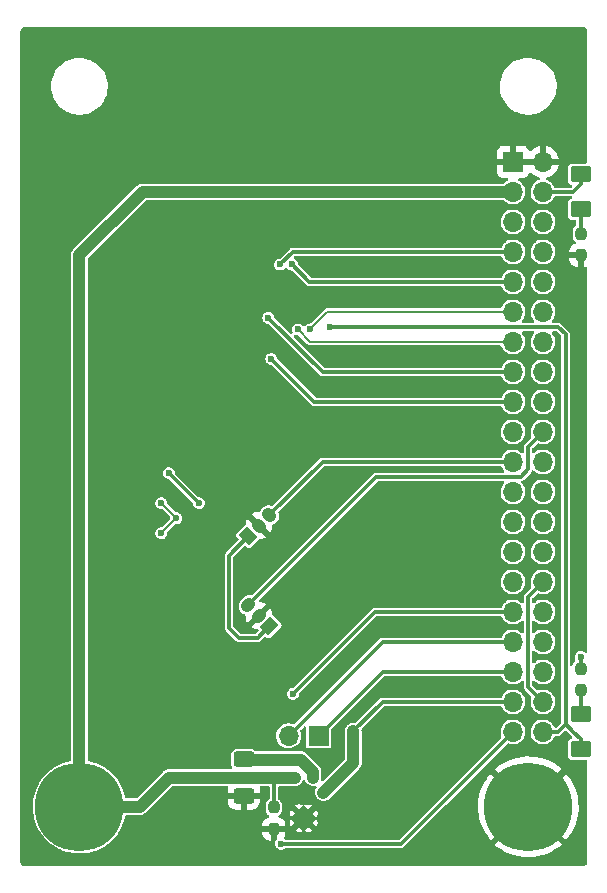
<source format=gbl>
G04 #@! TF.GenerationSoftware,KiCad,Pcbnew,(6.0.0)*
G04 #@! TF.CreationDate,2025-05-03T15:15:18+02:00*
G04 #@! TF.ProjectId,Smart Servo Control Board Rev.2,536d6172-7420-4536-9572-766f20436f6e,rev?*
G04 #@! TF.SameCoordinates,Original*
G04 #@! TF.FileFunction,Copper,L4,Bot*
G04 #@! TF.FilePolarity,Positive*
%FSLAX46Y46*%
G04 Gerber Fmt 4.6, Leading zero omitted, Abs format (unit mm)*
G04 Created by KiCad (PCBNEW (6.0.0)) date 2025-05-03 15:15:18*
%MOMM*%
%LPD*%
G01*
G04 APERTURE LIST*
G04 Aperture macros list*
%AMRoundRect*
0 Rectangle with rounded corners*
0 $1 Rounding radius*
0 $2 $3 $4 $5 $6 $7 $8 $9 X,Y pos of 4 corners*
0 Add a 4 corners polygon primitive as box body*
4,1,4,$2,$3,$4,$5,$6,$7,$8,$9,$2,$3,0*
0 Add four circle primitives for the rounded corners*
1,1,$1+$1,$2,$3*
1,1,$1+$1,$4,$5*
1,1,$1+$1,$6,$7*
1,1,$1+$1,$8,$9*
0 Add four rect primitives between the rounded corners*
20,1,$1+$1,$2,$3,$4,$5,0*
20,1,$1+$1,$4,$5,$6,$7,0*
20,1,$1+$1,$6,$7,$8,$9,0*
20,1,$1+$1,$8,$9,$2,$3,0*%
%AMHorizOval*
0 Thick line with rounded ends*
0 $1 width*
0 $2 $3 position (X,Y) of the first rounded end (center of the circle)*
0 $4 $5 position (X,Y) of the second rounded end (center of the circle)*
0 Add line between two ends*
20,1,$1,$2,$3,$4,$5,0*
0 Add two circle primitives to create the rounded ends*
1,1,$1,$2,$3*
1,1,$1,$4,$5*%
%AMRotRect*
0 Rectangle, with rotation*
0 The origin of the aperture is its center*
0 $1 length*
0 $2 width*
0 $3 Rotation angle, in degrees counterclockwise*
0 Add horizontal line*
21,1,$1,$2,0,0,$3*%
G04 Aperture macros list end*
G04 #@! TA.AperFunction,ComponentPad*
%ADD10RotRect,1.050000X1.300000X45.000000*%
G04 #@! TD*
G04 #@! TA.AperFunction,ComponentPad*
%ADD11HorizOval,1.050000X-0.088388X0.088388X0.088388X-0.088388X0*%
G04 #@! TD*
G04 #@! TA.AperFunction,ComponentPad*
%ADD12R,1.700000X1.700000*%
G04 #@! TD*
G04 #@! TA.AperFunction,ComponentPad*
%ADD13O,1.700000X1.700000*%
G04 #@! TD*
G04 #@! TA.AperFunction,ComponentPad*
%ADD14RotRect,1.050000X1.300000X135.000000*%
G04 #@! TD*
G04 #@! TA.AperFunction,ComponentPad*
%ADD15HorizOval,1.050000X0.088388X0.088388X-0.088388X-0.088388X0*%
G04 #@! TD*
G04 #@! TA.AperFunction,ConnectorPad*
%ADD16C,7.500000*%
G04 #@! TD*
G04 #@! TA.AperFunction,ComponentPad*
%ADD17C,4.700000*%
G04 #@! TD*
G04 #@! TA.AperFunction,ComponentPad*
%ADD18C,0.508000*%
G04 #@! TD*
G04 #@! TA.AperFunction,SMDPad,CuDef*
%ADD19RoundRect,0.237500X-0.237500X0.250000X-0.237500X-0.250000X0.237500X-0.250000X0.237500X0.250000X0*%
G04 #@! TD*
G04 #@! TA.AperFunction,SMDPad,CuDef*
%ADD20RoundRect,0.237500X0.237500X-0.250000X0.237500X0.250000X-0.237500X0.250000X-0.237500X-0.250000X0*%
G04 #@! TD*
G04 #@! TA.AperFunction,SMDPad,CuDef*
%ADD21RoundRect,0.250001X0.624999X-0.462499X0.624999X0.462499X-0.624999X0.462499X-0.624999X-0.462499X0*%
G04 #@! TD*
G04 #@! TA.AperFunction,SMDPad,CuDef*
%ADD22RoundRect,0.250000X-0.625000X0.400000X-0.625000X-0.400000X0.625000X-0.400000X0.625000X0.400000X0*%
G04 #@! TD*
G04 #@! TA.AperFunction,ViaPad*
%ADD23C,0.600000*%
G04 #@! TD*
G04 #@! TA.AperFunction,Conductor*
%ADD24C,1.000000*%
G04 #@! TD*
G04 #@! TA.AperFunction,Conductor*
%ADD25C,0.300000*%
G04 #@! TD*
G04 #@! TA.AperFunction,Conductor*
%ADD26C,0.200000*%
G04 #@! TD*
G04 APERTURE END LIST*
D10*
X171324494Y-80131454D03*
D11*
X172222520Y-79233428D03*
X173120545Y-78335403D03*
D12*
X177282520Y-97038428D03*
D13*
X174742520Y-97038428D03*
D14*
X173120546Y-87751454D03*
D15*
X172222520Y-86853428D03*
X171324495Y-85955403D03*
D16*
X195032520Y-103043428D03*
D17*
X195032520Y-103043428D03*
X157032520Y-103043428D03*
D16*
X157032520Y-103043428D03*
D18*
X175638820Y-104392128D03*
X176426220Y-103604728D03*
X175638820Y-103604728D03*
X176426220Y-104392128D03*
D19*
X199457520Y-54515928D03*
X199457520Y-56340928D03*
D12*
X193742520Y-48443428D03*
D13*
X196282520Y-48443428D03*
X193742520Y-50983428D03*
X196282520Y-50983428D03*
X193742520Y-53523428D03*
X196282520Y-53523428D03*
X193742520Y-56063428D03*
X196282520Y-56063428D03*
X193742520Y-58603428D03*
X196282520Y-58603428D03*
X193742520Y-61143428D03*
X196282520Y-61143428D03*
X193742520Y-63683428D03*
X196282520Y-63683428D03*
X193742520Y-66223428D03*
X196282520Y-66223428D03*
X193742520Y-68763428D03*
X196282520Y-68763428D03*
X193742520Y-71303428D03*
X196282520Y-71303428D03*
X193742520Y-73843428D03*
X196282520Y-73843428D03*
X193742520Y-76383428D03*
X196282520Y-76383428D03*
X193742520Y-78923428D03*
X196282520Y-78923428D03*
X193742520Y-81463428D03*
X196282520Y-81463428D03*
X193742520Y-84003428D03*
X196282520Y-84003428D03*
X193742520Y-86543428D03*
X196282520Y-86543428D03*
X193742520Y-89083428D03*
X196282520Y-89083428D03*
X193742520Y-91623428D03*
X196282520Y-91623428D03*
X193742520Y-94163428D03*
X196282520Y-94163428D03*
X193742520Y-96703428D03*
X196282520Y-96703428D03*
D20*
X199457520Y-93170928D03*
X199457520Y-91345928D03*
D21*
X199457520Y-52470928D03*
X199457520Y-49495928D03*
D19*
X173492520Y-103085928D03*
X173492520Y-104910928D03*
D21*
X199457520Y-98190928D03*
X199457520Y-95215928D03*
D22*
X170952520Y-99019428D03*
X170952520Y-102119428D03*
D23*
X178191520Y-101331428D03*
X176532520Y-62628428D03*
X180223520Y-96632428D03*
X175032520Y-57128428D03*
X176794520Y-100569428D03*
X199457520Y-90353428D03*
X165237520Y-78598428D03*
X173032520Y-61628428D03*
X178282520Y-62396229D03*
X175270520Y-100569428D03*
X174112521Y-106173427D03*
X163967520Y-77328428D03*
X177683520Y-101839428D03*
X175532520Y-62628428D03*
X174032520Y-57128428D03*
X173282520Y-65128428D03*
X176794520Y-99934428D03*
X164602520Y-74788428D03*
X163967520Y-79868428D03*
X165872520Y-102093428D03*
X167142520Y-77328428D03*
X174635520Y-100569428D03*
X175120020Y-93480928D03*
D24*
X157032520Y-56323428D02*
X157032520Y-103043428D01*
X157032520Y-103043428D02*
X162128520Y-103043428D01*
D25*
X173492520Y-100823428D02*
X173746520Y-100569428D01*
X199457520Y-50348428D02*
X198822520Y-50983428D01*
X173492520Y-103085928D02*
X173492520Y-100823428D01*
X198822520Y-50983428D02*
X196282520Y-50983428D01*
D24*
X193742520Y-50983428D02*
X162372520Y-50983428D01*
X173746520Y-100569428D02*
X164602520Y-100569428D01*
D25*
X199457520Y-49495928D02*
X199457520Y-50348428D01*
D24*
X162128520Y-103043428D02*
X164602520Y-100569428D01*
X175270520Y-100569428D02*
X173746520Y-100569428D01*
X162372520Y-50983428D02*
X157032520Y-56323428D01*
D25*
X199457520Y-91345928D02*
X199457520Y-90353428D01*
X170557520Y-88758428D02*
X169682520Y-87883428D01*
X167142520Y-77328428D02*
X164602520Y-74788428D01*
X169682520Y-81773428D02*
X171324494Y-80131454D01*
X169682520Y-87883428D02*
X169682520Y-81773428D01*
X172113572Y-88758428D02*
X170557520Y-88758428D01*
X173120546Y-87751454D02*
X172113572Y-88758428D01*
D24*
X180223520Y-99299428D02*
X180223520Y-96632428D01*
D25*
X182692520Y-94163428D02*
X180223520Y-96632428D01*
X195012520Y-92893428D02*
X195012520Y-85273428D01*
X193742520Y-94163428D02*
X182692520Y-94163428D01*
X195012520Y-85273428D02*
X196282520Y-84003428D01*
D24*
X177683520Y-101839428D02*
X180223520Y-99299428D01*
D25*
X196282520Y-94163428D02*
X195012520Y-92893428D01*
X193742520Y-89083428D02*
X182692520Y-89083428D01*
X182692520Y-89083428D02*
X174762520Y-97013428D01*
X193742520Y-86543428D02*
X182057520Y-86543428D01*
X199457520Y-52470928D02*
X199457520Y-54793428D01*
X182057520Y-86543428D02*
X175120020Y-93480928D01*
D26*
X163967520Y-77328428D02*
X165237520Y-78598428D01*
X165237520Y-78598428D02*
X163967520Y-79868428D01*
X176532520Y-62628428D02*
X178017520Y-61143428D01*
X176587520Y-63683428D02*
X193742520Y-63683428D01*
X178017520Y-61143428D02*
X193742520Y-61143428D01*
X175532520Y-62628428D02*
X176587520Y-63683428D01*
D25*
X173120545Y-78335403D02*
X177612520Y-73843428D01*
X177612520Y-73843428D02*
X193742520Y-73843428D01*
X193742520Y-66223428D02*
X177627520Y-66223428D01*
X197552520Y-62413428D02*
X198187520Y-63048428D01*
X198822520Y-96703428D02*
X198187520Y-96068428D01*
X178282520Y-62396229D02*
X178299719Y-62413428D01*
X176917520Y-68763428D02*
X173282520Y-65128428D01*
X197552520Y-96703428D02*
X196282520Y-96703428D01*
X194377520Y-75113428D02*
X182166470Y-75113428D01*
X196282520Y-71303428D02*
X195012520Y-72573428D01*
X177627520Y-66223428D02*
X173032520Y-61628428D01*
X178299719Y-62413428D02*
X197552520Y-62413428D01*
X184272521Y-106173427D02*
X174112521Y-106173427D01*
X199457520Y-98190928D02*
X199457520Y-97338428D01*
X182166470Y-75113428D02*
X171324495Y-85955403D01*
X193742520Y-58603428D02*
X176507520Y-58603428D01*
X198187520Y-96068428D02*
X197552520Y-96703428D01*
X193742520Y-56063428D02*
X175097520Y-56063428D01*
X175097520Y-56063428D02*
X174032520Y-57128428D01*
X198187520Y-63048428D02*
X198187520Y-96068428D01*
X199457520Y-93170928D02*
X199457520Y-95215928D01*
X199457520Y-97338428D02*
X198822520Y-96703428D01*
X195012520Y-74478428D02*
X194377520Y-75113428D01*
X176507520Y-58603428D02*
X175032520Y-57128428D01*
X193742520Y-68763428D02*
X176917520Y-68763428D01*
X193742520Y-96703428D02*
X184272521Y-106173427D01*
X195012520Y-72573428D02*
X195012520Y-74478428D01*
X182692520Y-91623428D02*
X177302520Y-97013428D01*
X193742520Y-91623428D02*
X182692520Y-91623428D01*
D24*
X176794520Y-100061428D02*
X175778520Y-99045428D01*
X175778520Y-99045428D02*
X170952520Y-99045428D01*
X176794520Y-100569428D02*
X176794520Y-100061428D01*
G04 #@! TA.AperFunction,Conductor*
G36*
X199744692Y-37045849D02*
G01*
X199822745Y-37061375D01*
X199868162Y-37080187D01*
X199923815Y-37117373D01*
X199958575Y-37152133D01*
X199995761Y-37207786D01*
X200014574Y-37253205D01*
X200030099Y-37331257D01*
X200032520Y-37355838D01*
X200032520Y-48456928D01*
X200012518Y-48525049D01*
X199958862Y-48571542D01*
X199906520Y-48582928D01*
X198795985Y-48582929D01*
X198778688Y-48582929D01*
X198775738Y-48583208D01*
X198775733Y-48583208D01*
X198765114Y-48584212D01*
X198747152Y-48585909D01*
X198739911Y-48588452D01*
X198739910Y-48588452D01*
X198628226Y-48627672D01*
X198628224Y-48627673D01*
X198619337Y-48630794D01*
X198510370Y-48711278D01*
X198429886Y-48820245D01*
X198385001Y-48948060D01*
X198382020Y-48979595D01*
X198382021Y-50012260D01*
X198385001Y-50043796D01*
X198387544Y-50051037D01*
X198387544Y-50051038D01*
X198406149Y-50104016D01*
X198429886Y-50171611D01*
X198510370Y-50280578D01*
X198619337Y-50361062D01*
X198628224Y-50364183D01*
X198628230Y-50364186D01*
X198674506Y-50380437D01*
X198732151Y-50421880D01*
X198758239Y-50487910D01*
X198744488Y-50557562D01*
X198721852Y-50588414D01*
X198714243Y-50596023D01*
X198651931Y-50630049D01*
X198625148Y-50632928D01*
X197361680Y-50632928D01*
X197293559Y-50612926D01*
X197250428Y-50566081D01*
X197245899Y-50557562D01*
X197161738Y-50399277D01*
X197072292Y-50289606D01*
X197035426Y-50244403D01*
X197035423Y-50244400D01*
X197031531Y-50239628D01*
X197014306Y-50225378D01*
X196877545Y-50112239D01*
X196877541Y-50112237D01*
X196872795Y-50108310D01*
X196691575Y-50010325D01*
X196640703Y-49994578D01*
X196581545Y-49955327D01*
X196552997Y-49890323D01*
X196564125Y-49820204D01*
X196611396Y-49767232D01*
X196641755Y-49753527D01*
X196774775Y-49713619D01*
X196784362Y-49709861D01*
X196975615Y-49616167D01*
X196984465Y-49610892D01*
X197157848Y-49487220D01*
X197165720Y-49480567D01*
X197316572Y-49330240D01*
X197323250Y-49322393D01*
X197447523Y-49149448D01*
X197452833Y-49140611D01*
X197547190Y-48949695D01*
X197550989Y-48940100D01*
X197612897Y-48736338D01*
X197615075Y-48726265D01*
X197616506Y-48715390D01*
X197614295Y-48701206D01*
X197601137Y-48697428D01*
X192402636Y-48697428D01*
X192387397Y-48701903D01*
X192386192Y-48703293D01*
X192384521Y-48710976D01*
X192384521Y-49338097D01*
X192384891Y-49344918D01*
X192390415Y-49395780D01*
X192394041Y-49411032D01*
X192439196Y-49531482D01*
X192447734Y-49547077D01*
X192524235Y-49649152D01*
X192536796Y-49661713D01*
X192638871Y-49738214D01*
X192654466Y-49746752D01*
X192774914Y-49791906D01*
X192790169Y-49795533D01*
X192841034Y-49801059D01*
X192847848Y-49801428D01*
X193222952Y-49801428D01*
X193291073Y-49821430D01*
X193337566Y-49875086D01*
X193347670Y-49945360D01*
X193318176Y-50009940D01*
X193281332Y-50039087D01*
X193164522Y-50100154D01*
X193159721Y-50104014D01*
X193159718Y-50104016D01*
X193149491Y-50112239D01*
X193003967Y-50229243D01*
X193000000Y-50233971D01*
X192996687Y-50237919D01*
X192937577Y-50277246D01*
X192900165Y-50282928D01*
X162401157Y-50282928D01*
X162392586Y-50282636D01*
X162335590Y-50278750D01*
X162328114Y-50280055D01*
X162328110Y-50280055D01*
X162273388Y-50289606D01*
X162266862Y-50290569D01*
X162226424Y-50295463D01*
X162204200Y-50298152D01*
X162197093Y-50300837D01*
X162193800Y-50301646D01*
X162179329Y-50305605D01*
X162176053Y-50306594D01*
X162168566Y-50307901D01*
X162161608Y-50310956D01*
X162161606Y-50310956D01*
X162110762Y-50333274D01*
X162104657Y-50335766D01*
X162093646Y-50339927D01*
X162045597Y-50358083D01*
X162039344Y-50362381D01*
X162036313Y-50363965D01*
X162023236Y-50371245D01*
X162020277Y-50372995D01*
X162013317Y-50376050D01*
X162007290Y-50380675D01*
X162007286Y-50380677D01*
X161963220Y-50414490D01*
X161957901Y-50418355D01*
X161905869Y-50454116D01*
X161900812Y-50459792D01*
X161864920Y-50500076D01*
X161859939Y-50505352D01*
X156557445Y-55807846D01*
X156551180Y-55813699D01*
X156508124Y-55851259D01*
X156471837Y-55902891D01*
X156467904Y-55908186D01*
X156433625Y-55951904D01*
X156433623Y-55951908D01*
X156428936Y-55957885D01*
X156425810Y-55964808D01*
X156424025Y-55967756D01*
X156416633Y-55980716D01*
X156415000Y-55983762D01*
X156410633Y-55989975D01*
X156407874Y-55997052D01*
X156387700Y-56048794D01*
X156385145Y-56054873D01*
X156359165Y-56112412D01*
X156357780Y-56119883D01*
X156356756Y-56123151D01*
X156352643Y-56137592D01*
X156351803Y-56140865D01*
X156349044Y-56147941D01*
X156343164Y-56192611D01*
X156340804Y-56210534D01*
X156339772Y-56217051D01*
X156328268Y-56279120D01*
X156328705Y-56286700D01*
X156328705Y-56286701D01*
X156331811Y-56340572D01*
X156332020Y-56347824D01*
X156332020Y-99051556D01*
X156312018Y-99119677D01*
X156258362Y-99166170D01*
X156231140Y-99175026D01*
X156051952Y-99211482D01*
X156051927Y-99211488D01*
X156048808Y-99212123D01*
X156045766Y-99213070D01*
X156045760Y-99213072D01*
X155887670Y-99262312D01*
X155666666Y-99331147D01*
X155619645Y-99351203D01*
X155301439Y-99486929D01*
X155301435Y-99486931D01*
X155298509Y-99488179D01*
X155295730Y-99489713D01*
X155295724Y-99489716D01*
X155105407Y-99594777D01*
X154948106Y-99681612D01*
X154945485Y-99683427D01*
X154945480Y-99683430D01*
X154699287Y-99853902D01*
X154619044Y-99909465D01*
X154314692Y-100169406D01*
X154312492Y-100171708D01*
X154312489Y-100171711D01*
X154264168Y-100222276D01*
X154038168Y-100458772D01*
X154036211Y-100461286D01*
X154036210Y-100461287D01*
X153804736Y-100758629D01*
X153792301Y-100774602D01*
X153790605Y-100777306D01*
X153790602Y-100777310D01*
X153730726Y-100872761D01*
X153579610Y-101113662D01*
X153402271Y-101472479D01*
X153401157Y-101475460D01*
X153401156Y-101475461D01*
X153398605Y-101482285D01*
X153262101Y-101847381D01*
X153160535Y-102234528D01*
X153136159Y-102390188D01*
X153100002Y-102621083D01*
X153098612Y-102629958D01*
X153098441Y-102633120D01*
X153098440Y-102633127D01*
X153083398Y-102910877D01*
X153076967Y-103029620D01*
X153077117Y-103032801D01*
X153095668Y-103426179D01*
X153095821Y-103429425D01*
X153154982Y-103825277D01*
X153155768Y-103828359D01*
X153155768Y-103828361D01*
X153216707Y-104067432D01*
X153253843Y-104213124D01*
X153391392Y-104588995D01*
X153448734Y-104707086D01*
X153548729Y-104913018D01*
X153566221Y-104949042D01*
X153776541Y-105289578D01*
X153778484Y-105292111D01*
X153778486Y-105292113D01*
X154000754Y-105581777D01*
X154020197Y-105607116D01*
X154294694Y-105898406D01*
X154297099Y-105900490D01*
X154297105Y-105900495D01*
X154594814Y-106158377D01*
X154597224Y-106160465D01*
X154924687Y-106390610D01*
X155024381Y-106446556D01*
X155239309Y-106567168D01*
X155273731Y-106586485D01*
X155276646Y-106587752D01*
X155276649Y-106587754D01*
X155379549Y-106632496D01*
X155640783Y-106746084D01*
X156022085Y-106867772D01*
X156234856Y-106912610D01*
X156410612Y-106949648D01*
X156410617Y-106949649D01*
X156413731Y-106950305D01*
X156811714Y-106992837D01*
X156814902Y-106992854D01*
X156814907Y-106992854D01*
X156996493Y-106993805D01*
X157211957Y-106994933D01*
X157363514Y-106980340D01*
X157607198Y-106956876D01*
X157607203Y-106956875D01*
X157610363Y-106956571D01*
X157613482Y-106955948D01*
X157613487Y-106955947D01*
X157806974Y-106917284D01*
X158002852Y-106878144D01*
X158296638Y-106787764D01*
X158382365Y-106761391D01*
X158382368Y-106761390D01*
X158385407Y-106760455D01*
X158388335Y-106759218D01*
X158388341Y-106759216D01*
X158587240Y-106675197D01*
X158754110Y-106604708D01*
X158756913Y-106603174D01*
X158756918Y-106603171D01*
X158918581Y-106514663D01*
X159105187Y-106412499D01*
X159435042Y-106185796D01*
X159437481Y-106183728D01*
X159437487Y-106183723D01*
X159456911Y-106167250D01*
X173606912Y-106167250D01*
X173625501Y-106309406D01*
X173629118Y-106317626D01*
X173671623Y-106414225D01*
X173683241Y-106440630D01*
X173689018Y-106447503D01*
X173689019Y-106447504D01*
X173754968Y-106525960D01*
X173775491Y-106550375D01*
X173894834Y-106629817D01*
X174031678Y-106672569D01*
X174040650Y-106672733D01*
X174040653Y-106672734D01*
X174105984Y-106673931D01*
X174175020Y-106675197D01*
X174184054Y-106672734D01*
X174304679Y-106639848D01*
X174304681Y-106639847D01*
X174313338Y-106637487D01*
X174435512Y-106562472D01*
X174441536Y-106555817D01*
X174444948Y-106552984D01*
X174510136Y-106524859D01*
X174525434Y-106523927D01*
X184221697Y-106523927D01*
X184240796Y-106525960D01*
X184245604Y-106526187D01*
X184255782Y-106528378D01*
X184286012Y-106524800D01*
X184291267Y-106524490D01*
X184291256Y-106524355D01*
X184296435Y-106523927D01*
X184301636Y-106523927D01*
X184306764Y-106523073D01*
X184306770Y-106523073D01*
X184318994Y-106521038D01*
X184324870Y-106520201D01*
X184361320Y-106515887D01*
X184361322Y-106515887D01*
X184371659Y-106514663D01*
X184379279Y-106511004D01*
X184387624Y-106509615D01*
X184429105Y-106487233D01*
X184434391Y-106484540D01*
X184476847Y-106464153D01*
X184480795Y-106460835D01*
X184482728Y-106458902D01*
X184484325Y-106457437D01*
X184484815Y-106457173D01*
X184484834Y-106457193D01*
X184484923Y-106457114D01*
X184490315Y-106454205D01*
X184523976Y-106417791D01*
X184527405Y-106414225D01*
X184711768Y-106229862D01*
X192211441Y-106229862D01*
X192218228Y-106239563D01*
X192417543Y-106409793D01*
X192422229Y-106413428D01*
X192745962Y-106640951D01*
X192750952Y-106644118D01*
X193094661Y-106840167D01*
X193099942Y-106842857D01*
X193460573Y-107005688D01*
X193466064Y-107007862D01*
X193840426Y-107136035D01*
X193846110Y-107137687D01*
X194230867Y-107230059D01*
X194236682Y-107231168D01*
X194628409Y-107286918D01*
X194634322Y-107287477D01*
X195029551Y-107306116D01*
X195035489Y-107306116D01*
X195430718Y-107287477D01*
X195436631Y-107286918D01*
X195828358Y-107231168D01*
X195834173Y-107230059D01*
X196218930Y-107137687D01*
X196224614Y-107136035D01*
X196598976Y-107007862D01*
X196604467Y-107005688D01*
X196965098Y-106842857D01*
X196970379Y-106840167D01*
X197314088Y-106644118D01*
X197319078Y-106640951D01*
X197642811Y-106413428D01*
X197647497Y-106409793D01*
X197845242Y-106240904D01*
X197853672Y-106227990D01*
X197847665Y-106217783D01*
X196902112Y-105272230D01*
X196902108Y-105272227D01*
X195045330Y-103415448D01*
X195031389Y-103407836D01*
X195029554Y-103407967D01*
X195022940Y-103412218D01*
X193162944Y-105272215D01*
X193162916Y-105272242D01*
X192218833Y-106216325D01*
X192211441Y-106229862D01*
X184711768Y-106229862D01*
X188029129Y-102912501D01*
X190771842Y-102912501D01*
X190778057Y-103308107D01*
X190778431Y-103314057D01*
X190821847Y-103707323D01*
X190822777Y-103713194D01*
X190903014Y-104100640D01*
X190904490Y-104106388D01*
X191020836Y-104484579D01*
X191022840Y-104490144D01*
X191174265Y-104855716D01*
X191176787Y-104861075D01*
X191361931Y-105210751D01*
X191364956Y-105215868D01*
X191582189Y-105546572D01*
X191585679Y-105551375D01*
X191832812Y-105859848D01*
X191845650Y-105867122D01*
X191846959Y-105867049D01*
X191854372Y-105862366D01*
X192803720Y-104913018D01*
X192803721Y-104913016D01*
X194660500Y-103056238D01*
X194666877Y-103044559D01*
X195396928Y-103044559D01*
X195397059Y-103046394D01*
X195401310Y-103053008D01*
X197261307Y-104913004D01*
X197261320Y-104913018D01*
X198207791Y-105859489D01*
X198221735Y-105867103D01*
X198223044Y-105867010D01*
X198229880Y-105862540D01*
X198231974Y-105860165D01*
X198479361Y-105551375D01*
X198482851Y-105546572D01*
X198700084Y-105215868D01*
X198703109Y-105210751D01*
X198888253Y-104861075D01*
X198890775Y-104855716D01*
X199042200Y-104490144D01*
X199044204Y-104484579D01*
X199160550Y-104106388D01*
X199162026Y-104100640D01*
X199242263Y-103713194D01*
X199243193Y-103707323D01*
X199286665Y-103313552D01*
X199287014Y-103308624D01*
X199295270Y-103045896D01*
X199295231Y-103040958D01*
X199276569Y-102645230D01*
X199276010Y-102639317D01*
X199220260Y-102247590D01*
X199219151Y-102241775D01*
X199126779Y-101857018D01*
X199125127Y-101851334D01*
X198996954Y-101476972D01*
X198994780Y-101471481D01*
X198831949Y-101110850D01*
X198829259Y-101105569D01*
X198633210Y-100761860D01*
X198630043Y-100756870D01*
X198402520Y-100433137D01*
X198398885Y-100428451D01*
X198229996Y-100230706D01*
X198217082Y-100222276D01*
X198206875Y-100228283D01*
X197261320Y-101173838D01*
X197261319Y-101173840D01*
X195404540Y-103030618D01*
X195396928Y-103044559D01*
X194666877Y-103044559D01*
X194668112Y-103042297D01*
X194667981Y-103040462D01*
X194663730Y-103033848D01*
X192803733Y-101173852D01*
X192803720Y-101173838D01*
X191859922Y-100230040D01*
X191845978Y-100222426D01*
X191845725Y-100222444D01*
X191836983Y-100228358D01*
X191749956Y-100324000D01*
X191746169Y-100328578D01*
X191508608Y-100644979D01*
X191505264Y-100649899D01*
X191298521Y-100987273D01*
X191295673Y-100992453D01*
X191121592Y-101347798D01*
X191119243Y-101353225D01*
X190979378Y-101723367D01*
X190977546Y-101729006D01*
X190873142Y-102110643D01*
X190871843Y-102116456D01*
X190803815Y-102506239D01*
X190803074Y-102512102D01*
X190772027Y-102906575D01*
X190771842Y-102912501D01*
X188029129Y-102912501D01*
X191082238Y-99859392D01*
X192211459Y-99859392D01*
X192211465Y-99859645D01*
X192216965Y-99868663D01*
X193162928Y-100814626D01*
X193162932Y-100814629D01*
X194312689Y-101964387D01*
X195019710Y-102671408D01*
X195033651Y-102679020D01*
X195035486Y-102678889D01*
X195042100Y-102674638D01*
X195752351Y-101964387D01*
X196902096Y-100814641D01*
X196902124Y-100814614D01*
X197848581Y-99868157D01*
X197856195Y-99854213D01*
X197856102Y-99852904D01*
X197851632Y-99846068D01*
X197849257Y-99843974D01*
X197540467Y-99596587D01*
X197535664Y-99593097D01*
X197204960Y-99375864D01*
X197199843Y-99372839D01*
X196850167Y-99187695D01*
X196844808Y-99185173D01*
X196479236Y-99033748D01*
X196473671Y-99031744D01*
X196095480Y-98915398D01*
X196089732Y-98913922D01*
X195702286Y-98833685D01*
X195696415Y-98832755D01*
X195303149Y-98789339D01*
X195297199Y-98788965D01*
X194901593Y-98782750D01*
X194895667Y-98782935D01*
X194501194Y-98813982D01*
X194495331Y-98814723D01*
X194105548Y-98882751D01*
X194099735Y-98884050D01*
X193718098Y-98988454D01*
X193712459Y-98990286D01*
X193342317Y-99130151D01*
X193336890Y-99132500D01*
X192981545Y-99306581D01*
X192976365Y-99309429D01*
X192638991Y-99516172D01*
X192634071Y-99519516D01*
X192317670Y-99757077D01*
X192313092Y-99760864D01*
X192219719Y-99845826D01*
X192211459Y-99859392D01*
X191082238Y-99859392D01*
X193228327Y-97713303D01*
X193290639Y-97679277D01*
X193356358Y-97682565D01*
X193509991Y-97732484D01*
X193509995Y-97732485D01*
X193515849Y-97734387D01*
X193720414Y-97758779D01*
X193726549Y-97758307D01*
X193726551Y-97758307D01*
X193782559Y-97753997D01*
X193925820Y-97742974D01*
X193931750Y-97741318D01*
X193931752Y-97741318D01*
X194118317Y-97689228D01*
X194118316Y-97689228D01*
X194124245Y-97687573D01*
X194129734Y-97684800D01*
X194129740Y-97684798D01*
X194302636Y-97597461D01*
X194308130Y-97594686D01*
X194470471Y-97467852D01*
X194475593Y-97461919D01*
X194601060Y-97316562D01*
X194601060Y-97316561D01*
X194605084Y-97311900D01*
X194625907Y-97275246D01*
X194661971Y-97211761D01*
X194706843Y-97132772D01*
X194771871Y-96937291D01*
X194797691Y-96732902D01*
X194798103Y-96703428D01*
X194778000Y-96498398D01*
X194718455Y-96301177D01*
X194621738Y-96119277D01*
X194529536Y-96006226D01*
X194495426Y-95964403D01*
X194495423Y-95964400D01*
X194491531Y-95959628D01*
X194484693Y-95953971D01*
X194337545Y-95832239D01*
X194337541Y-95832237D01*
X194332795Y-95828310D01*
X194151575Y-95730325D01*
X193954774Y-95669405D01*
X193948649Y-95668761D01*
X193948648Y-95668761D01*
X193756018Y-95648515D01*
X193756016Y-95648515D01*
X193749889Y-95647871D01*
X193663049Y-95655774D01*
X193550862Y-95665983D01*
X193550859Y-95665984D01*
X193544723Y-95666542D01*
X193347092Y-95724708D01*
X193341627Y-95727565D01*
X193330743Y-95733255D01*
X193164522Y-95820154D01*
X193159721Y-95824014D01*
X193159718Y-95824016D01*
X193008774Y-95945378D01*
X193003967Y-95949243D01*
X192871544Y-96107058D01*
X192868576Y-96112456D01*
X192868573Y-96112461D01*
X192782906Y-96268291D01*
X192772296Y-96287590D01*
X192710004Y-96483960D01*
X192709318Y-96490077D01*
X192709317Y-96490081D01*
X192694837Y-96619179D01*
X192687040Y-96688690D01*
X192687556Y-96694834D01*
X192699707Y-96839531D01*
X192704279Y-96893981D01*
X192705978Y-96899906D01*
X192761064Y-97092014D01*
X192759383Y-97092496D01*
X192765105Y-97154916D01*
X192730568Y-97219698D01*
X184164244Y-105786022D01*
X184101932Y-105820048D01*
X184075149Y-105822927D01*
X174525225Y-105822927D01*
X174457104Y-105802925D01*
X174448300Y-105796311D01*
X174444921Y-105792390D01*
X174385114Y-105753625D01*
X174338830Y-105699789D01*
X174328999Y-105629477D01*
X174346386Y-105581777D01*
X174406432Y-105484365D01*
X174412576Y-105471187D01*
X174462835Y-105319662D01*
X174465701Y-105306296D01*
X174475192Y-105213658D01*
X174475520Y-105207243D01*
X174475520Y-105183043D01*
X174471045Y-105167804D01*
X174469655Y-105166599D01*
X174461972Y-105164928D01*
X173764635Y-105164928D01*
X173749396Y-105169403D01*
X173748191Y-105170793D01*
X173746520Y-105178476D01*
X173746520Y-105784028D01*
X173726518Y-105852149D01*
X173714962Y-105867435D01*
X173689898Y-105895815D01*
X173628968Y-106025590D01*
X173606912Y-106167250D01*
X159456911Y-106167250D01*
X159737858Y-105928990D01*
X159740299Y-105926920D01*
X159742505Y-105924628D01*
X159742511Y-105924622D01*
X159915565Y-105744791D01*
X160017832Y-105638520D01*
X160264800Y-105323550D01*
X160274909Y-105307560D01*
X160338357Y-105207194D01*
X172509520Y-105207194D01*
X172509857Y-105213710D01*
X172519595Y-105307560D01*
X172522488Y-105320956D01*
X172573008Y-105472381D01*
X172579173Y-105485543D01*
X172662946Y-105620920D01*
X172671980Y-105632318D01*
X172784649Y-105744791D01*
X172796060Y-105753803D01*
X172931583Y-105837340D01*
X172944761Y-105843484D01*
X173096286Y-105893743D01*
X173109652Y-105896609D01*
X173202290Y-105906100D01*
X173208705Y-105906428D01*
X173220405Y-105906428D01*
X173235644Y-105901953D01*
X173236849Y-105900563D01*
X173238520Y-105892880D01*
X173238520Y-105183043D01*
X173234045Y-105167804D01*
X173232655Y-105166599D01*
X173224972Y-105164928D01*
X172527635Y-105164928D01*
X172512396Y-105169403D01*
X172511191Y-105170793D01*
X172509520Y-105178476D01*
X172509520Y-105207194D01*
X160338357Y-105207194D01*
X160417686Y-105081707D01*
X175314071Y-105081707D01*
X175316854Y-105085425D01*
X175446699Y-105133714D01*
X175460297Y-105137104D01*
X175615780Y-105157851D01*
X175629776Y-105158144D01*
X175785990Y-105143927D01*
X175799715Y-105141110D01*
X175948899Y-105092637D01*
X175961649Y-105086853D01*
X175969238Y-105082329D01*
X175980122Y-105079527D01*
X175976117Y-105076953D01*
X176083139Y-105076953D01*
X176094088Y-105079942D01*
X176103896Y-105085292D01*
X176234099Y-105133714D01*
X176247697Y-105137104D01*
X176403180Y-105157851D01*
X176417176Y-105158144D01*
X176573390Y-105143927D01*
X176587115Y-105141110D01*
X176736299Y-105092637D01*
X176743172Y-105089519D01*
X176751024Y-105081050D01*
X176747520Y-105072638D01*
X176439032Y-104764150D01*
X176425088Y-104756536D01*
X176423255Y-104756667D01*
X176416640Y-104760918D01*
X176121615Y-105055943D01*
X176083139Y-105076953D01*
X175976117Y-105076953D01*
X175943425Y-105055943D01*
X175651632Y-104764150D01*
X175637688Y-104756536D01*
X175635855Y-104756667D01*
X175629240Y-104760918D01*
X175320831Y-105069327D01*
X175314071Y-105081707D01*
X160417686Y-105081707D01*
X160476964Y-104987939D01*
X160478673Y-104985236D01*
X160480093Y-104982388D01*
X160480098Y-104982379D01*
X160655843Y-104629887D01*
X160657263Y-104627039D01*
X160798741Y-104252629D01*
X160808598Y-104215586D01*
X160883379Y-103934538D01*
X160901658Y-103865839D01*
X160904195Y-103850000D01*
X160934719Y-103785900D01*
X160995053Y-103748479D01*
X161028609Y-103743928D01*
X162099879Y-103743928D01*
X162108449Y-103744220D01*
X162157874Y-103747590D01*
X162157878Y-103747590D01*
X162165450Y-103748106D01*
X162172926Y-103746801D01*
X162172929Y-103746801D01*
X162227652Y-103737250D01*
X162234178Y-103736287D01*
X162274616Y-103731393D01*
X162296840Y-103728704D01*
X162303947Y-103726019D01*
X162307240Y-103725210D01*
X162321711Y-103721251D01*
X162324987Y-103720262D01*
X162332474Y-103718955D01*
X162339434Y-103715900D01*
X162390280Y-103693581D01*
X162396386Y-103691089D01*
X162448338Y-103671458D01*
X162448340Y-103671457D01*
X162455443Y-103668773D01*
X162461698Y-103664474D01*
X162464723Y-103662893D01*
X162477819Y-103655603D01*
X162480763Y-103653862D01*
X162487722Y-103650807D01*
X162499763Y-103641568D01*
X162537793Y-103612386D01*
X162543129Y-103608509D01*
X162588906Y-103577047D01*
X162588912Y-103577042D01*
X162595171Y-103572740D01*
X162636129Y-103526770D01*
X162641109Y-103521495D01*
X163596081Y-102566523D01*
X169569521Y-102566523D01*
X169569858Y-102573042D01*
X169579777Y-102668634D01*
X169582669Y-102682028D01*
X169634108Y-102836212D01*
X169640281Y-102849390D01*
X169725583Y-102987235D01*
X169734619Y-102998636D01*
X169849349Y-103113167D01*
X169860760Y-103122179D01*
X169998763Y-103207244D01*
X170011944Y-103213391D01*
X170166230Y-103264566D01*
X170179606Y-103267433D01*
X170273958Y-103277100D01*
X170280374Y-103277428D01*
X170680405Y-103277428D01*
X170695644Y-103272953D01*
X170696849Y-103271563D01*
X170698520Y-103263880D01*
X170698520Y-103259312D01*
X171206520Y-103259312D01*
X171210995Y-103274551D01*
X171212385Y-103275756D01*
X171220068Y-103277427D01*
X171624615Y-103277427D01*
X171631134Y-103277090D01*
X171726726Y-103267171D01*
X171740120Y-103264279D01*
X171894304Y-103212840D01*
X171907482Y-103206667D01*
X172045327Y-103121365D01*
X172056728Y-103112329D01*
X172171259Y-102997599D01*
X172180271Y-102986188D01*
X172265336Y-102848185D01*
X172271483Y-102835004D01*
X172322658Y-102680718D01*
X172325525Y-102667342D01*
X172335192Y-102572990D01*
X172335520Y-102566574D01*
X172335520Y-102391543D01*
X172331045Y-102376304D01*
X172329655Y-102375099D01*
X172321972Y-102373428D01*
X171224635Y-102373428D01*
X171209396Y-102377903D01*
X171208191Y-102379293D01*
X171206520Y-102386976D01*
X171206520Y-103259312D01*
X170698520Y-103259312D01*
X170698520Y-102391543D01*
X170694045Y-102376304D01*
X170692655Y-102375099D01*
X170684972Y-102373428D01*
X169587636Y-102373428D01*
X169572397Y-102377903D01*
X169571192Y-102379293D01*
X169569521Y-102386976D01*
X169569521Y-102566523D01*
X163596081Y-102566523D01*
X164855771Y-101306833D01*
X164918083Y-101272807D01*
X164944866Y-101269928D01*
X169503435Y-101269928D01*
X169571556Y-101289930D01*
X169618049Y-101343586D01*
X169628153Y-101413860D01*
X169623028Y-101435596D01*
X169582382Y-101558138D01*
X169579515Y-101571514D01*
X169569848Y-101665866D01*
X169569520Y-101672283D01*
X169569520Y-101847313D01*
X169573995Y-101862552D01*
X169575385Y-101863757D01*
X169583068Y-101865428D01*
X172317404Y-101865428D01*
X172332643Y-101860953D01*
X172333848Y-101859563D01*
X172335519Y-101851880D01*
X172335519Y-101672333D01*
X172335182Y-101665814D01*
X172325263Y-101570222D01*
X172322371Y-101556828D01*
X172281995Y-101435804D01*
X172279411Y-101364854D01*
X172315595Y-101303770D01*
X172379059Y-101271946D01*
X172401519Y-101269928D01*
X173016020Y-101269928D01*
X173084141Y-101289930D01*
X173130634Y-101343586D01*
X173142020Y-101395928D01*
X173142020Y-102322067D01*
X173122018Y-102390188D01*
X173068362Y-102436681D01*
X173057772Y-102440948D01*
X173056642Y-102441345D01*
X173047752Y-102444467D01*
X173040177Y-102450062D01*
X173040175Y-102450063D01*
X172995128Y-102483335D01*
X172941809Y-102522717D01*
X172863559Y-102628660D01*
X172860438Y-102637547D01*
X172860437Y-102637549D01*
X172845277Y-102680718D01*
X172819919Y-102752928D01*
X172817020Y-102783595D01*
X172817021Y-103388260D01*
X172819919Y-103418928D01*
X172822464Y-103426176D01*
X172822465Y-103426179D01*
X172856841Y-103524065D01*
X172863559Y-103543196D01*
X172869154Y-103550771D01*
X172869155Y-103550773D01*
X172890608Y-103579818D01*
X172941809Y-103649139D01*
X172949380Y-103654731D01*
X173039442Y-103721251D01*
X173040992Y-103722396D01*
X173040995Y-103722399D01*
X173047752Y-103727389D01*
X173047067Y-103728316D01*
X173091454Y-103771571D01*
X173107441Y-103840744D01*
X173083491Y-103907579D01*
X173021533Y-103952903D01*
X172943572Y-103978913D01*
X172930405Y-103985081D01*
X172795028Y-104068854D01*
X172783630Y-104077888D01*
X172671157Y-104190557D01*
X172662145Y-104201968D01*
X172578608Y-104337491D01*
X172572464Y-104350669D01*
X172522205Y-104502194D01*
X172519339Y-104515560D01*
X172509848Y-104608198D01*
X172509520Y-104614613D01*
X172509520Y-104638813D01*
X172513995Y-104654052D01*
X172515385Y-104655257D01*
X172523068Y-104656928D01*
X174457405Y-104656928D01*
X174472644Y-104652453D01*
X174473849Y-104651063D01*
X174475520Y-104643380D01*
X174475520Y-104614662D01*
X174475183Y-104608146D01*
X174465445Y-104514296D01*
X174462552Y-104500900D01*
X174425030Y-104388434D01*
X174872761Y-104388434D01*
X174888068Y-104544550D01*
X174890979Y-104558244D01*
X174940492Y-104707086D01*
X174942073Y-104710509D01*
X174949490Y-104717290D01*
X174958111Y-104713627D01*
X175266798Y-104404940D01*
X175273176Y-104393260D01*
X176003228Y-104393260D01*
X176003359Y-104395093D01*
X176007610Y-104401708D01*
X176019708Y-104413806D01*
X176033652Y-104421420D01*
X176035485Y-104421289D01*
X176042100Y-104417038D01*
X176054198Y-104404940D01*
X176060576Y-104393260D01*
X176790628Y-104393260D01*
X176790759Y-104395093D01*
X176795010Y-104401708D01*
X177103057Y-104709755D01*
X177115437Y-104716515D01*
X177119253Y-104713658D01*
X177166451Y-104589411D01*
X177169931Y-104575857D01*
X177192192Y-104417462D01*
X177192798Y-104409578D01*
X177192987Y-104396090D01*
X177192600Y-104388189D01*
X177174771Y-104229239D01*
X177171669Y-104215586D01*
X177120076Y-104067432D01*
X177112764Y-104052157D01*
X177090035Y-104087523D01*
X176798242Y-104379316D01*
X176790628Y-104393260D01*
X176060576Y-104393260D01*
X176061812Y-104390996D01*
X176061681Y-104389163D01*
X176057430Y-104382548D01*
X176045332Y-104370450D01*
X176031388Y-104362836D01*
X176029555Y-104362967D01*
X176022940Y-104367218D01*
X176010842Y-104379316D01*
X176003228Y-104393260D01*
X175273176Y-104393260D01*
X175274412Y-104390996D01*
X175274281Y-104389163D01*
X175270030Y-104382548D01*
X174975005Y-104087523D01*
X174953652Y-104048419D01*
X174950648Y-104059655D01*
X174945248Y-104069638D01*
X174895908Y-104205197D01*
X174892616Y-104218806D01*
X174872957Y-104374427D01*
X174872761Y-104388434D01*
X174425030Y-104388434D01*
X174412032Y-104349475D01*
X174405867Y-104336313D01*
X174322094Y-104200936D01*
X174313060Y-104189538D01*
X174200391Y-104077065D01*
X174188980Y-104068053D01*
X174077863Y-103999560D01*
X175609528Y-103999560D01*
X175609659Y-104001393D01*
X175613910Y-104008008D01*
X175626008Y-104020106D01*
X175639952Y-104027720D01*
X175641785Y-104027589D01*
X175648400Y-104023338D01*
X175660498Y-104011240D01*
X175666876Y-103999560D01*
X176396928Y-103999560D01*
X176397059Y-104001393D01*
X176401310Y-104008008D01*
X176413408Y-104020106D01*
X176427352Y-104027720D01*
X176429185Y-104027589D01*
X176435800Y-104023338D01*
X176447898Y-104011240D01*
X176455512Y-103997296D01*
X176455381Y-103995463D01*
X176451130Y-103988848D01*
X176439032Y-103976750D01*
X176425088Y-103969136D01*
X176423255Y-103969267D01*
X176416640Y-103973518D01*
X176404542Y-103985616D01*
X176396928Y-103999560D01*
X175666876Y-103999560D01*
X175668112Y-103997296D01*
X175667981Y-103995463D01*
X175663730Y-103988848D01*
X175651632Y-103976750D01*
X175637688Y-103969136D01*
X175635855Y-103969267D01*
X175629240Y-103973518D01*
X175617142Y-103985616D01*
X175609528Y-103999560D01*
X174077863Y-103999560D01*
X174053457Y-103984516D01*
X174040280Y-103978372D01*
X173963713Y-103952976D01*
X173905353Y-103912546D01*
X173878116Y-103846982D01*
X173890649Y-103777100D01*
X173938106Y-103728496D01*
X173937288Y-103727389D01*
X173944097Y-103722360D01*
X173944098Y-103722359D01*
X174043231Y-103649139D01*
X174078762Y-103601034D01*
X174872761Y-103601034D01*
X174888068Y-103757150D01*
X174890979Y-103770844D01*
X174940492Y-103919686D01*
X174946368Y-103932403D01*
X174947597Y-103934433D01*
X174947989Y-103935911D01*
X174949322Y-103938797D01*
X174948815Y-103939031D01*
X174950889Y-103946858D01*
X174975005Y-103909333D01*
X175266798Y-103617540D01*
X175273176Y-103605860D01*
X176003228Y-103605860D01*
X176003359Y-103607693D01*
X176007610Y-103614308D01*
X176019708Y-103626406D01*
X176033652Y-103634020D01*
X176035485Y-103633889D01*
X176042100Y-103629638D01*
X176054198Y-103617540D01*
X176060576Y-103605860D01*
X176790628Y-103605860D01*
X176790759Y-103607693D01*
X176795010Y-103614308D01*
X177090035Y-103909333D01*
X177110707Y-103947191D01*
X177114813Y-103934538D01*
X177119000Y-103926924D01*
X177166451Y-103802011D01*
X177169931Y-103788457D01*
X177192192Y-103630062D01*
X177192798Y-103622178D01*
X177192987Y-103608690D01*
X177192600Y-103600789D01*
X177174771Y-103441839D01*
X177171669Y-103428186D01*
X177121075Y-103282901D01*
X177116436Y-103278771D01*
X177107409Y-103282749D01*
X176798242Y-103591916D01*
X176790628Y-103605860D01*
X176060576Y-103605860D01*
X176061812Y-103603596D01*
X176061681Y-103601763D01*
X176057430Y-103595148D01*
X176045332Y-103583050D01*
X176031388Y-103575436D01*
X176029555Y-103575567D01*
X176022940Y-103579818D01*
X176010842Y-103591916D01*
X176003228Y-103605860D01*
X175273176Y-103605860D01*
X175274412Y-103603596D01*
X175274281Y-103601763D01*
X175270030Y-103595148D01*
X174961228Y-103286346D01*
X174948848Y-103279586D01*
X174945226Y-103282297D01*
X174895908Y-103417797D01*
X174892616Y-103431406D01*
X174872957Y-103587027D01*
X174872761Y-103601034D01*
X174078762Y-103601034D01*
X174094432Y-103579818D01*
X174115885Y-103550773D01*
X174115886Y-103550771D01*
X174121481Y-103543196D01*
X174128200Y-103524065D01*
X174162576Y-103426176D01*
X174162577Y-103426174D01*
X174165121Y-103418928D01*
X174168020Y-103388261D01*
X174168019Y-102914967D01*
X175313274Y-102914967D01*
X175317098Y-102923796D01*
X175626008Y-103232706D01*
X175639952Y-103240320D01*
X175641785Y-103240189D01*
X175648400Y-103235938D01*
X175943425Y-102940913D01*
X175983219Y-102919183D01*
X175971990Y-102916243D01*
X176083229Y-102916243D01*
X176121615Y-102940913D01*
X176413408Y-103232706D01*
X176427352Y-103240320D01*
X176429185Y-103240189D01*
X176435800Y-103235938D01*
X176745027Y-102926711D01*
X176751787Y-102914331D01*
X176749202Y-102910877D01*
X176748902Y-102910717D01*
X176607965Y-102860531D01*
X176594326Y-102857332D01*
X176438566Y-102838759D01*
X176424569Y-102838661D01*
X176268562Y-102855058D01*
X176254888Y-102858064D01*
X176106386Y-102908619D01*
X176087351Y-102917576D01*
X176086327Y-102915400D01*
X176083229Y-102916243D01*
X175971990Y-102916243D01*
X175971631Y-102916149D01*
X175961506Y-102910718D01*
X175820565Y-102860531D01*
X175806926Y-102857332D01*
X175651166Y-102838759D01*
X175637169Y-102838661D01*
X175481162Y-102855058D01*
X175467488Y-102858064D01*
X175319002Y-102908613D01*
X175313274Y-102914967D01*
X174168019Y-102914967D01*
X174168019Y-102783596D01*
X174165121Y-102752928D01*
X174139763Y-102680718D01*
X174124603Y-102637549D01*
X174124602Y-102637547D01*
X174121481Y-102628660D01*
X174043231Y-102522717D01*
X173989912Y-102483335D01*
X173944865Y-102450063D01*
X173944863Y-102450062D01*
X173937288Y-102444467D01*
X173928398Y-102441345D01*
X173927268Y-102440948D01*
X173926206Y-102440184D01*
X173920080Y-102436941D01*
X173920525Y-102436100D01*
X173869624Y-102399504D01*
X173843537Y-102333474D01*
X173843020Y-102322067D01*
X173843020Y-101395928D01*
X173863022Y-101327807D01*
X173916678Y-101281314D01*
X173969020Y-101269928D01*
X175313036Y-101269928D01*
X175438840Y-101254704D01*
X175597443Y-101194773D01*
X175627901Y-101173840D01*
X175730912Y-101103042D01*
X175730913Y-101103041D01*
X175737171Y-101098740D01*
X175788084Y-101041597D01*
X175844908Y-100977820D01*
X175844910Y-100977816D01*
X175849960Y-100972149D01*
X175886636Y-100902881D01*
X175922369Y-100835392D01*
X175971922Y-100784549D01*
X176041097Y-100768567D01*
X176107930Y-100792521D01*
X176151590Y-100849814D01*
X176169175Y-100896351D01*
X176265208Y-101036079D01*
X176270878Y-101041131D01*
X176270879Y-101041132D01*
X176386128Y-101143816D01*
X176386132Y-101143818D01*
X176391799Y-101148868D01*
X176541639Y-101228204D01*
X176706079Y-101269509D01*
X176713677Y-101269549D01*
X176713679Y-101269549D01*
X176790852Y-101269953D01*
X176875625Y-101270397D01*
X176972049Y-101247247D01*
X177042954Y-101250794D01*
X177100689Y-101292114D01*
X177126919Y-101358087D01*
X177113317Y-101427769D01*
X177100615Y-101447512D01*
X177079936Y-101473885D01*
X177010165Y-101628412D01*
X176979268Y-101795120D01*
X176989027Y-101964387D01*
X177038881Y-102126439D01*
X177125951Y-102271923D01*
X177131288Y-102277316D01*
X177131291Y-102277320D01*
X177175572Y-102322067D01*
X177245210Y-102392438D01*
X177389774Y-102481026D01*
X177468777Y-102506239D01*
X177544056Y-102530264D01*
X177544058Y-102530264D01*
X177551295Y-102532574D01*
X177558875Y-102533091D01*
X177558876Y-102533091D01*
X177712874Y-102543590D01*
X177712878Y-102543590D01*
X177720450Y-102544106D01*
X177727927Y-102542801D01*
X177727928Y-102542801D01*
X177879997Y-102516260D01*
X177887474Y-102514955D01*
X177894423Y-102511904D01*
X177894425Y-102511904D01*
X177991232Y-102469409D01*
X178042722Y-102446807D01*
X178050358Y-102440948D01*
X178142927Y-102369916D01*
X178146198Y-102367406D01*
X180698587Y-99815017D01*
X180704853Y-99809163D01*
X180742191Y-99776591D01*
X180747916Y-99771597D01*
X180752281Y-99765386D01*
X180752284Y-99765383D01*
X180784225Y-99719935D01*
X180788158Y-99714640D01*
X180822416Y-99670949D01*
X180822417Y-99670947D01*
X180827103Y-99664971D01*
X180830228Y-99658049D01*
X180832001Y-99655122D01*
X180839426Y-99642103D01*
X180841037Y-99639099D01*
X180845407Y-99632881D01*
X180868340Y-99574061D01*
X180870895Y-99567983D01*
X180893748Y-99517371D01*
X180893749Y-99517369D01*
X180896875Y-99510445D01*
X180898260Y-99502973D01*
X180899287Y-99499695D01*
X180903383Y-99485314D01*
X180904235Y-99481998D01*
X180906996Y-99474915D01*
X180915237Y-99412317D01*
X180916268Y-99405805D01*
X180926388Y-99351203D01*
X180927772Y-99343736D01*
X180924229Y-99282289D01*
X180924020Y-99275037D01*
X180924020Y-96589912D01*
X180913866Y-96506004D01*
X180925539Y-96435974D01*
X180949858Y-96401772D01*
X182800797Y-94550833D01*
X182863109Y-94516807D01*
X182889892Y-94513928D01*
X192664579Y-94513928D01*
X192732700Y-94533930D01*
X192776645Y-94582334D01*
X192852412Y-94729761D01*
X192852417Y-94729769D01*
X192855232Y-94735246D01*
X192983197Y-94896698D01*
X193140084Y-95030219D01*
X193319918Y-95130725D01*
X193414758Y-95161541D01*
X193509991Y-95192484D01*
X193509995Y-95192485D01*
X193515849Y-95194387D01*
X193720414Y-95218779D01*
X193726549Y-95218307D01*
X193726551Y-95218307D01*
X193782559Y-95213997D01*
X193925820Y-95202974D01*
X193931750Y-95201318D01*
X193931752Y-95201318D01*
X194118317Y-95149228D01*
X194118316Y-95149228D01*
X194124245Y-95147573D01*
X194129734Y-95144800D01*
X194129740Y-95144798D01*
X194302636Y-95057461D01*
X194308130Y-95054686D01*
X194470471Y-94927852D01*
X194605084Y-94771900D01*
X194625907Y-94735246D01*
X194703796Y-94598135D01*
X194706843Y-94592772D01*
X194771871Y-94397291D01*
X194797691Y-94192902D01*
X194798103Y-94163428D01*
X194778000Y-93958398D01*
X194718455Y-93761177D01*
X194621738Y-93579277D01*
X194541526Y-93480928D01*
X194495426Y-93424403D01*
X194495423Y-93424400D01*
X194491531Y-93419628D01*
X194484693Y-93413971D01*
X194337545Y-93292239D01*
X194337541Y-93292237D01*
X194332795Y-93288310D01*
X194151575Y-93190325D01*
X193954774Y-93129405D01*
X193948649Y-93128761D01*
X193948648Y-93128761D01*
X193756018Y-93108515D01*
X193756016Y-93108515D01*
X193749889Y-93107871D01*
X193663049Y-93115774D01*
X193550862Y-93125983D01*
X193550859Y-93125984D01*
X193544723Y-93126542D01*
X193347092Y-93184708D01*
X193164522Y-93280154D01*
X193159721Y-93284014D01*
X193159718Y-93284016D01*
X193008774Y-93405378D01*
X193003967Y-93409243D01*
X192871544Y-93567058D01*
X192868576Y-93572456D01*
X192868573Y-93572461D01*
X192772296Y-93747590D01*
X192769860Y-93746251D01*
X192731812Y-93791729D01*
X192661864Y-93812928D01*
X182743344Y-93812928D01*
X182724245Y-93810895D01*
X182719437Y-93810668D01*
X182709259Y-93808477D01*
X182679029Y-93812055D01*
X182673774Y-93812365D01*
X182673785Y-93812500D01*
X182668607Y-93812928D01*
X182663405Y-93812928D01*
X182646035Y-93815819D01*
X182640165Y-93816655D01*
X182593381Y-93822192D01*
X182585761Y-93825851D01*
X182577417Y-93827240D01*
X182568252Y-93832185D01*
X182568250Y-93832186D01*
X182535961Y-93849609D01*
X182530682Y-93852300D01*
X182488194Y-93872702D01*
X182484246Y-93876020D01*
X182482307Y-93877959D01*
X182480716Y-93879418D01*
X182480226Y-93879682D01*
X182480207Y-93879662D01*
X182480118Y-93879741D01*
X182474726Y-93882650D01*
X182467656Y-93890298D01*
X182467655Y-93890299D01*
X182441065Y-93919064D01*
X182437636Y-93922630D01*
X180455151Y-95905115D01*
X180392839Y-95939141D01*
X180335361Y-95938224D01*
X180319334Y-95934198D01*
X180319326Y-95934197D01*
X180311961Y-95932347D01*
X180304364Y-95932307D01*
X180304362Y-95932307D01*
X180226165Y-95931898D01*
X180142415Y-95931459D01*
X180135028Y-95933233D01*
X180135024Y-95933233D01*
X180041750Y-95955627D01*
X179977552Y-95971040D01*
X179970808Y-95974521D01*
X179970805Y-95974522D01*
X179909380Y-96006226D01*
X179826889Y-96048803D01*
X179821167Y-96053795D01*
X179821165Y-96053796D01*
X179782457Y-96087563D01*
X179699124Y-96160259D01*
X179694757Y-96166473D01*
X179611987Y-96284243D01*
X179601633Y-96298975D01*
X179540044Y-96456941D01*
X179523020Y-96586254D01*
X179523020Y-98957081D01*
X179503018Y-99025202D01*
X179486115Y-99046176D01*
X177693556Y-100838735D01*
X177631244Y-100872761D01*
X177560429Y-100867696D01*
X177503593Y-100825149D01*
X177478782Y-100758629D01*
X177479539Y-100733194D01*
X177494482Y-100619689D01*
X177494482Y-100619688D01*
X177495020Y-100615602D01*
X177495020Y-100090069D01*
X177495312Y-100081499D01*
X177498682Y-100032074D01*
X177498682Y-100032070D01*
X177499198Y-100024498D01*
X177495008Y-100000490D01*
X177488342Y-99962296D01*
X177487379Y-99955770D01*
X177480709Y-99900654D01*
X177479796Y-99893108D01*
X177477111Y-99886001D01*
X177476302Y-99882708D01*
X177472343Y-99868237D01*
X177471354Y-99864961D01*
X177470047Y-99857474D01*
X177464121Y-99843974D01*
X177444673Y-99799668D01*
X177442181Y-99793562D01*
X177422550Y-99741610D01*
X177422549Y-99741608D01*
X177419865Y-99734505D01*
X177415566Y-99728250D01*
X177413985Y-99725225D01*
X177406695Y-99712129D01*
X177404954Y-99709185D01*
X177401899Y-99702226D01*
X177390491Y-99687358D01*
X177363478Y-99652155D01*
X177359601Y-99646819D01*
X177328139Y-99601042D01*
X177328134Y-99601036D01*
X177323832Y-99594777D01*
X177277862Y-99553819D01*
X177272587Y-99548839D01*
X176294103Y-98570354D01*
X176288249Y-98564088D01*
X176255685Y-98526759D01*
X176250689Y-98521032D01*
X176199047Y-98484738D01*
X176193762Y-98480812D01*
X176150044Y-98446533D01*
X176150040Y-98446531D01*
X176144063Y-98441844D01*
X176137140Y-98438718D01*
X176134192Y-98436933D01*
X176121232Y-98429541D01*
X176118186Y-98427908D01*
X176111973Y-98423541D01*
X176053153Y-98400608D01*
X176047074Y-98398052D01*
X175989536Y-98372073D01*
X175982065Y-98370688D01*
X175978797Y-98369664D01*
X175964356Y-98365551D01*
X175961083Y-98364711D01*
X175954007Y-98361952D01*
X175909337Y-98356072D01*
X175891414Y-98353712D01*
X175884897Y-98352680D01*
X175830295Y-98342560D01*
X175822828Y-98341176D01*
X175815248Y-98341613D01*
X175815247Y-98341613D01*
X175761376Y-98344719D01*
X175754124Y-98344928D01*
X174736319Y-98344928D01*
X174727226Y-98342258D01*
X174707167Y-98344928D01*
X171997530Y-98344928D01*
X171929409Y-98324926D01*
X171908433Y-98308022D01*
X171905267Y-98304856D01*
X171899670Y-98297278D01*
X171892094Y-98291682D01*
X171798277Y-98222387D01*
X171798274Y-98222386D01*
X171790704Y-98216794D01*
X171662889Y-98171909D01*
X171655243Y-98171186D01*
X171655242Y-98171186D01*
X171649272Y-98170622D01*
X171631354Y-98168928D01*
X170273686Y-98168928D01*
X170255768Y-98170622D01*
X170249798Y-98171186D01*
X170249797Y-98171186D01*
X170242151Y-98171909D01*
X170114336Y-98216794D01*
X170106766Y-98222386D01*
X170106763Y-98222387D01*
X170022314Y-98284763D01*
X170005370Y-98297278D01*
X169999778Y-98304849D01*
X169930479Y-98398671D01*
X169930478Y-98398674D01*
X169924886Y-98406244D01*
X169880001Y-98534059D01*
X169877020Y-98565594D01*
X169877020Y-99473262D01*
X169880001Y-99504797D01*
X169924886Y-99632612D01*
X169939321Y-99652155D01*
X169951075Y-99668069D01*
X169975457Y-99734748D01*
X169959920Y-99804023D01*
X169909396Y-99853902D01*
X169849723Y-99868928D01*
X164631157Y-99868928D01*
X164622586Y-99868636D01*
X164565590Y-99864750D01*
X164558114Y-99866055D01*
X164558110Y-99866055D01*
X164503388Y-99875606D01*
X164496862Y-99876569D01*
X164456424Y-99881463D01*
X164434200Y-99884152D01*
X164427093Y-99886837D01*
X164423800Y-99887646D01*
X164409329Y-99891605D01*
X164406053Y-99892594D01*
X164398566Y-99893901D01*
X164391608Y-99896956D01*
X164391606Y-99896956D01*
X164340762Y-99919274D01*
X164334657Y-99921766D01*
X164323646Y-99925927D01*
X164275597Y-99944083D01*
X164269344Y-99948381D01*
X164266313Y-99949965D01*
X164253236Y-99957245D01*
X164250277Y-99958995D01*
X164243317Y-99962050D01*
X164237290Y-99966675D01*
X164237286Y-99966677D01*
X164193220Y-100000490D01*
X164187901Y-100004355D01*
X164135869Y-100040116D01*
X164130812Y-100045792D01*
X164094920Y-100086076D01*
X164089939Y-100091352D01*
X161875268Y-102306023D01*
X161812956Y-102340049D01*
X161786173Y-102342928D01*
X161029380Y-102342928D01*
X160961259Y-102322926D01*
X160914766Y-102269270D01*
X160907791Y-102247923D01*
X160907305Y-102248049D01*
X160807888Y-101863629D01*
X160807885Y-101863621D01*
X160807091Y-101860549D01*
X160805785Y-101857018D01*
X160669340Y-101488157D01*
X160669337Y-101488151D01*
X160668231Y-101485160D01*
X160492146Y-101125726D01*
X160400082Y-100977820D01*
X160282326Y-100788636D01*
X160282318Y-100788625D01*
X160280639Y-100785927D01*
X160035876Y-100469240D01*
X159808884Y-100230040D01*
X159762562Y-100181227D01*
X159762559Y-100181225D01*
X159760363Y-100178910D01*
X159749314Y-100169406D01*
X159459336Y-99919986D01*
X159459333Y-99919984D01*
X159456921Y-99917909D01*
X159128656Y-99688908D01*
X158797874Y-99504797D01*
X158781715Y-99495803D01*
X158781713Y-99495802D01*
X158778930Y-99494253D01*
X158776010Y-99492995D01*
X158776005Y-99492993D01*
X158414258Y-99337200D01*
X158414248Y-99337196D01*
X158411324Y-99335937D01*
X158029600Y-99215580D01*
X157833468Y-99174964D01*
X157770820Y-99141564D01*
X157736173Y-99079595D01*
X157733020Y-99051582D01*
X157733020Y-97023690D01*
X173687040Y-97023690D01*
X173689750Y-97055961D01*
X173700323Y-97181866D01*
X173704279Y-97228981D01*
X173705978Y-97234906D01*
X173753514Y-97400683D01*
X173761064Y-97427014D01*
X173763879Y-97432491D01*
X173763880Y-97432494D01*
X173832609Y-97566226D01*
X173855232Y-97610246D01*
X173983197Y-97771698D01*
X174140084Y-97905219D01*
X174319918Y-98005725D01*
X174403800Y-98032980D01*
X174509991Y-98067484D01*
X174509995Y-98067485D01*
X174515849Y-98069387D01*
X174591823Y-98078446D01*
X174720414Y-98093779D01*
X174720333Y-98094457D01*
X174726652Y-98093299D01*
X174925820Y-98077974D01*
X174931750Y-98076318D01*
X174931752Y-98076318D01*
X175118317Y-98024228D01*
X175118316Y-98024228D01*
X175124245Y-98022573D01*
X175129734Y-98019800D01*
X175129740Y-98019798D01*
X175302636Y-97932461D01*
X175308130Y-97929686D01*
X175470471Y-97802852D01*
X175508514Y-97758779D01*
X175601060Y-97651562D01*
X175601060Y-97651561D01*
X175605084Y-97646900D01*
X175611383Y-97635813D01*
X175674825Y-97524134D01*
X175706843Y-97467772D01*
X175771871Y-97272291D01*
X175797691Y-97067902D01*
X175798103Y-97038428D01*
X175778000Y-96833398D01*
X175721002Y-96644613D01*
X175720461Y-96573620D01*
X175752529Y-96519101D01*
X176016925Y-96254705D01*
X176079237Y-96220679D01*
X176150052Y-96225744D01*
X176206888Y-96268291D01*
X176231699Y-96334811D01*
X176232020Y-96343800D01*
X176232020Y-97908176D01*
X176233227Y-97914244D01*
X176236851Y-97932461D01*
X176243653Y-97966659D01*
X176287968Y-98032980D01*
X176354289Y-98077295D01*
X176366458Y-98079716D01*
X176366459Y-98079716D01*
X176406704Y-98087721D01*
X176412772Y-98088928D01*
X178152268Y-98088928D01*
X178158336Y-98087721D01*
X178198581Y-98079716D01*
X178198582Y-98079716D01*
X178210751Y-98077295D01*
X178277072Y-98032980D01*
X178321387Y-97966659D01*
X178328190Y-97932461D01*
X178331813Y-97914244D01*
X178333020Y-97908176D01*
X178333020Y-96530800D01*
X178353022Y-96462679D01*
X178369925Y-96441705D01*
X182800797Y-92010833D01*
X182863109Y-91976807D01*
X182889892Y-91973928D01*
X192664579Y-91973928D01*
X192732700Y-91993930D01*
X192776645Y-92042334D01*
X192852412Y-92189761D01*
X192852417Y-92189769D01*
X192855232Y-92195246D01*
X192983197Y-92356698D01*
X192987890Y-92360692D01*
X192987891Y-92360693D01*
X193111076Y-92465531D01*
X193140084Y-92490219D01*
X193319918Y-92590725D01*
X193395515Y-92615288D01*
X193509991Y-92652484D01*
X193509995Y-92652485D01*
X193515849Y-92654387D01*
X193720414Y-92678779D01*
X193726549Y-92678307D01*
X193726551Y-92678307D01*
X193782559Y-92673997D01*
X193925820Y-92662974D01*
X193931750Y-92661318D01*
X193931752Y-92661318D01*
X194118317Y-92609228D01*
X194118316Y-92609228D01*
X194124245Y-92607573D01*
X194129734Y-92604800D01*
X194129740Y-92604798D01*
X194267790Y-92535063D01*
X194308130Y-92514686D01*
X194335803Y-92493066D01*
X194458447Y-92397246D01*
X194524441Y-92371069D01*
X194594112Y-92384727D01*
X194645339Y-92433883D01*
X194662020Y-92496536D01*
X194662020Y-92842604D01*
X194659987Y-92861703D01*
X194659760Y-92866511D01*
X194657569Y-92876689D01*
X194658793Y-92887028D01*
X194661147Y-92906919D01*
X194661457Y-92912174D01*
X194661592Y-92912163D01*
X194662020Y-92917342D01*
X194662020Y-92922543D01*
X194662874Y-92927671D01*
X194662874Y-92927677D01*
X194664909Y-92939901D01*
X194665746Y-92945777D01*
X194671284Y-92992566D01*
X194674943Y-93000186D01*
X194676332Y-93008531D01*
X194681277Y-93017695D01*
X194698712Y-93050008D01*
X194701404Y-93055293D01*
X194721794Y-93097754D01*
X194725112Y-93101702D01*
X194727045Y-93103635D01*
X194728510Y-93105232D01*
X194728774Y-93105722D01*
X194728754Y-93105741D01*
X194728833Y-93105830D01*
X194731742Y-93111222D01*
X194739390Y-93118292D01*
X194739391Y-93118293D01*
X194768156Y-93144883D01*
X194771722Y-93148312D01*
X195272262Y-93648852D01*
X195306288Y-93711164D01*
X195303269Y-93776045D01*
X195268022Y-93887160D01*
X195250004Y-93943960D01*
X195249318Y-93950077D01*
X195249317Y-93950081D01*
X195245677Y-93982533D01*
X195227040Y-94148690D01*
X195227556Y-94154834D01*
X195241463Y-94320442D01*
X195244279Y-94353981D01*
X195245978Y-94359906D01*
X195295879Y-94533930D01*
X195301064Y-94552014D01*
X195303879Y-94557491D01*
X195303880Y-94557494D01*
X195324767Y-94598135D01*
X195395232Y-94735246D01*
X195523197Y-94896698D01*
X195680084Y-95030219D01*
X195859918Y-95130725D01*
X195954758Y-95161541D01*
X196049991Y-95192484D01*
X196049995Y-95192485D01*
X196055849Y-95194387D01*
X196260414Y-95218779D01*
X196266549Y-95218307D01*
X196266551Y-95218307D01*
X196322559Y-95213997D01*
X196465820Y-95202974D01*
X196471750Y-95201318D01*
X196471752Y-95201318D01*
X196658317Y-95149228D01*
X196658316Y-95149228D01*
X196664245Y-95147573D01*
X196669734Y-95144800D01*
X196669740Y-95144798D01*
X196842636Y-95057461D01*
X196848130Y-95054686D01*
X197010471Y-94927852D01*
X197145084Y-94771900D01*
X197165907Y-94735246D01*
X197243796Y-94598135D01*
X197246843Y-94592772D01*
X197311871Y-94397291D01*
X197337691Y-94192902D01*
X197338103Y-94163428D01*
X197318000Y-93958398D01*
X197258455Y-93761177D01*
X197161738Y-93579277D01*
X197081526Y-93480928D01*
X197035426Y-93424403D01*
X197035423Y-93424400D01*
X197031531Y-93419628D01*
X197024693Y-93413971D01*
X196877545Y-93292239D01*
X196877541Y-93292237D01*
X196872795Y-93288310D01*
X196691575Y-93190325D01*
X196494774Y-93129405D01*
X196488649Y-93128761D01*
X196488648Y-93128761D01*
X196296018Y-93108515D01*
X196296016Y-93108515D01*
X196289889Y-93107871D01*
X196203049Y-93115774D01*
X196090862Y-93125983D01*
X196090859Y-93125984D01*
X196084723Y-93126542D01*
X196068805Y-93131227D01*
X195891172Y-93183507D01*
X195820175Y-93183552D01*
X195766502Y-93151728D01*
X195399925Y-92785151D01*
X195365899Y-92722839D01*
X195363020Y-92696056D01*
X195363020Y-92493066D01*
X195383022Y-92424945D01*
X195436678Y-92378452D01*
X195506952Y-92368348D01*
X195570683Y-92397112D01*
X195601666Y-92423480D01*
X195680084Y-92490219D01*
X195859918Y-92590725D01*
X195935515Y-92615288D01*
X196049991Y-92652484D01*
X196049995Y-92652485D01*
X196055849Y-92654387D01*
X196260414Y-92678779D01*
X196266549Y-92678307D01*
X196266551Y-92678307D01*
X196322559Y-92673997D01*
X196465820Y-92662974D01*
X196471750Y-92661318D01*
X196471752Y-92661318D01*
X196658317Y-92609228D01*
X196658316Y-92609228D01*
X196664245Y-92607573D01*
X196669734Y-92604800D01*
X196669740Y-92604798D01*
X196807790Y-92535063D01*
X196848130Y-92514686D01*
X196875803Y-92493066D01*
X196998447Y-92397246D01*
X197010471Y-92387852D01*
X197027307Y-92368348D01*
X197141060Y-92236562D01*
X197141060Y-92236561D01*
X197145084Y-92231900D01*
X197165907Y-92195246D01*
X197183576Y-92164142D01*
X197246843Y-92052772D01*
X197311871Y-91857291D01*
X197337691Y-91652902D01*
X197338103Y-91623428D01*
X197318000Y-91418398D01*
X197258455Y-91221177D01*
X197161738Y-91039277D01*
X197088379Y-90949330D01*
X197035426Y-90884403D01*
X197035423Y-90884400D01*
X197031531Y-90879628D01*
X197014306Y-90865378D01*
X196877545Y-90752239D01*
X196877541Y-90752237D01*
X196872795Y-90748310D01*
X196691575Y-90650325D01*
X196494774Y-90589405D01*
X196488649Y-90588761D01*
X196488648Y-90588761D01*
X196296018Y-90568515D01*
X196296016Y-90568515D01*
X196289889Y-90567871D01*
X196203049Y-90575774D01*
X196090862Y-90585983D01*
X196090859Y-90585984D01*
X196084723Y-90586542D01*
X195887092Y-90644708D01*
X195704522Y-90740154D01*
X195699721Y-90744014D01*
X195699718Y-90744016D01*
X195658539Y-90777125D01*
X195567971Y-90849943D01*
X195502350Y-90877039D01*
X195432495Y-90864356D01*
X195380587Y-90815920D01*
X195363020Y-90751746D01*
X195363020Y-89953066D01*
X195383022Y-89884945D01*
X195436678Y-89838452D01*
X195506952Y-89828348D01*
X195570683Y-89857112D01*
X195601666Y-89883480D01*
X195680084Y-89950219D01*
X195859918Y-90050725D01*
X195937140Y-90075816D01*
X196049991Y-90112484D01*
X196049995Y-90112485D01*
X196055849Y-90114387D01*
X196260414Y-90138779D01*
X196266549Y-90138307D01*
X196266551Y-90138307D01*
X196322559Y-90133997D01*
X196465820Y-90122974D01*
X196471750Y-90121318D01*
X196471752Y-90121318D01*
X196595624Y-90086732D01*
X196664245Y-90067573D01*
X196669734Y-90064800D01*
X196669740Y-90064798D01*
X196832055Y-89982806D01*
X196848130Y-89974686D01*
X196857318Y-89967508D01*
X196998447Y-89857246D01*
X197010471Y-89847852D01*
X197027307Y-89828348D01*
X197141060Y-89696562D01*
X197141060Y-89696561D01*
X197145084Y-89691900D01*
X197165907Y-89655246D01*
X197183576Y-89624142D01*
X197246843Y-89512772D01*
X197311871Y-89317291D01*
X197337691Y-89112902D01*
X197337947Y-89094616D01*
X197338054Y-89086950D01*
X197338054Y-89086946D01*
X197338103Y-89083428D01*
X197318000Y-88878398D01*
X197258455Y-88681177D01*
X197161738Y-88499277D01*
X197070922Y-88387926D01*
X197035426Y-88344403D01*
X197035423Y-88344400D01*
X197031531Y-88339628D01*
X197014306Y-88325378D01*
X196877545Y-88212239D01*
X196877541Y-88212237D01*
X196872795Y-88208310D01*
X196691575Y-88110325D01*
X196494774Y-88049405D01*
X196488649Y-88048761D01*
X196488648Y-88048761D01*
X196296018Y-88028515D01*
X196296016Y-88028515D01*
X196289889Y-88027871D01*
X196203049Y-88035774D01*
X196090862Y-88045983D01*
X196090859Y-88045984D01*
X196084723Y-88046542D01*
X195887092Y-88104708D01*
X195881627Y-88107565D01*
X195879833Y-88108503D01*
X195704522Y-88200154D01*
X195699721Y-88204014D01*
X195699718Y-88204016D01*
X195629368Y-88260579D01*
X195567971Y-88309943D01*
X195502350Y-88337039D01*
X195432495Y-88324356D01*
X195380587Y-88275920D01*
X195363020Y-88211746D01*
X195363020Y-87413066D01*
X195383022Y-87344945D01*
X195436678Y-87298452D01*
X195506952Y-87288348D01*
X195570683Y-87317112D01*
X195583606Y-87328110D01*
X195680084Y-87410219D01*
X195859918Y-87510725D01*
X195951254Y-87540402D01*
X196049991Y-87572484D01*
X196049995Y-87572485D01*
X196055849Y-87574387D01*
X196260414Y-87598779D01*
X196266549Y-87598307D01*
X196266551Y-87598307D01*
X196322559Y-87593997D01*
X196465820Y-87582974D01*
X196471750Y-87581318D01*
X196471752Y-87581318D01*
X196658317Y-87529228D01*
X196658316Y-87529228D01*
X196664245Y-87527573D01*
X196669734Y-87524800D01*
X196669740Y-87524798D01*
X196842636Y-87437461D01*
X196848130Y-87434686D01*
X196875803Y-87413066D01*
X196998447Y-87317246D01*
X197010471Y-87307852D01*
X197027307Y-87288348D01*
X197141060Y-87156562D01*
X197141060Y-87156561D01*
X197145084Y-87151900D01*
X197148564Y-87145775D01*
X197183576Y-87084142D01*
X197246843Y-86972772D01*
X197311871Y-86777291D01*
X197337691Y-86572902D01*
X197338103Y-86543428D01*
X197318000Y-86338398D01*
X197258455Y-86141177D01*
X197161738Y-85959277D01*
X197037215Y-85806597D01*
X197035426Y-85804403D01*
X197035423Y-85804400D01*
X197031531Y-85799628D01*
X197014306Y-85785378D01*
X196877545Y-85672239D01*
X196877541Y-85672237D01*
X196872795Y-85668310D01*
X196691575Y-85570325D01*
X196494774Y-85509405D01*
X196488649Y-85508761D01*
X196488648Y-85508761D01*
X196296018Y-85488515D01*
X196296016Y-85488515D01*
X196289889Y-85487871D01*
X196203049Y-85495774D01*
X196090862Y-85505983D01*
X196090859Y-85505984D01*
X196084723Y-85506542D01*
X195887092Y-85564708D01*
X195704522Y-85660154D01*
X195699721Y-85664014D01*
X195699718Y-85664016D01*
X195653125Y-85701478D01*
X195567971Y-85769943D01*
X195502350Y-85797039D01*
X195432495Y-85784356D01*
X195380587Y-85735920D01*
X195363020Y-85671746D01*
X195363020Y-85470800D01*
X195383022Y-85402679D01*
X195399925Y-85381705D01*
X195768327Y-85013303D01*
X195830639Y-84979277D01*
X195896358Y-84982565D01*
X196049991Y-85032484D01*
X196049995Y-85032485D01*
X196055849Y-85034387D01*
X196260414Y-85058779D01*
X196266549Y-85058307D01*
X196266551Y-85058307D01*
X196322559Y-85053997D01*
X196465820Y-85042974D01*
X196471750Y-85041318D01*
X196471752Y-85041318D01*
X196622849Y-84999131D01*
X196664245Y-84987573D01*
X196669734Y-84984800D01*
X196669740Y-84984798D01*
X196842636Y-84897461D01*
X196848130Y-84894686D01*
X197010471Y-84767852D01*
X197145084Y-84611900D01*
X197165907Y-84575246D01*
X197243796Y-84438135D01*
X197246843Y-84432772D01*
X197311871Y-84237291D01*
X197337691Y-84032902D01*
X197338103Y-84003428D01*
X197318000Y-83798398D01*
X197258455Y-83601177D01*
X197161738Y-83419277D01*
X197088379Y-83329330D01*
X197035426Y-83264403D01*
X197035423Y-83264400D01*
X197031531Y-83259628D01*
X197014306Y-83245378D01*
X196877545Y-83132239D01*
X196877541Y-83132237D01*
X196872795Y-83128310D01*
X196691575Y-83030325D01*
X196494774Y-82969405D01*
X196488649Y-82968761D01*
X196488648Y-82968761D01*
X196296018Y-82948515D01*
X196296016Y-82948515D01*
X196289889Y-82947871D01*
X196203049Y-82955774D01*
X196090862Y-82965983D01*
X196090859Y-82965984D01*
X196084723Y-82966542D01*
X195887092Y-83024708D01*
X195704522Y-83120154D01*
X195699721Y-83124014D01*
X195699718Y-83124016D01*
X195689491Y-83132239D01*
X195543967Y-83249243D01*
X195411544Y-83407058D01*
X195408576Y-83412456D01*
X195408573Y-83412461D01*
X195401835Y-83424718D01*
X195312296Y-83587590D01*
X195250004Y-83783960D01*
X195249318Y-83790077D01*
X195249317Y-83790081D01*
X195227727Y-83982565D01*
X195227040Y-83988690D01*
X195244279Y-84193981D01*
X195245978Y-84199906D01*
X195301064Y-84392014D01*
X195299383Y-84392496D01*
X195305105Y-84454916D01*
X195270568Y-84519698D01*
X194800621Y-84989645D01*
X194785667Y-85001723D01*
X194782115Y-85004955D01*
X194773368Y-85010603D01*
X194766922Y-85018780D01*
X194754518Y-85034514D01*
X194751021Y-85038449D01*
X194751125Y-85038537D01*
X194747770Y-85042496D01*
X194744092Y-85046174D01*
X194741073Y-85050399D01*
X194741066Y-85050407D01*
X194733848Y-85060508D01*
X194730284Y-85065255D01*
X194701128Y-85102239D01*
X194698327Y-85110215D01*
X194693409Y-85117097D01*
X194679901Y-85162264D01*
X194678079Y-85167870D01*
X194665092Y-85204851D01*
X194665091Y-85204857D01*
X194662465Y-85212334D01*
X194662020Y-85217472D01*
X194662020Y-85220191D01*
X194661925Y-85222373D01*
X194661765Y-85222908D01*
X194661738Y-85222907D01*
X194661731Y-85223025D01*
X194659976Y-85228892D01*
X194660385Y-85239300D01*
X194661923Y-85278447D01*
X194662020Y-85283394D01*
X194662020Y-85672905D01*
X194642018Y-85741026D01*
X194588362Y-85787519D01*
X194518088Y-85797623D01*
X194455705Y-85769990D01*
X194337545Y-85672239D01*
X194337541Y-85672237D01*
X194332795Y-85668310D01*
X194151575Y-85570325D01*
X193954774Y-85509405D01*
X193948649Y-85508761D01*
X193948648Y-85508761D01*
X193756018Y-85488515D01*
X193756016Y-85488515D01*
X193749889Y-85487871D01*
X193663049Y-85495774D01*
X193550862Y-85505983D01*
X193550859Y-85505984D01*
X193544723Y-85506542D01*
X193347092Y-85564708D01*
X193164522Y-85660154D01*
X193159721Y-85664014D01*
X193159718Y-85664016D01*
X193027971Y-85769943D01*
X193003967Y-85789243D01*
X192871544Y-85947058D01*
X192868576Y-85952456D01*
X192868573Y-85952461D01*
X192772296Y-86127590D01*
X192769860Y-86126251D01*
X192731812Y-86171729D01*
X192661864Y-86192928D01*
X182108346Y-86192928D01*
X182089247Y-86190895D01*
X182084443Y-86190668D01*
X182074260Y-86188476D01*
X182063918Y-86189700D01*
X182044021Y-86192055D01*
X182038773Y-86192364D01*
X182038784Y-86192500D01*
X182033605Y-86192928D01*
X182028405Y-86192928D01*
X182023279Y-86193781D01*
X182023270Y-86193782D01*
X182011057Y-86195815D01*
X182005181Y-86196652D01*
X181968723Y-86200967D01*
X181968722Y-86200967D01*
X181958382Y-86202191D01*
X181950759Y-86205852D01*
X181942417Y-86207240D01*
X181900936Y-86229622D01*
X181895689Y-86232295D01*
X181853194Y-86252701D01*
X181849246Y-86256020D01*
X181847317Y-86257949D01*
X181845716Y-86259418D01*
X181845239Y-86259675D01*
X181845218Y-86259652D01*
X181845117Y-86259741D01*
X181839726Y-86262650D01*
X181832656Y-86270298D01*
X181832655Y-86270299D01*
X181806065Y-86299064D01*
X181802636Y-86302630D01*
X175162083Y-92943183D01*
X175099771Y-92977209D01*
X175072220Y-92980086D01*
X175064330Y-92980038D01*
X175051396Y-92979959D01*
X174913549Y-93019356D01*
X174792300Y-93095858D01*
X174786358Y-93102586D01*
X174786357Y-93102587D01*
X174761063Y-93131227D01*
X174697397Y-93203316D01*
X174636467Y-93333091D01*
X174635086Y-93341963D01*
X174624218Y-93411766D01*
X174614411Y-93474751D01*
X174615575Y-93483653D01*
X174615575Y-93483656D01*
X174623705Y-93545829D01*
X174633000Y-93616907D01*
X174690740Y-93748131D01*
X174696517Y-93755004D01*
X174696518Y-93755005D01*
X174753949Y-93823328D01*
X174782990Y-93857876D01*
X174902333Y-93937318D01*
X175039177Y-93980070D01*
X175048149Y-93980234D01*
X175048152Y-93980235D01*
X175113483Y-93981432D01*
X175182519Y-93982698D01*
X175191553Y-93980235D01*
X175312178Y-93947349D01*
X175312180Y-93947348D01*
X175320837Y-93944988D01*
X175443011Y-93869973D01*
X175461444Y-93849609D01*
X175533198Y-93770335D01*
X175539220Y-93763682D01*
X175601730Y-93634661D01*
X175623319Y-93506342D01*
X175658478Y-93438152D01*
X182165797Y-86930833D01*
X182228109Y-86896807D01*
X182254892Y-86893928D01*
X192664579Y-86893928D01*
X192732700Y-86913930D01*
X192776645Y-86962334D01*
X192852412Y-87109761D01*
X192852417Y-87109769D01*
X192855232Y-87115246D01*
X192983197Y-87276698D01*
X193140084Y-87410219D01*
X193319918Y-87510725D01*
X193411254Y-87540402D01*
X193509991Y-87572484D01*
X193509995Y-87572485D01*
X193515849Y-87574387D01*
X193720414Y-87598779D01*
X193726549Y-87598307D01*
X193726551Y-87598307D01*
X193782559Y-87593997D01*
X193925820Y-87582974D01*
X193931750Y-87581318D01*
X193931752Y-87581318D01*
X194118317Y-87529228D01*
X194118316Y-87529228D01*
X194124245Y-87527573D01*
X194129734Y-87524800D01*
X194129740Y-87524798D01*
X194302636Y-87437461D01*
X194308130Y-87434686D01*
X194335803Y-87413066D01*
X194458447Y-87317246D01*
X194524441Y-87291069D01*
X194594112Y-87304727D01*
X194645339Y-87353883D01*
X194662020Y-87416536D01*
X194662020Y-88212905D01*
X194642018Y-88281026D01*
X194588362Y-88327519D01*
X194518088Y-88337623D01*
X194455705Y-88309990D01*
X194337545Y-88212239D01*
X194337541Y-88212237D01*
X194332795Y-88208310D01*
X194151575Y-88110325D01*
X193954774Y-88049405D01*
X193948649Y-88048761D01*
X193948648Y-88048761D01*
X193756018Y-88028515D01*
X193756016Y-88028515D01*
X193749889Y-88027871D01*
X193663049Y-88035774D01*
X193550862Y-88045983D01*
X193550859Y-88045984D01*
X193544723Y-88046542D01*
X193347092Y-88104708D01*
X193341627Y-88107565D01*
X193339833Y-88108503D01*
X193164522Y-88200154D01*
X193159721Y-88204014D01*
X193159718Y-88204016D01*
X193063937Y-88281026D01*
X193003967Y-88329243D01*
X192871544Y-88487058D01*
X192868576Y-88492456D01*
X192868573Y-88492461D01*
X192772296Y-88667590D01*
X192769860Y-88666251D01*
X192731812Y-88711729D01*
X192661864Y-88732928D01*
X182743346Y-88732928D01*
X182724247Y-88730895D01*
X182719443Y-88730668D01*
X182709260Y-88728476D01*
X182698918Y-88729700D01*
X182679021Y-88732055D01*
X182673773Y-88732364D01*
X182673784Y-88732500D01*
X182668605Y-88732928D01*
X182663405Y-88732928D01*
X182658279Y-88733781D01*
X182658270Y-88733782D01*
X182646057Y-88735815D01*
X182640181Y-88736652D01*
X182603723Y-88740967D01*
X182603722Y-88740967D01*
X182593382Y-88742191D01*
X182585759Y-88745852D01*
X182577417Y-88747240D01*
X182535936Y-88769622D01*
X182530689Y-88772295D01*
X182488194Y-88792701D01*
X182484246Y-88796020D01*
X182482317Y-88797949D01*
X182480716Y-88799418D01*
X182480239Y-88799675D01*
X182480218Y-88799652D01*
X182480117Y-88799741D01*
X182474726Y-88802650D01*
X182467656Y-88810298D01*
X182467655Y-88810299D01*
X182441065Y-88839064D01*
X182437636Y-88842630D01*
X175253708Y-96026558D01*
X175191396Y-96060584D01*
X175127357Y-96057828D01*
X174954774Y-96004405D01*
X174948649Y-96003761D01*
X174948648Y-96003761D01*
X174756018Y-95983515D01*
X174756016Y-95983515D01*
X174749889Y-95982871D01*
X174663049Y-95990774D01*
X174550862Y-96000983D01*
X174550859Y-96000984D01*
X174544723Y-96001542D01*
X174347092Y-96059708D01*
X174164522Y-96155154D01*
X174159721Y-96159014D01*
X174159718Y-96159016D01*
X174083025Y-96220679D01*
X174003967Y-96284243D01*
X173871544Y-96442058D01*
X173868576Y-96447456D01*
X173868573Y-96447461D01*
X173799217Y-96573620D01*
X173772296Y-96622590D01*
X173710004Y-96818960D01*
X173709318Y-96825077D01*
X173709317Y-96825081D01*
X173695553Y-96947792D01*
X173687040Y-97023690D01*
X157733020Y-97023690D01*
X157733020Y-87866689D01*
X169327569Y-87866689D01*
X169328793Y-87877028D01*
X169331147Y-87896919D01*
X169331457Y-87902174D01*
X169331592Y-87902163D01*
X169332020Y-87907342D01*
X169332020Y-87912543D01*
X169332874Y-87917671D01*
X169332874Y-87917677D01*
X169334909Y-87929901D01*
X169335746Y-87935777D01*
X169341284Y-87982566D01*
X169344943Y-87990186D01*
X169346332Y-87998531D01*
X169362163Y-88027871D01*
X169368712Y-88040008D01*
X169371404Y-88045293D01*
X169391794Y-88087754D01*
X169395112Y-88091702D01*
X169397045Y-88093635D01*
X169398510Y-88095232D01*
X169398774Y-88095722D01*
X169398754Y-88095741D01*
X169398833Y-88095830D01*
X169401742Y-88101222D01*
X169409390Y-88108292D01*
X169409391Y-88108293D01*
X169438144Y-88134872D01*
X169441710Y-88138300D01*
X170273737Y-88970326D01*
X170285817Y-88985283D01*
X170289047Y-88988832D01*
X170294695Y-88997580D01*
X170302872Y-89004026D01*
X170318610Y-89016433D01*
X170322540Y-89019926D01*
X170322628Y-89019822D01*
X170326592Y-89023181D01*
X170330267Y-89026856D01*
X170334492Y-89029876D01*
X170334494Y-89029877D01*
X170344579Y-89037084D01*
X170349325Y-89040647D01*
X170351794Y-89042593D01*
X170386331Y-89069820D01*
X170394307Y-89072621D01*
X170401189Y-89077539D01*
X170446356Y-89091047D01*
X170451962Y-89092869D01*
X170488943Y-89105856D01*
X170488949Y-89105857D01*
X170496426Y-89108483D01*
X170501564Y-89108928D01*
X170504283Y-89108928D01*
X170506465Y-89109023D01*
X170507000Y-89109183D01*
X170506999Y-89109210D01*
X170507117Y-89109217D01*
X170512984Y-89110972D01*
X170562539Y-89109025D01*
X170567486Y-89108928D01*
X172062748Y-89108928D01*
X172081847Y-89110961D01*
X172086655Y-89111188D01*
X172096833Y-89113379D01*
X172127063Y-89109801D01*
X172132318Y-89109491D01*
X172132307Y-89109356D01*
X172137486Y-89108928D01*
X172142687Y-89108928D01*
X172147815Y-89108074D01*
X172147821Y-89108074D01*
X172160045Y-89106039D01*
X172165921Y-89105202D01*
X172202371Y-89100888D01*
X172202373Y-89100888D01*
X172212710Y-89099664D01*
X172220330Y-89096005D01*
X172228675Y-89094616D01*
X172270156Y-89072234D01*
X172275442Y-89069541D01*
X172317898Y-89049154D01*
X172321846Y-89045836D01*
X172323779Y-89043903D01*
X172325376Y-89042438D01*
X172325866Y-89042174D01*
X172325885Y-89042194D01*
X172325974Y-89042115D01*
X172331366Y-89039206D01*
X172342783Y-89026856D01*
X172365027Y-89002792D01*
X172368456Y-88999226D01*
X172677898Y-88689784D01*
X172740210Y-88655758D01*
X172811025Y-88660823D01*
X172856088Y-88689784D01*
X172904347Y-88738043D01*
X172953926Y-88771171D01*
X173032158Y-88786732D01*
X173044329Y-88784311D01*
X173098219Y-88773592D01*
X173098220Y-88773592D01*
X173110389Y-88771171D01*
X173159969Y-88738043D01*
X174107135Y-87790877D01*
X174140263Y-87741297D01*
X174155824Y-87663066D01*
X174140263Y-87584834D01*
X174107135Y-87535255D01*
X173381849Y-86809969D01*
X173347823Y-86747657D01*
X173345503Y-86732732D01*
X173330414Y-86573111D01*
X173328076Y-86561081D01*
X173273719Y-86378746D01*
X173269085Y-86367390D01*
X173208034Y-86251598D01*
X173198209Y-86241482D01*
X173191166Y-86243992D01*
X171617957Y-87817201D01*
X171611197Y-87829581D01*
X171615917Y-87835886D01*
X171723141Y-87894347D01*
X171734437Y-87899142D01*
X171915987Y-87956037D01*
X171927991Y-87958544D01*
X172104729Y-87977744D01*
X172170291Y-88004986D01*
X172180216Y-88013912D01*
X172182216Y-88015912D01*
X172216242Y-88078224D01*
X172211177Y-88149039D01*
X172182216Y-88194102D01*
X172005295Y-88371023D01*
X171942983Y-88405049D01*
X171916200Y-88407928D01*
X170754892Y-88407928D01*
X170686771Y-88387926D01*
X170665797Y-88371023D01*
X170069925Y-87775151D01*
X170035899Y-87712839D01*
X170033020Y-87686056D01*
X170033020Y-85978860D01*
X170508560Y-85978860D01*
X170513136Y-86147973D01*
X170515011Y-86155043D01*
X170515011Y-86155046D01*
X170543542Y-86262650D01*
X170556494Y-86311497D01*
X170559948Y-86317952D01*
X170592477Y-86378746D01*
X170636307Y-86460662D01*
X170641154Y-86466150D01*
X170641156Y-86466153D01*
X170692301Y-86524063D01*
X170748296Y-86587465D01*
X170784556Y-86613091D01*
X170880473Y-86680879D01*
X170880476Y-86680881D01*
X170886452Y-86685104D01*
X171024769Y-86740847D01*
X171080471Y-86784860D01*
X171103538Y-86852005D01*
X171103022Y-86870445D01*
X171096762Y-86932066D01*
X171096720Y-86944324D01*
X171114626Y-87133745D01*
X171116964Y-87145775D01*
X171171321Y-87328110D01*
X171175955Y-87339466D01*
X171237006Y-87455258D01*
X171246831Y-87465374D01*
X171253874Y-87462864D01*
X172827083Y-85889655D01*
X172833843Y-85877275D01*
X172829123Y-85870970D01*
X172721899Y-85812509D01*
X172710603Y-85807714D01*
X172529053Y-85750819D01*
X172517049Y-85748312D01*
X172336705Y-85728720D01*
X172271143Y-85701478D01*
X172230717Y-85643115D01*
X172228262Y-85572161D01*
X172261218Y-85514362D01*
X173786890Y-83988690D01*
X192687040Y-83988690D01*
X192704279Y-84193981D01*
X192761064Y-84392014D01*
X192763879Y-84397491D01*
X192763880Y-84397494D01*
X192784767Y-84438135D01*
X192855232Y-84575246D01*
X192983197Y-84736698D01*
X193140084Y-84870219D01*
X193319918Y-84970725D01*
X193414758Y-85001541D01*
X193509991Y-85032484D01*
X193509995Y-85032485D01*
X193515849Y-85034387D01*
X193720414Y-85058779D01*
X193726549Y-85058307D01*
X193726551Y-85058307D01*
X193782559Y-85053997D01*
X193925820Y-85042974D01*
X193931750Y-85041318D01*
X193931752Y-85041318D01*
X194082849Y-84999131D01*
X194124245Y-84987573D01*
X194129734Y-84984800D01*
X194129740Y-84984798D01*
X194302636Y-84897461D01*
X194308130Y-84894686D01*
X194470471Y-84767852D01*
X194605084Y-84611900D01*
X194625907Y-84575246D01*
X194703796Y-84438135D01*
X194706843Y-84432772D01*
X194771871Y-84237291D01*
X194797691Y-84032902D01*
X194798103Y-84003428D01*
X194778000Y-83798398D01*
X194718455Y-83601177D01*
X194621738Y-83419277D01*
X194548379Y-83329330D01*
X194495426Y-83264403D01*
X194495423Y-83264400D01*
X194491531Y-83259628D01*
X194474306Y-83245378D01*
X194337545Y-83132239D01*
X194337541Y-83132237D01*
X194332795Y-83128310D01*
X194151575Y-83030325D01*
X193954774Y-82969405D01*
X193948649Y-82968761D01*
X193948648Y-82968761D01*
X193756018Y-82948515D01*
X193756016Y-82948515D01*
X193749889Y-82947871D01*
X193663049Y-82955774D01*
X193550862Y-82965983D01*
X193550859Y-82965984D01*
X193544723Y-82966542D01*
X193347092Y-83024708D01*
X193164522Y-83120154D01*
X193159721Y-83124014D01*
X193159718Y-83124016D01*
X193149491Y-83132239D01*
X193003967Y-83249243D01*
X192871544Y-83407058D01*
X192868576Y-83412456D01*
X192868573Y-83412461D01*
X192861835Y-83424718D01*
X192772296Y-83587590D01*
X192710004Y-83783960D01*
X192709318Y-83790077D01*
X192709317Y-83790081D01*
X192687727Y-83982565D01*
X192687040Y-83988690D01*
X173786890Y-83988690D01*
X176326890Y-81448690D01*
X192687040Y-81448690D01*
X192687556Y-81454834D01*
X192700837Y-81612986D01*
X192704279Y-81653981D01*
X192705978Y-81659906D01*
X192741388Y-81783394D01*
X192761064Y-81852014D01*
X192763879Y-81857491D01*
X192763880Y-81857494D01*
X192822111Y-81970800D01*
X192855232Y-82035246D01*
X192983197Y-82196698D01*
X193140084Y-82330219D01*
X193319918Y-82430725D01*
X193414758Y-82461541D01*
X193509991Y-82492484D01*
X193509995Y-82492485D01*
X193515849Y-82494387D01*
X193720414Y-82518779D01*
X193726549Y-82518307D01*
X193726551Y-82518307D01*
X193782559Y-82513997D01*
X193925820Y-82502974D01*
X193931750Y-82501318D01*
X193931752Y-82501318D01*
X194118317Y-82449228D01*
X194118316Y-82449228D01*
X194124245Y-82447573D01*
X194129734Y-82444800D01*
X194129740Y-82444798D01*
X194302636Y-82357461D01*
X194308130Y-82354686D01*
X194470471Y-82227852D01*
X194605084Y-82071900D01*
X194625907Y-82035246D01*
X194703796Y-81898135D01*
X194706843Y-81892772D01*
X194771871Y-81697291D01*
X194797691Y-81492902D01*
X194798103Y-81463428D01*
X194796658Y-81448690D01*
X195227040Y-81448690D01*
X195227556Y-81454834D01*
X195240837Y-81612986D01*
X195244279Y-81653981D01*
X195245978Y-81659906D01*
X195281388Y-81783394D01*
X195301064Y-81852014D01*
X195303879Y-81857491D01*
X195303880Y-81857494D01*
X195362111Y-81970800D01*
X195395232Y-82035246D01*
X195523197Y-82196698D01*
X195680084Y-82330219D01*
X195859918Y-82430725D01*
X195954758Y-82461541D01*
X196049991Y-82492484D01*
X196049995Y-82492485D01*
X196055849Y-82494387D01*
X196260414Y-82518779D01*
X196266549Y-82518307D01*
X196266551Y-82518307D01*
X196322559Y-82513997D01*
X196465820Y-82502974D01*
X196471750Y-82501318D01*
X196471752Y-82501318D01*
X196658317Y-82449228D01*
X196658316Y-82449228D01*
X196664245Y-82447573D01*
X196669734Y-82444800D01*
X196669740Y-82444798D01*
X196842636Y-82357461D01*
X196848130Y-82354686D01*
X197010471Y-82227852D01*
X197145084Y-82071900D01*
X197165907Y-82035246D01*
X197243796Y-81898135D01*
X197246843Y-81892772D01*
X197311871Y-81697291D01*
X197337691Y-81492902D01*
X197338103Y-81463428D01*
X197318000Y-81258398D01*
X197258455Y-81061177D01*
X197161738Y-80879277D01*
X197088379Y-80789330D01*
X197035426Y-80724403D01*
X197035423Y-80724400D01*
X197031531Y-80719628D01*
X197014306Y-80705378D01*
X196877545Y-80592239D01*
X196877541Y-80592237D01*
X196872795Y-80588310D01*
X196691575Y-80490325D01*
X196494774Y-80429405D01*
X196488649Y-80428761D01*
X196488648Y-80428761D01*
X196296018Y-80408515D01*
X196296016Y-80408515D01*
X196289889Y-80407871D01*
X196203049Y-80415774D01*
X196090862Y-80425983D01*
X196090859Y-80425984D01*
X196084723Y-80426542D01*
X195887092Y-80484708D01*
X195704522Y-80580154D01*
X195699721Y-80584014D01*
X195699718Y-80584016D01*
X195689491Y-80592239D01*
X195543967Y-80709243D01*
X195411544Y-80867058D01*
X195408576Y-80872456D01*
X195408573Y-80872461D01*
X195348686Y-80981396D01*
X195312296Y-81047590D01*
X195250004Y-81243960D01*
X195249318Y-81250077D01*
X195249317Y-81250081D01*
X195227727Y-81442565D01*
X195227040Y-81448690D01*
X194796658Y-81448690D01*
X194778000Y-81258398D01*
X194718455Y-81061177D01*
X194621738Y-80879277D01*
X194548379Y-80789330D01*
X194495426Y-80724403D01*
X194495423Y-80724400D01*
X194491531Y-80719628D01*
X194474306Y-80705378D01*
X194337545Y-80592239D01*
X194337541Y-80592237D01*
X194332795Y-80588310D01*
X194151575Y-80490325D01*
X193954774Y-80429405D01*
X193948649Y-80428761D01*
X193948648Y-80428761D01*
X193756018Y-80408515D01*
X193756016Y-80408515D01*
X193749889Y-80407871D01*
X193663049Y-80415774D01*
X193550862Y-80425983D01*
X193550859Y-80425984D01*
X193544723Y-80426542D01*
X193347092Y-80484708D01*
X193164522Y-80580154D01*
X193159721Y-80584014D01*
X193159718Y-80584016D01*
X193149491Y-80592239D01*
X193003967Y-80709243D01*
X192871544Y-80867058D01*
X192868576Y-80872456D01*
X192868573Y-80872461D01*
X192808686Y-80981396D01*
X192772296Y-81047590D01*
X192710004Y-81243960D01*
X192709318Y-81250077D01*
X192709317Y-81250081D01*
X192687727Y-81442565D01*
X192687040Y-81448690D01*
X176326890Y-81448690D01*
X178866890Y-78908690D01*
X192687040Y-78908690D01*
X192687556Y-78914834D01*
X192703122Y-79100198D01*
X192704279Y-79113981D01*
X192705978Y-79119906D01*
X192742514Y-79247321D01*
X192761064Y-79312014D01*
X192763879Y-79317491D01*
X192763880Y-79317494D01*
X192849122Y-79483358D01*
X192855232Y-79495246D01*
X192983197Y-79656698D01*
X193140084Y-79790219D01*
X193319918Y-79890725D01*
X193411254Y-79920402D01*
X193509991Y-79952484D01*
X193509995Y-79952485D01*
X193515849Y-79954387D01*
X193720414Y-79978779D01*
X193726549Y-79978307D01*
X193726551Y-79978307D01*
X193782559Y-79973997D01*
X193925820Y-79962974D01*
X193931750Y-79961318D01*
X193931752Y-79961318D01*
X194118317Y-79909228D01*
X194118316Y-79909228D01*
X194124245Y-79907573D01*
X194129734Y-79904800D01*
X194129740Y-79904798D01*
X194302636Y-79817461D01*
X194308130Y-79814686D01*
X194470471Y-79687852D01*
X194547216Y-79598942D01*
X194601060Y-79536562D01*
X194601060Y-79536561D01*
X194605084Y-79531900D01*
X194625907Y-79495246D01*
X194698468Y-79367514D01*
X194706843Y-79352772D01*
X194771871Y-79157291D01*
X194797691Y-78952902D01*
X194798103Y-78923428D01*
X194796658Y-78908690D01*
X195227040Y-78908690D01*
X195227556Y-78914834D01*
X195243122Y-79100198D01*
X195244279Y-79113981D01*
X195245978Y-79119906D01*
X195282514Y-79247321D01*
X195301064Y-79312014D01*
X195303879Y-79317491D01*
X195303880Y-79317494D01*
X195389122Y-79483358D01*
X195395232Y-79495246D01*
X195523197Y-79656698D01*
X195680084Y-79790219D01*
X195859918Y-79890725D01*
X195951254Y-79920402D01*
X196049991Y-79952484D01*
X196049995Y-79952485D01*
X196055849Y-79954387D01*
X196260414Y-79978779D01*
X196266549Y-79978307D01*
X196266551Y-79978307D01*
X196322559Y-79973997D01*
X196465820Y-79962974D01*
X196471750Y-79961318D01*
X196471752Y-79961318D01*
X196658317Y-79909228D01*
X196658316Y-79909228D01*
X196664245Y-79907573D01*
X196669734Y-79904800D01*
X196669740Y-79904798D01*
X196842636Y-79817461D01*
X196848130Y-79814686D01*
X197010471Y-79687852D01*
X197087216Y-79598942D01*
X197141060Y-79536562D01*
X197141060Y-79536561D01*
X197145084Y-79531900D01*
X197165907Y-79495246D01*
X197238468Y-79367514D01*
X197246843Y-79352772D01*
X197311871Y-79157291D01*
X197337691Y-78952902D01*
X197338103Y-78923428D01*
X197318000Y-78718398D01*
X197258455Y-78521177D01*
X197161738Y-78339277D01*
X197062330Y-78217391D01*
X197035426Y-78184403D01*
X197035423Y-78184400D01*
X197031531Y-78179628D01*
X197014306Y-78165378D01*
X196877545Y-78052239D01*
X196877541Y-78052237D01*
X196872795Y-78048310D01*
X196691575Y-77950325D01*
X196494774Y-77889405D01*
X196488649Y-77888761D01*
X196488648Y-77888761D01*
X196296018Y-77868515D01*
X196296016Y-77868515D01*
X196289889Y-77867871D01*
X196203049Y-77875774D01*
X196090862Y-77885983D01*
X196090859Y-77885984D01*
X196084723Y-77886542D01*
X195887092Y-77944708D01*
X195704522Y-78040154D01*
X195699721Y-78044014D01*
X195699718Y-78044016D01*
X195612121Y-78114446D01*
X195543967Y-78169243D01*
X195411544Y-78327058D01*
X195408576Y-78332456D01*
X195408573Y-78332461D01*
X195335492Y-78465396D01*
X195312296Y-78507590D01*
X195310433Y-78513463D01*
X195258360Y-78677620D01*
X195250004Y-78703960D01*
X195249318Y-78710077D01*
X195249317Y-78710081D01*
X195242210Y-78773446D01*
X195227040Y-78908690D01*
X194796658Y-78908690D01*
X194778000Y-78718398D01*
X194718455Y-78521177D01*
X194621738Y-78339277D01*
X194522330Y-78217391D01*
X194495426Y-78184403D01*
X194495423Y-78184400D01*
X194491531Y-78179628D01*
X194474306Y-78165378D01*
X194337545Y-78052239D01*
X194337541Y-78052237D01*
X194332795Y-78048310D01*
X194151575Y-77950325D01*
X193954774Y-77889405D01*
X193948649Y-77888761D01*
X193948648Y-77888761D01*
X193756018Y-77868515D01*
X193756016Y-77868515D01*
X193749889Y-77867871D01*
X193663049Y-77875774D01*
X193550862Y-77885983D01*
X193550859Y-77885984D01*
X193544723Y-77886542D01*
X193347092Y-77944708D01*
X193164522Y-78040154D01*
X193159721Y-78044014D01*
X193159718Y-78044016D01*
X193072121Y-78114446D01*
X193003967Y-78169243D01*
X192871544Y-78327058D01*
X192868576Y-78332456D01*
X192868573Y-78332461D01*
X192795492Y-78465396D01*
X192772296Y-78507590D01*
X192770433Y-78513463D01*
X192718360Y-78677620D01*
X192710004Y-78703960D01*
X192709318Y-78710077D01*
X192709317Y-78710081D01*
X192702210Y-78773446D01*
X192687040Y-78908690D01*
X178866890Y-78908690D01*
X182274747Y-75500833D01*
X182337059Y-75466807D01*
X182363842Y-75463928D01*
X192872476Y-75463928D01*
X192940597Y-75483930D01*
X192987090Y-75537586D01*
X192997194Y-75607860D01*
X192968998Y-75670917D01*
X192871544Y-75787058D01*
X192868576Y-75792456D01*
X192868573Y-75792461D01*
X192861835Y-75804718D01*
X192772296Y-75967590D01*
X192710004Y-76163960D01*
X192709318Y-76170077D01*
X192709317Y-76170081D01*
X192687727Y-76362565D01*
X192687040Y-76368690D01*
X192704279Y-76573981D01*
X192761064Y-76772014D01*
X192763879Y-76777491D01*
X192763880Y-76777494D01*
X192849122Y-76943358D01*
X192855232Y-76955246D01*
X192983197Y-77116698D01*
X193140084Y-77250219D01*
X193319918Y-77350725D01*
X193414758Y-77381541D01*
X193509991Y-77412484D01*
X193509995Y-77412485D01*
X193515849Y-77414387D01*
X193720414Y-77438779D01*
X193726549Y-77438307D01*
X193726551Y-77438307D01*
X193782559Y-77433997D01*
X193925820Y-77422974D01*
X193931750Y-77421318D01*
X193931752Y-77421318D01*
X194118317Y-77369228D01*
X194118316Y-77369228D01*
X194124245Y-77367573D01*
X194129734Y-77364800D01*
X194129740Y-77364798D01*
X194262472Y-77297750D01*
X194308130Y-77274686D01*
X194470471Y-77147852D01*
X194542700Y-77064174D01*
X194601060Y-76996562D01*
X194601060Y-76996561D01*
X194605084Y-76991900D01*
X194625907Y-76955246D01*
X194698099Y-76828164D01*
X194706843Y-76812772D01*
X194771871Y-76617291D01*
X194797691Y-76412902D01*
X194798103Y-76383428D01*
X194796658Y-76368690D01*
X195227040Y-76368690D01*
X195244279Y-76573981D01*
X195301064Y-76772014D01*
X195303879Y-76777491D01*
X195303880Y-76777494D01*
X195389122Y-76943358D01*
X195395232Y-76955246D01*
X195523197Y-77116698D01*
X195680084Y-77250219D01*
X195859918Y-77350725D01*
X195954758Y-77381541D01*
X196049991Y-77412484D01*
X196049995Y-77412485D01*
X196055849Y-77414387D01*
X196260414Y-77438779D01*
X196266549Y-77438307D01*
X196266551Y-77438307D01*
X196322559Y-77433997D01*
X196465820Y-77422974D01*
X196471750Y-77421318D01*
X196471752Y-77421318D01*
X196658317Y-77369228D01*
X196658316Y-77369228D01*
X196664245Y-77367573D01*
X196669734Y-77364800D01*
X196669740Y-77364798D01*
X196802472Y-77297750D01*
X196848130Y-77274686D01*
X197010471Y-77147852D01*
X197082700Y-77064174D01*
X197141060Y-76996562D01*
X197141060Y-76996561D01*
X197145084Y-76991900D01*
X197165907Y-76955246D01*
X197238099Y-76828164D01*
X197246843Y-76812772D01*
X197311871Y-76617291D01*
X197337691Y-76412902D01*
X197338103Y-76383428D01*
X197318000Y-76178398D01*
X197258455Y-75981177D01*
X197161738Y-75799277D01*
X197088379Y-75709330D01*
X197035426Y-75644403D01*
X197035421Y-75644398D01*
X197031531Y-75639628D01*
X197014306Y-75625378D01*
X196877545Y-75512239D01*
X196877541Y-75512237D01*
X196872795Y-75508310D01*
X196691575Y-75410325D01*
X196494774Y-75349405D01*
X196488649Y-75348761D01*
X196488648Y-75348761D01*
X196296018Y-75328515D01*
X196296016Y-75328515D01*
X196289889Y-75327871D01*
X196203049Y-75335774D01*
X196090862Y-75345983D01*
X196090859Y-75345984D01*
X196084723Y-75346542D01*
X195887092Y-75404708D01*
X195704522Y-75500154D01*
X195699721Y-75504014D01*
X195699718Y-75504016D01*
X195612949Y-75573780D01*
X195543967Y-75629243D01*
X195411544Y-75787058D01*
X195408576Y-75792456D01*
X195408573Y-75792461D01*
X195401835Y-75804718D01*
X195312296Y-75967590D01*
X195250004Y-76163960D01*
X195249318Y-76170077D01*
X195249317Y-76170081D01*
X195227727Y-76362565D01*
X195227040Y-76368690D01*
X194796658Y-76368690D01*
X194778000Y-76178398D01*
X194718455Y-75981177D01*
X194621738Y-75799277D01*
X194491531Y-75639628D01*
X194487201Y-75636046D01*
X194453481Y-75573780D01*
X194458792Y-75502983D01*
X194501536Y-75446295D01*
X194516863Y-75436537D01*
X194534101Y-75427236D01*
X194539390Y-75424541D01*
X194581846Y-75404154D01*
X194585794Y-75400836D01*
X194587727Y-75398903D01*
X194589324Y-75397438D01*
X194589814Y-75397174D01*
X194589833Y-75397194D01*
X194589922Y-75397115D01*
X194595314Y-75394206D01*
X194628975Y-75357792D01*
X194632404Y-75354226D01*
X195224419Y-74762211D01*
X195239373Y-74750133D01*
X195242925Y-74746901D01*
X195251672Y-74741253D01*
X195270522Y-74717342D01*
X195274020Y-74713406D01*
X195273916Y-74713318D01*
X195277271Y-74709359D01*
X195280949Y-74705681D01*
X195283968Y-74701456D01*
X195283975Y-74701448D01*
X195291189Y-74691352D01*
X195294756Y-74686602D01*
X195317464Y-74657797D01*
X195317465Y-74657794D01*
X195323912Y-74649617D01*
X195326714Y-74641639D01*
X195331631Y-74634758D01*
X195334616Y-74624778D01*
X195335392Y-74623193D01*
X195383321Y-74570816D01*
X195451958Y-74552666D01*
X195519512Y-74574506D01*
X195530209Y-74582666D01*
X195680084Y-74710219D01*
X195685462Y-74713225D01*
X195685464Y-74713226D01*
X195756139Y-74752725D01*
X195859918Y-74810725D01*
X195950937Y-74840299D01*
X196049991Y-74872484D01*
X196049995Y-74872485D01*
X196055849Y-74874387D01*
X196260414Y-74898779D01*
X196266549Y-74898307D01*
X196266551Y-74898307D01*
X196322559Y-74893997D01*
X196465820Y-74882974D01*
X196471750Y-74881318D01*
X196471752Y-74881318D01*
X196646061Y-74832650D01*
X196664245Y-74827573D01*
X196669734Y-74824800D01*
X196669740Y-74824798D01*
X196826116Y-74745806D01*
X196848130Y-74734686D01*
X196870330Y-74717342D01*
X196970741Y-74638892D01*
X197010471Y-74607852D01*
X197039255Y-74574506D01*
X197141060Y-74456562D01*
X197141060Y-74456561D01*
X197145084Y-74451900D01*
X197165907Y-74415246D01*
X197183576Y-74384142D01*
X197246843Y-74272772D01*
X197311871Y-74077291D01*
X197337691Y-73872902D01*
X197338103Y-73843428D01*
X197318000Y-73638398D01*
X197258455Y-73441177D01*
X197161738Y-73259277D01*
X197088379Y-73169330D01*
X197035426Y-73104403D01*
X197035423Y-73104400D01*
X197031531Y-73099628D01*
X197014306Y-73085378D01*
X196877545Y-72972239D01*
X196877541Y-72972237D01*
X196872795Y-72968310D01*
X196691575Y-72870325D01*
X196494774Y-72809405D01*
X196488649Y-72808761D01*
X196488648Y-72808761D01*
X196296018Y-72788515D01*
X196296016Y-72788515D01*
X196289889Y-72787871D01*
X196203049Y-72795774D01*
X196090862Y-72805983D01*
X196090859Y-72805984D01*
X196084723Y-72806542D01*
X195887092Y-72864708D01*
X195704522Y-72960154D01*
X195699721Y-72964014D01*
X195699718Y-72964016D01*
X195629368Y-73020579D01*
X195567971Y-73069943D01*
X195502350Y-73097039D01*
X195432495Y-73084356D01*
X195380587Y-73035920D01*
X195363020Y-72971746D01*
X195363020Y-72770800D01*
X195383022Y-72702679D01*
X195399925Y-72681705D01*
X195768327Y-72313303D01*
X195830639Y-72279277D01*
X195896358Y-72282565D01*
X196049991Y-72332484D01*
X196049995Y-72332485D01*
X196055849Y-72334387D01*
X196260414Y-72358779D01*
X196266549Y-72358307D01*
X196266551Y-72358307D01*
X196322559Y-72353997D01*
X196465820Y-72342974D01*
X196471750Y-72341318D01*
X196471752Y-72341318D01*
X196622849Y-72299131D01*
X196664245Y-72287573D01*
X196669734Y-72284800D01*
X196669740Y-72284798D01*
X196842636Y-72197461D01*
X196848130Y-72194686D01*
X197010471Y-72067852D01*
X197145084Y-71911900D01*
X197165907Y-71875246D01*
X197243796Y-71738135D01*
X197246843Y-71732772D01*
X197311871Y-71537291D01*
X197337691Y-71332902D01*
X197338103Y-71303428D01*
X197318000Y-71098398D01*
X197258455Y-70901177D01*
X197161738Y-70719277D01*
X197088379Y-70629330D01*
X197035426Y-70564403D01*
X197035423Y-70564400D01*
X197031531Y-70559628D01*
X197014306Y-70545378D01*
X196877545Y-70432239D01*
X196877541Y-70432237D01*
X196872795Y-70428310D01*
X196691575Y-70330325D01*
X196494774Y-70269405D01*
X196488649Y-70268761D01*
X196488648Y-70268761D01*
X196296018Y-70248515D01*
X196296016Y-70248515D01*
X196289889Y-70247871D01*
X196203049Y-70255774D01*
X196090862Y-70265983D01*
X196090859Y-70265984D01*
X196084723Y-70266542D01*
X195887092Y-70324708D01*
X195704522Y-70420154D01*
X195699721Y-70424014D01*
X195699718Y-70424016D01*
X195689491Y-70432239D01*
X195543967Y-70549243D01*
X195411544Y-70707058D01*
X195408576Y-70712456D01*
X195408573Y-70712461D01*
X195401835Y-70724718D01*
X195312296Y-70887590D01*
X195250004Y-71083960D01*
X195249318Y-71090077D01*
X195249317Y-71090081D01*
X195227727Y-71282565D01*
X195227040Y-71288690D01*
X195244279Y-71493981D01*
X195245978Y-71499906D01*
X195301064Y-71692014D01*
X195299383Y-71692496D01*
X195305105Y-71754916D01*
X195270568Y-71819698D01*
X194800621Y-72289645D01*
X194785667Y-72301723D01*
X194782115Y-72304955D01*
X194773368Y-72310603D01*
X194766922Y-72318780D01*
X194754518Y-72334514D01*
X194751021Y-72338449D01*
X194751125Y-72338537D01*
X194747770Y-72342496D01*
X194744092Y-72346174D01*
X194741073Y-72350399D01*
X194741066Y-72350407D01*
X194733848Y-72360508D01*
X194730284Y-72365255D01*
X194701128Y-72402239D01*
X194698327Y-72410215D01*
X194693409Y-72417097D01*
X194679901Y-72462264D01*
X194678079Y-72467870D01*
X194665092Y-72504851D01*
X194665091Y-72504857D01*
X194662465Y-72512334D01*
X194662020Y-72517472D01*
X194662020Y-72520191D01*
X194661925Y-72522373D01*
X194661765Y-72522908D01*
X194661738Y-72522907D01*
X194661731Y-72523025D01*
X194659976Y-72528892D01*
X194660385Y-72539300D01*
X194661923Y-72578447D01*
X194662020Y-72583394D01*
X194662020Y-72972905D01*
X194642018Y-73041026D01*
X194588362Y-73087519D01*
X194518088Y-73097623D01*
X194455705Y-73069990D01*
X194337545Y-72972239D01*
X194337541Y-72972237D01*
X194332795Y-72968310D01*
X194151575Y-72870325D01*
X193954774Y-72809405D01*
X193948649Y-72808761D01*
X193948648Y-72808761D01*
X193756018Y-72788515D01*
X193756016Y-72788515D01*
X193749889Y-72787871D01*
X193663049Y-72795774D01*
X193550862Y-72805983D01*
X193550859Y-72805984D01*
X193544723Y-72806542D01*
X193347092Y-72864708D01*
X193164522Y-72960154D01*
X193159721Y-72964014D01*
X193159718Y-72964016D01*
X193063937Y-73041026D01*
X193003967Y-73089243D01*
X192871544Y-73247058D01*
X192868576Y-73252456D01*
X192868573Y-73252461D01*
X192772296Y-73427590D01*
X192769860Y-73426251D01*
X192731812Y-73471729D01*
X192661864Y-73492928D01*
X177663344Y-73492928D01*
X177644245Y-73490895D01*
X177639437Y-73490668D01*
X177629259Y-73488477D01*
X177599029Y-73492055D01*
X177593774Y-73492365D01*
X177593785Y-73492500D01*
X177588606Y-73492928D01*
X177583405Y-73492928D01*
X177578277Y-73493782D01*
X177578271Y-73493782D01*
X177566047Y-73495817D01*
X177560171Y-73496654D01*
X177523721Y-73500968D01*
X177523719Y-73500968D01*
X177513382Y-73502192D01*
X177505762Y-73505851D01*
X177497417Y-73507240D01*
X177455940Y-73529620D01*
X177450655Y-73532312D01*
X177408194Y-73552702D01*
X177404246Y-73556020D01*
X177402313Y-73557953D01*
X177400716Y-73559418D01*
X177400226Y-73559682D01*
X177400207Y-73559662D01*
X177400118Y-73559741D01*
X177394726Y-73562650D01*
X177387656Y-73570298D01*
X177387655Y-73570299D01*
X177361065Y-73599064D01*
X177357636Y-73602630D01*
X173423044Y-77537222D01*
X173360732Y-77571248D01*
X173289917Y-77566183D01*
X173280603Y-77562277D01*
X173269352Y-77557019D01*
X173269351Y-77557019D01*
X173262719Y-77553919D01*
X173097088Y-77519468D01*
X172980206Y-77522631D01*
X172935291Y-77523846D01*
X172927975Y-77524044D01*
X172920905Y-77525919D01*
X172920902Y-77525919D01*
X172820921Y-77552429D01*
X172764451Y-77567402D01*
X172757995Y-77570856D01*
X172757996Y-77570856D01*
X172621746Y-77643758D01*
X172621743Y-77643760D01*
X172615286Y-77647215D01*
X172609798Y-77652062D01*
X172609795Y-77652064D01*
X172557217Y-77698500D01*
X172488483Y-77759204D01*
X172468279Y-77787792D01*
X172395069Y-77891381D01*
X172395067Y-77891384D01*
X172390844Y-77897360D01*
X172335101Y-78035677D01*
X172291088Y-78091379D01*
X172223943Y-78114446D01*
X172205503Y-78113930D01*
X172143882Y-78107670D01*
X172131624Y-78107628D01*
X171942203Y-78125534D01*
X171930173Y-78127872D01*
X171747838Y-78182229D01*
X171736482Y-78186863D01*
X171620690Y-78247914D01*
X171610574Y-78257739D01*
X171613084Y-78264782D01*
X173186293Y-79837991D01*
X173198673Y-79844751D01*
X173204978Y-79840031D01*
X173263439Y-79732807D01*
X173268234Y-79721511D01*
X173325129Y-79539961D01*
X173327636Y-79527957D01*
X173348184Y-79338811D01*
X173348312Y-79326551D01*
X173341381Y-79247321D01*
X173355371Y-79177716D01*
X173404770Y-79126724D01*
X173434610Y-79114548D01*
X173469565Y-79105280D01*
X173469568Y-79105279D01*
X173476639Y-79103404D01*
X173548696Y-79064849D01*
X173619344Y-79027048D01*
X173619347Y-79027046D01*
X173625804Y-79023591D01*
X173631292Y-79018744D01*
X173631295Y-79018742D01*
X173721699Y-78938899D01*
X173752607Y-78911602D01*
X173792901Y-78854587D01*
X173846021Y-78779425D01*
X173846023Y-78779422D01*
X173850246Y-78773446D01*
X173901538Y-78646173D01*
X173910745Y-78623328D01*
X173913483Y-78616534D01*
X173936476Y-78465396D01*
X173937827Y-78456517D01*
X173937827Y-78456513D01*
X173938927Y-78449283D01*
X173925212Y-78280664D01*
X173920067Y-78264782D01*
X173886774Y-78162009D01*
X173884809Y-78091039D01*
X173917546Y-78034083D01*
X177720796Y-74230833D01*
X177783108Y-74196807D01*
X177809891Y-74193928D01*
X192664579Y-74193928D01*
X192732700Y-74213930D01*
X192776645Y-74262334D01*
X192852412Y-74409761D01*
X192852417Y-74409769D01*
X192855232Y-74415246D01*
X192953732Y-74539522D01*
X192968903Y-74558663D01*
X192995541Y-74624473D01*
X192982370Y-74694238D01*
X192933573Y-74745806D01*
X192870158Y-74762928D01*
X182217294Y-74762928D01*
X182198195Y-74760895D01*
X182193387Y-74760668D01*
X182183209Y-74758477D01*
X182152979Y-74762055D01*
X182147724Y-74762365D01*
X182147735Y-74762500D01*
X182142557Y-74762928D01*
X182137355Y-74762928D01*
X182119985Y-74765819D01*
X182114115Y-74766655D01*
X182067331Y-74772192D01*
X182059711Y-74775851D01*
X182051367Y-74777240D01*
X182042202Y-74782185D01*
X182042200Y-74782186D01*
X182009911Y-74799609D01*
X182004632Y-74802300D01*
X181962144Y-74822702D01*
X181958196Y-74826020D01*
X181956257Y-74827959D01*
X181954666Y-74829418D01*
X181954176Y-74829682D01*
X181954157Y-74829662D01*
X181954069Y-74829740D01*
X181948676Y-74832650D01*
X181941606Y-74840298D01*
X181941605Y-74840299D01*
X181915015Y-74869064D01*
X181911586Y-74872630D01*
X171664677Y-85119539D01*
X171602365Y-85153565D01*
X171556632Y-85155011D01*
X171445609Y-85138121D01*
X171445605Y-85138121D01*
X171438375Y-85137021D01*
X171431083Y-85137614D01*
X171431080Y-85137614D01*
X171344100Y-85144689D01*
X171269756Y-85150736D01*
X171262797Y-85152990D01*
X171262794Y-85152991D01*
X171115782Y-85200616D01*
X171115779Y-85200617D01*
X171108816Y-85202873D01*
X171065938Y-85228892D01*
X170984274Y-85278447D01*
X170964185Y-85290637D01*
X170959982Y-85294349D01*
X170959978Y-85294352D01*
X170958688Y-85295492D01*
X170956171Y-85297715D01*
X170693146Y-85560740D01*
X170614641Y-85659966D01*
X170611542Y-85666597D01*
X170611540Y-85666600D01*
X170546110Y-85806597D01*
X170546109Y-85806601D01*
X170543011Y-85813229D01*
X170541521Y-85820391D01*
X170541521Y-85820392D01*
X170525786Y-85896044D01*
X170508560Y-85978860D01*
X170033020Y-85978860D01*
X170033020Y-81970800D01*
X170053022Y-81902679D01*
X170069925Y-81881705D01*
X170970234Y-80981396D01*
X171032546Y-80947370D01*
X171103361Y-80952435D01*
X171148424Y-80981396D01*
X171285071Y-81118043D01*
X171334651Y-81151171D01*
X171346820Y-81153592D01*
X171346821Y-81153592D01*
X171400711Y-81164311D01*
X171412882Y-81166732D01*
X171491114Y-81151171D01*
X171540693Y-81118043D01*
X172265979Y-80392757D01*
X172328291Y-80358731D01*
X172343216Y-80356411D01*
X172502837Y-80341322D01*
X172514867Y-80338984D01*
X172697202Y-80284627D01*
X172708558Y-80279993D01*
X172824350Y-80218942D01*
X172834466Y-80209117D01*
X172831956Y-80202074D01*
X171258747Y-78628865D01*
X171246367Y-78622105D01*
X171240062Y-78626825D01*
X171181601Y-78734049D01*
X171176806Y-78745345D01*
X171119911Y-78926895D01*
X171117404Y-78938899D01*
X171098204Y-79115637D01*
X171070962Y-79181199D01*
X171062036Y-79191124D01*
X170337905Y-79915255D01*
X170304777Y-79964834D01*
X170289216Y-80043066D01*
X170304777Y-80121297D01*
X170337905Y-80170877D01*
X170474552Y-80307524D01*
X170508578Y-80369836D01*
X170503513Y-80440651D01*
X170474552Y-80485714D01*
X169470621Y-81489645D01*
X169455667Y-81501723D01*
X169452115Y-81504955D01*
X169443368Y-81510603D01*
X169436922Y-81518780D01*
X169424518Y-81534514D01*
X169421021Y-81538449D01*
X169421125Y-81538537D01*
X169417770Y-81542496D01*
X169414092Y-81546174D01*
X169411073Y-81550399D01*
X169411066Y-81550407D01*
X169403848Y-81560508D01*
X169400284Y-81565255D01*
X169371128Y-81602239D01*
X169368327Y-81610215D01*
X169363409Y-81617097D01*
X169349901Y-81662264D01*
X169348079Y-81667870D01*
X169335092Y-81704851D01*
X169335091Y-81704857D01*
X169332465Y-81712334D01*
X169332020Y-81717472D01*
X169332020Y-81720191D01*
X169331925Y-81722373D01*
X169331765Y-81722908D01*
X169331738Y-81722907D01*
X169331731Y-81723025D01*
X169329976Y-81728892D01*
X169330385Y-81739300D01*
X169331923Y-81778447D01*
X169332020Y-81783394D01*
X169332020Y-87832604D01*
X169329987Y-87851703D01*
X169329760Y-87856511D01*
X169327569Y-87866689D01*
X157733020Y-87866689D01*
X157733020Y-79862251D01*
X163461911Y-79862251D01*
X163463075Y-79871153D01*
X163463075Y-79871156D01*
X163468054Y-79909228D01*
X163480500Y-80004407D01*
X163484117Y-80012627D01*
X163519056Y-80092031D01*
X163538240Y-80135631D01*
X163544017Y-80142504D01*
X163544018Y-80142505D01*
X163624710Y-80238500D01*
X163630490Y-80245376D01*
X163749833Y-80324818D01*
X163886677Y-80367570D01*
X163895649Y-80367734D01*
X163895652Y-80367735D01*
X163960983Y-80368932D01*
X164030019Y-80370198D01*
X164039053Y-80367735D01*
X164159678Y-80334849D01*
X164159680Y-80334848D01*
X164168337Y-80332488D01*
X164290511Y-80257473D01*
X164386720Y-80151182D01*
X164439102Y-80043066D01*
X164445315Y-80030242D01*
X164445315Y-80030241D01*
X164449230Y-80022161D01*
X164473016Y-79880782D01*
X164473167Y-79868428D01*
X164472477Y-79863608D01*
X164472476Y-79863597D01*
X164471996Y-79860241D01*
X164472177Y-79858990D01*
X164472161Y-79858751D01*
X164472212Y-79858748D01*
X164482142Y-79789974D01*
X164507629Y-79753290D01*
X165125365Y-79135555D01*
X165187677Y-79101530D01*
X165216769Y-79098672D01*
X165252208Y-79099321D01*
X165300019Y-79100198D01*
X165308683Y-79097836D01*
X165429678Y-79064849D01*
X165429680Y-79064848D01*
X165438337Y-79062488D01*
X165560511Y-78987473D01*
X165594994Y-78949377D01*
X165650698Y-78887835D01*
X165656720Y-78881182D01*
X165719230Y-78752161D01*
X165743016Y-78610782D01*
X165743167Y-78598428D01*
X165729385Y-78502193D01*
X165724116Y-78465396D01*
X165724115Y-78465393D01*
X165722843Y-78456510D01*
X165663504Y-78326000D01*
X165610755Y-78264782D01*
X165575780Y-78224191D01*
X165575777Y-78224188D01*
X165569920Y-78217391D01*
X165449615Y-78139413D01*
X165312259Y-78098335D01*
X165303283Y-78098280D01*
X165303282Y-78098280D01*
X165264507Y-78098043D01*
X165213214Y-78097730D01*
X165145218Y-78077312D01*
X165124890Y-78060827D01*
X164508724Y-77444661D01*
X164474698Y-77382349D01*
X164472350Y-77344741D01*
X164473016Y-77340782D01*
X164473167Y-77328428D01*
X164452843Y-77186510D01*
X164393504Y-77056000D01*
X164333655Y-76986542D01*
X164305780Y-76954191D01*
X164305777Y-76954188D01*
X164299920Y-76947391D01*
X164179615Y-76869413D01*
X164042259Y-76828335D01*
X164033283Y-76828280D01*
X164033282Y-76828280D01*
X163973075Y-76827912D01*
X163898896Y-76827459D01*
X163761049Y-76866856D01*
X163639800Y-76943358D01*
X163544897Y-77050816D01*
X163483967Y-77180591D01*
X163482586Y-77189463D01*
X163468885Y-77277461D01*
X163461911Y-77322251D01*
X163463075Y-77331153D01*
X163463075Y-77331156D01*
X163468054Y-77369228D01*
X163480500Y-77464407D01*
X163484117Y-77472627D01*
X163525283Y-77566183D01*
X163538240Y-77595631D01*
X163544017Y-77602504D01*
X163544018Y-77602505D01*
X163551312Y-77611182D01*
X163630490Y-77705376D01*
X163749833Y-77784818D01*
X163886677Y-77827570D01*
X163895649Y-77827734D01*
X163895652Y-77827735D01*
X163977688Y-77829239D01*
X163993752Y-77829533D01*
X164061494Y-77850781D01*
X164080537Y-77866417D01*
X164696693Y-78482573D01*
X164730719Y-78544885D01*
X164731596Y-78574383D01*
X164733402Y-78574405D01*
X164733293Y-78583377D01*
X164731911Y-78592251D01*
X164733699Y-78605921D01*
X164733903Y-78607480D01*
X164722904Y-78677620D01*
X164698062Y-78712915D01*
X164079864Y-79331113D01*
X164017552Y-79365139D01*
X163990002Y-79368016D01*
X163898896Y-79367459D01*
X163761049Y-79406856D01*
X163639800Y-79483358D01*
X163544897Y-79590816D01*
X163483967Y-79720591D01*
X163482586Y-79729463D01*
X163464636Y-79844751D01*
X163461911Y-79862251D01*
X157733020Y-79862251D01*
X157733020Y-74782251D01*
X164096911Y-74782251D01*
X164098075Y-74791153D01*
X164098075Y-74791156D01*
X164103501Y-74832650D01*
X164115500Y-74924407D01*
X164173240Y-75055631D01*
X164265490Y-75165376D01*
X164384833Y-75244818D01*
X164521677Y-75287570D01*
X164556720Y-75288212D01*
X164624462Y-75309459D01*
X164643506Y-75325096D01*
X166606060Y-77287650D01*
X166640086Y-77349962D01*
X166641899Y-77360399D01*
X166655500Y-77464407D01*
X166659117Y-77472627D01*
X166700283Y-77566183D01*
X166713240Y-77595631D01*
X166719017Y-77602504D01*
X166719018Y-77602505D01*
X166726312Y-77611182D01*
X166805490Y-77705376D01*
X166924833Y-77784818D01*
X167061677Y-77827570D01*
X167070649Y-77827734D01*
X167070652Y-77827735D01*
X167135983Y-77828932D01*
X167205019Y-77830198D01*
X167214053Y-77827735D01*
X167334678Y-77794849D01*
X167334680Y-77794848D01*
X167343337Y-77792488D01*
X167465511Y-77717473D01*
X167561720Y-77611182D01*
X167597553Y-77537222D01*
X167620315Y-77490242D01*
X167620315Y-77490241D01*
X167624230Y-77482161D01*
X167648016Y-77340782D01*
X167648167Y-77328428D01*
X167627843Y-77186510D01*
X167568504Y-77056000D01*
X167508655Y-76986542D01*
X167480780Y-76954191D01*
X167480777Y-76954188D01*
X167474920Y-76947391D01*
X167354615Y-76869413D01*
X167217259Y-76828335D01*
X167208282Y-76828280D01*
X167208281Y-76828280D01*
X167189357Y-76828164D01*
X167121360Y-76807744D01*
X167101034Y-76791261D01*
X165139514Y-74829740D01*
X165105488Y-74767428D01*
X165103882Y-74758507D01*
X165089116Y-74655396D01*
X165089115Y-74655393D01*
X165087843Y-74646510D01*
X165077824Y-74624473D01*
X165058815Y-74582666D01*
X165028504Y-74516000D01*
X164968655Y-74446542D01*
X164940780Y-74414191D01*
X164940777Y-74414188D01*
X164934920Y-74407391D01*
X164814615Y-74329413D01*
X164677259Y-74288335D01*
X164668283Y-74288280D01*
X164668282Y-74288280D01*
X164608075Y-74287912D01*
X164533896Y-74287459D01*
X164396049Y-74326856D01*
X164274800Y-74403358D01*
X164179897Y-74510816D01*
X164118967Y-74640591D01*
X164116662Y-74655396D01*
X164098668Y-74770968D01*
X164096911Y-74782251D01*
X157733020Y-74782251D01*
X157733020Y-71288690D01*
X192687040Y-71288690D01*
X192704279Y-71493981D01*
X192761064Y-71692014D01*
X192763879Y-71697491D01*
X192763880Y-71697494D01*
X192784767Y-71738135D01*
X192855232Y-71875246D01*
X192983197Y-72036698D01*
X193140084Y-72170219D01*
X193319918Y-72270725D01*
X193414758Y-72301541D01*
X193509991Y-72332484D01*
X193509995Y-72332485D01*
X193515849Y-72334387D01*
X193720414Y-72358779D01*
X193726549Y-72358307D01*
X193726551Y-72358307D01*
X193782559Y-72353997D01*
X193925820Y-72342974D01*
X193931750Y-72341318D01*
X193931752Y-72341318D01*
X194082849Y-72299131D01*
X194124245Y-72287573D01*
X194129734Y-72284800D01*
X194129740Y-72284798D01*
X194302636Y-72197461D01*
X194308130Y-72194686D01*
X194470471Y-72067852D01*
X194605084Y-71911900D01*
X194625907Y-71875246D01*
X194703796Y-71738135D01*
X194706843Y-71732772D01*
X194771871Y-71537291D01*
X194797691Y-71332902D01*
X194798103Y-71303428D01*
X194778000Y-71098398D01*
X194718455Y-70901177D01*
X194621738Y-70719277D01*
X194548379Y-70629330D01*
X194495426Y-70564403D01*
X194495423Y-70564400D01*
X194491531Y-70559628D01*
X194474306Y-70545378D01*
X194337545Y-70432239D01*
X194337541Y-70432237D01*
X194332795Y-70428310D01*
X194151575Y-70330325D01*
X193954774Y-70269405D01*
X193948649Y-70268761D01*
X193948648Y-70268761D01*
X193756018Y-70248515D01*
X193756016Y-70248515D01*
X193749889Y-70247871D01*
X193663049Y-70255774D01*
X193550862Y-70265983D01*
X193550859Y-70265984D01*
X193544723Y-70266542D01*
X193347092Y-70324708D01*
X193164522Y-70420154D01*
X193159721Y-70424014D01*
X193159718Y-70424016D01*
X193149491Y-70432239D01*
X193003967Y-70549243D01*
X192871544Y-70707058D01*
X192868576Y-70712456D01*
X192868573Y-70712461D01*
X192861835Y-70724718D01*
X192772296Y-70887590D01*
X192710004Y-71083960D01*
X192709318Y-71090077D01*
X192709317Y-71090081D01*
X192687727Y-71282565D01*
X192687040Y-71288690D01*
X157733020Y-71288690D01*
X157733020Y-65122251D01*
X172776911Y-65122251D01*
X172778075Y-65131153D01*
X172778075Y-65131156D01*
X172782961Y-65168515D01*
X172795500Y-65264407D01*
X172799117Y-65272627D01*
X172828830Y-65340154D01*
X172853240Y-65395631D01*
X172859017Y-65402504D01*
X172859018Y-65402505D01*
X172927860Y-65484403D01*
X172945490Y-65505376D01*
X173064833Y-65584818D01*
X173201677Y-65627570D01*
X173236720Y-65628212D01*
X173304462Y-65649459D01*
X173323506Y-65665096D01*
X176633737Y-68975327D01*
X176645815Y-68990281D01*
X176649047Y-68993833D01*
X176654695Y-69002580D01*
X176662872Y-69009026D01*
X176678606Y-69021430D01*
X176682541Y-69024927D01*
X176682629Y-69024823D01*
X176686588Y-69028178D01*
X176690266Y-69031856D01*
X176694491Y-69034875D01*
X176694499Y-69034882D01*
X176704600Y-69042100D01*
X176709347Y-69045664D01*
X176746331Y-69074820D01*
X176754307Y-69077621D01*
X176761189Y-69082539D01*
X176771167Y-69085523D01*
X176806311Y-69096033D01*
X176811957Y-69097867D01*
X176848947Y-69110857D01*
X176848950Y-69110858D01*
X176856426Y-69113483D01*
X176861564Y-69113928D01*
X176864269Y-69113928D01*
X176866468Y-69114023D01*
X176867000Y-69114182D01*
X176866999Y-69114209D01*
X176867115Y-69114216D01*
X176872983Y-69115971D01*
X176922523Y-69114025D01*
X176927470Y-69113928D01*
X192664579Y-69113928D01*
X192732700Y-69133930D01*
X192776645Y-69182334D01*
X192852412Y-69329761D01*
X192852417Y-69329769D01*
X192855232Y-69335246D01*
X192983197Y-69496698D01*
X193140084Y-69630219D01*
X193319918Y-69730725D01*
X193414758Y-69761541D01*
X193509991Y-69792484D01*
X193509995Y-69792485D01*
X193515849Y-69794387D01*
X193720414Y-69818779D01*
X193726549Y-69818307D01*
X193726551Y-69818307D01*
X193782559Y-69813997D01*
X193925820Y-69802974D01*
X193931750Y-69801318D01*
X193931752Y-69801318D01*
X194118317Y-69749228D01*
X194118316Y-69749228D01*
X194124245Y-69747573D01*
X194129734Y-69744800D01*
X194129740Y-69744798D01*
X194302636Y-69657461D01*
X194308130Y-69654686D01*
X194470471Y-69527852D01*
X194605084Y-69371900D01*
X194625907Y-69335246D01*
X194703796Y-69198135D01*
X194706843Y-69192772D01*
X194771871Y-68997291D01*
X194797691Y-68792902D01*
X194798103Y-68763428D01*
X194796658Y-68748690D01*
X195227040Y-68748690D01*
X195244279Y-68953981D01*
X195245978Y-68959906D01*
X195295879Y-69133930D01*
X195301064Y-69152014D01*
X195303879Y-69157491D01*
X195303880Y-69157494D01*
X195324767Y-69198135D01*
X195395232Y-69335246D01*
X195523197Y-69496698D01*
X195680084Y-69630219D01*
X195859918Y-69730725D01*
X195954758Y-69761541D01*
X196049991Y-69792484D01*
X196049995Y-69792485D01*
X196055849Y-69794387D01*
X196260414Y-69818779D01*
X196266549Y-69818307D01*
X196266551Y-69818307D01*
X196322559Y-69813997D01*
X196465820Y-69802974D01*
X196471750Y-69801318D01*
X196471752Y-69801318D01*
X196658317Y-69749228D01*
X196658316Y-69749228D01*
X196664245Y-69747573D01*
X196669734Y-69744800D01*
X196669740Y-69744798D01*
X196842636Y-69657461D01*
X196848130Y-69654686D01*
X197010471Y-69527852D01*
X197145084Y-69371900D01*
X197165907Y-69335246D01*
X197243796Y-69198135D01*
X197246843Y-69192772D01*
X197311871Y-68997291D01*
X197337691Y-68792902D01*
X197338103Y-68763428D01*
X197318000Y-68558398D01*
X197258455Y-68361177D01*
X197161738Y-68179277D01*
X197088379Y-68089330D01*
X197035426Y-68024403D01*
X197035423Y-68024400D01*
X197031531Y-68019628D01*
X197014306Y-68005378D01*
X196877545Y-67892239D01*
X196877541Y-67892237D01*
X196872795Y-67888310D01*
X196691575Y-67790325D01*
X196494774Y-67729405D01*
X196488649Y-67728761D01*
X196488648Y-67728761D01*
X196296018Y-67708515D01*
X196296016Y-67708515D01*
X196289889Y-67707871D01*
X196203049Y-67715774D01*
X196090862Y-67725983D01*
X196090859Y-67725984D01*
X196084723Y-67726542D01*
X195887092Y-67784708D01*
X195704522Y-67880154D01*
X195699721Y-67884014D01*
X195699718Y-67884016D01*
X195689491Y-67892239D01*
X195543967Y-68009243D01*
X195411544Y-68167058D01*
X195408576Y-68172456D01*
X195408573Y-68172461D01*
X195401835Y-68184718D01*
X195312296Y-68347590D01*
X195250004Y-68543960D01*
X195249318Y-68550077D01*
X195249317Y-68550081D01*
X195227727Y-68742565D01*
X195227040Y-68748690D01*
X194796658Y-68748690D01*
X194778000Y-68558398D01*
X194718455Y-68361177D01*
X194621738Y-68179277D01*
X194548379Y-68089330D01*
X194495426Y-68024403D01*
X194495423Y-68024400D01*
X194491531Y-68019628D01*
X194474306Y-68005378D01*
X194337545Y-67892239D01*
X194337541Y-67892237D01*
X194332795Y-67888310D01*
X194151575Y-67790325D01*
X193954774Y-67729405D01*
X193948649Y-67728761D01*
X193948648Y-67728761D01*
X193756018Y-67708515D01*
X193756016Y-67708515D01*
X193749889Y-67707871D01*
X193663049Y-67715774D01*
X193550862Y-67725983D01*
X193550859Y-67725984D01*
X193544723Y-67726542D01*
X193347092Y-67784708D01*
X193164522Y-67880154D01*
X193159721Y-67884014D01*
X193159718Y-67884016D01*
X193149491Y-67892239D01*
X193003967Y-68009243D01*
X192871544Y-68167058D01*
X192868576Y-68172456D01*
X192868573Y-68172461D01*
X192772296Y-68347590D01*
X192769860Y-68346251D01*
X192731812Y-68391729D01*
X192661864Y-68412928D01*
X177114892Y-68412928D01*
X177046771Y-68392926D01*
X177025797Y-68376023D01*
X173819514Y-65169740D01*
X173785488Y-65107428D01*
X173783882Y-65098507D01*
X173769116Y-64995396D01*
X173769115Y-64995393D01*
X173767843Y-64986510D01*
X173708504Y-64856000D01*
X173690118Y-64834662D01*
X173620780Y-64754191D01*
X173620777Y-64754188D01*
X173614920Y-64747391D01*
X173494615Y-64669413D01*
X173357259Y-64628335D01*
X173348283Y-64628280D01*
X173348282Y-64628280D01*
X173288075Y-64627912D01*
X173213896Y-64627459D01*
X173076049Y-64666856D01*
X172954800Y-64743358D01*
X172859897Y-64850816D01*
X172798967Y-64980591D01*
X172797586Y-64989463D01*
X172779219Y-65107428D01*
X172776911Y-65122251D01*
X157733020Y-65122251D01*
X157733020Y-57122251D01*
X173526911Y-57122251D01*
X173545500Y-57264407D01*
X173603240Y-57395631D01*
X173695490Y-57505376D01*
X173713663Y-57517473D01*
X173791679Y-57569405D01*
X173814833Y-57584818D01*
X173951677Y-57627570D01*
X173960649Y-57627734D01*
X173960652Y-57627735D01*
X174025983Y-57628932D01*
X174095019Y-57630198D01*
X174104057Y-57627734D01*
X174224678Y-57594849D01*
X174224680Y-57594848D01*
X174233337Y-57592488D01*
X174355511Y-57517473D01*
X174361532Y-57510821D01*
X174361538Y-57510816D01*
X174440133Y-57423985D01*
X174500676Y-57386904D01*
X174571656Y-57388441D01*
X174629999Y-57427465D01*
X174695490Y-57505376D01*
X174713663Y-57517473D01*
X174791679Y-57569405D01*
X174814833Y-57584818D01*
X174951677Y-57627570D01*
X174986720Y-57628212D01*
X175054462Y-57649459D01*
X175073506Y-57665096D01*
X176223737Y-58815327D01*
X176235815Y-58830281D01*
X176239047Y-58833833D01*
X176244695Y-58842580D01*
X176252872Y-58849026D01*
X176268606Y-58861430D01*
X176272541Y-58864927D01*
X176272629Y-58864823D01*
X176276588Y-58868178D01*
X176280266Y-58871856D01*
X176284491Y-58874875D01*
X176284499Y-58874882D01*
X176294600Y-58882100D01*
X176299347Y-58885664D01*
X176336331Y-58914820D01*
X176344307Y-58917621D01*
X176351189Y-58922539D01*
X176396356Y-58936047D01*
X176401962Y-58937869D01*
X176438943Y-58950856D01*
X176438949Y-58950857D01*
X176446426Y-58953483D01*
X176451564Y-58953928D01*
X176454283Y-58953928D01*
X176456465Y-58954023D01*
X176457000Y-58954183D01*
X176456999Y-58954210D01*
X176457117Y-58954217D01*
X176462984Y-58955972D01*
X176512539Y-58954025D01*
X176517486Y-58953928D01*
X192664579Y-58953928D01*
X192732700Y-58973930D01*
X192776645Y-59022334D01*
X192852412Y-59169761D01*
X192852417Y-59169769D01*
X192855232Y-59175246D01*
X192983197Y-59336698D01*
X193140084Y-59470219D01*
X193319918Y-59570725D01*
X193414758Y-59601541D01*
X193509991Y-59632484D01*
X193509995Y-59632485D01*
X193515849Y-59634387D01*
X193720414Y-59658779D01*
X193726549Y-59658307D01*
X193726551Y-59658307D01*
X193782559Y-59653997D01*
X193925820Y-59642974D01*
X193931750Y-59641318D01*
X193931752Y-59641318D01*
X194118317Y-59589228D01*
X194118316Y-59589228D01*
X194124245Y-59587573D01*
X194129734Y-59584800D01*
X194129740Y-59584798D01*
X194302636Y-59497461D01*
X194308130Y-59494686D01*
X194470471Y-59367852D01*
X194605084Y-59211900D01*
X194625907Y-59175246D01*
X194703796Y-59038135D01*
X194706843Y-59032772D01*
X194771871Y-58837291D01*
X194797691Y-58632902D01*
X194798103Y-58603428D01*
X194796658Y-58588690D01*
X195227040Y-58588690D01*
X195244279Y-58793981D01*
X195245978Y-58799906D01*
X195295879Y-58973930D01*
X195301064Y-58992014D01*
X195303879Y-58997491D01*
X195303880Y-58997494D01*
X195324767Y-59038135D01*
X195395232Y-59175246D01*
X195523197Y-59336698D01*
X195680084Y-59470219D01*
X195859918Y-59570725D01*
X195954758Y-59601541D01*
X196049991Y-59632484D01*
X196049995Y-59632485D01*
X196055849Y-59634387D01*
X196260414Y-59658779D01*
X196266549Y-59658307D01*
X196266551Y-59658307D01*
X196322559Y-59653997D01*
X196465820Y-59642974D01*
X196471750Y-59641318D01*
X196471752Y-59641318D01*
X196658317Y-59589228D01*
X196658316Y-59589228D01*
X196664245Y-59587573D01*
X196669734Y-59584800D01*
X196669740Y-59584798D01*
X196842636Y-59497461D01*
X196848130Y-59494686D01*
X197010471Y-59367852D01*
X197145084Y-59211900D01*
X197165907Y-59175246D01*
X197243796Y-59038135D01*
X197246843Y-59032772D01*
X197311871Y-58837291D01*
X197337691Y-58632902D01*
X197338103Y-58603428D01*
X197318000Y-58398398D01*
X197258455Y-58201177D01*
X197161738Y-58019277D01*
X197088379Y-57929330D01*
X197035426Y-57864403D01*
X197035423Y-57864400D01*
X197031531Y-57859628D01*
X197014306Y-57845378D01*
X196877545Y-57732239D01*
X196877541Y-57732237D01*
X196872795Y-57728310D01*
X196691575Y-57630325D01*
X196494774Y-57569405D01*
X196488649Y-57568761D01*
X196488648Y-57568761D01*
X196296018Y-57548515D01*
X196296016Y-57548515D01*
X196289889Y-57547871D01*
X196203049Y-57555774D01*
X196090862Y-57565983D01*
X196090859Y-57565984D01*
X196084723Y-57566542D01*
X195887092Y-57624708D01*
X195881627Y-57627565D01*
X195879833Y-57628503D01*
X195704522Y-57720154D01*
X195699721Y-57724014D01*
X195699718Y-57724016D01*
X195689491Y-57732239D01*
X195543967Y-57849243D01*
X195411544Y-58007058D01*
X195408576Y-58012456D01*
X195408573Y-58012461D01*
X195401835Y-58024718D01*
X195312296Y-58187590D01*
X195250004Y-58383960D01*
X195249318Y-58390077D01*
X195249317Y-58390081D01*
X195227727Y-58582565D01*
X195227040Y-58588690D01*
X194796658Y-58588690D01*
X194778000Y-58398398D01*
X194718455Y-58201177D01*
X194621738Y-58019277D01*
X194548379Y-57929330D01*
X194495426Y-57864403D01*
X194495423Y-57864400D01*
X194491531Y-57859628D01*
X194474306Y-57845378D01*
X194337545Y-57732239D01*
X194337541Y-57732237D01*
X194332795Y-57728310D01*
X194151575Y-57630325D01*
X193954774Y-57569405D01*
X193948649Y-57568761D01*
X193948648Y-57568761D01*
X193756018Y-57548515D01*
X193756016Y-57548515D01*
X193749889Y-57547871D01*
X193663049Y-57555774D01*
X193550862Y-57565983D01*
X193550859Y-57565984D01*
X193544723Y-57566542D01*
X193347092Y-57624708D01*
X193341627Y-57627565D01*
X193339833Y-57628503D01*
X193164522Y-57720154D01*
X193159721Y-57724014D01*
X193159718Y-57724016D01*
X193149491Y-57732239D01*
X193003967Y-57849243D01*
X192871544Y-58007058D01*
X192868576Y-58012456D01*
X192868573Y-58012461D01*
X192772296Y-58187590D01*
X192769860Y-58186251D01*
X192731812Y-58231729D01*
X192661864Y-58252928D01*
X176704892Y-58252928D01*
X176636771Y-58232926D01*
X176615797Y-58216023D01*
X175569514Y-57169740D01*
X175535488Y-57107428D01*
X175533882Y-57098507D01*
X175519116Y-56995396D01*
X175519115Y-56995393D01*
X175517843Y-56986510D01*
X175458504Y-56856000D01*
X175407406Y-56796698D01*
X175370780Y-56754191D01*
X175370777Y-56754188D01*
X175364920Y-56747391D01*
X175244615Y-56669413D01*
X175236011Y-56666840D01*
X175231564Y-56664785D01*
X175178116Y-56618054D01*
X175158416Y-56549845D01*
X175178721Y-56481814D01*
X175195320Y-56461310D01*
X175205797Y-56450833D01*
X175268109Y-56416807D01*
X175294892Y-56413928D01*
X192664579Y-56413928D01*
X192732700Y-56433930D01*
X192776645Y-56482334D01*
X192852412Y-56629761D01*
X192852417Y-56629769D01*
X192855232Y-56635246D01*
X192983197Y-56796698D01*
X192987890Y-56800692D01*
X192987891Y-56800693D01*
X193122840Y-56915543D01*
X193140084Y-56930219D01*
X193319918Y-57030725D01*
X193382072Y-57050920D01*
X193509991Y-57092484D01*
X193509995Y-57092485D01*
X193515849Y-57094387D01*
X193720414Y-57118779D01*
X193726549Y-57118307D01*
X193726551Y-57118307D01*
X193782559Y-57113997D01*
X193925820Y-57102974D01*
X193931750Y-57101318D01*
X193931752Y-57101318D01*
X194118317Y-57049228D01*
X194118316Y-57049228D01*
X194124245Y-57047573D01*
X194129734Y-57044800D01*
X194129740Y-57044798D01*
X194262472Y-56977750D01*
X194308130Y-56954686D01*
X194470471Y-56827852D01*
X194536846Y-56750956D01*
X194601060Y-56676562D01*
X194601060Y-56676561D01*
X194605084Y-56671900D01*
X194625907Y-56635246D01*
X194703796Y-56498135D01*
X194706843Y-56492772D01*
X194771871Y-56297291D01*
X194797691Y-56092902D01*
X194798103Y-56063428D01*
X194796658Y-56048690D01*
X195227040Y-56048690D01*
X195227556Y-56054834D01*
X195240906Y-56213809D01*
X195244279Y-56253981D01*
X195245978Y-56259906D01*
X195295879Y-56433930D01*
X195301064Y-56452014D01*
X195303879Y-56457491D01*
X195303880Y-56457494D01*
X195391461Y-56627908D01*
X195395232Y-56635246D01*
X195523197Y-56796698D01*
X195527890Y-56800692D01*
X195527891Y-56800693D01*
X195662840Y-56915543D01*
X195680084Y-56930219D01*
X195859918Y-57030725D01*
X195922072Y-57050920D01*
X196049991Y-57092484D01*
X196049995Y-57092485D01*
X196055849Y-57094387D01*
X196260414Y-57118779D01*
X196266549Y-57118307D01*
X196266551Y-57118307D01*
X196322559Y-57113997D01*
X196465820Y-57102974D01*
X196471750Y-57101318D01*
X196471752Y-57101318D01*
X196658317Y-57049228D01*
X196658316Y-57049228D01*
X196664245Y-57047573D01*
X196669734Y-57044800D01*
X196669740Y-57044798D01*
X196802472Y-56977750D01*
X196848130Y-56954686D01*
X197010471Y-56827852D01*
X197076846Y-56750956D01*
X197141060Y-56676562D01*
X197141060Y-56676561D01*
X197145084Y-56671900D01*
X197164800Y-56637194D01*
X198474520Y-56637194D01*
X198474857Y-56643710D01*
X198484595Y-56737560D01*
X198487488Y-56750956D01*
X198538008Y-56902381D01*
X198544173Y-56915543D01*
X198627946Y-57050920D01*
X198636980Y-57062318D01*
X198749649Y-57174791D01*
X198761060Y-57183803D01*
X198896583Y-57267340D01*
X198909761Y-57273484D01*
X199061286Y-57323743D01*
X199074652Y-57326609D01*
X199167290Y-57336100D01*
X199173705Y-57336428D01*
X199185405Y-57336428D01*
X199200644Y-57331953D01*
X199201849Y-57330563D01*
X199203520Y-57322880D01*
X199203520Y-56613043D01*
X199199045Y-56597804D01*
X199197655Y-56596599D01*
X199189972Y-56594928D01*
X198492635Y-56594928D01*
X198477396Y-56599403D01*
X198476191Y-56600793D01*
X198474520Y-56608476D01*
X198474520Y-56637194D01*
X197164800Y-56637194D01*
X197165907Y-56635246D01*
X197243796Y-56498135D01*
X197246843Y-56492772D01*
X197311871Y-56297291D01*
X197337691Y-56092902D01*
X197338103Y-56063428D01*
X197318000Y-55858398D01*
X197258455Y-55661177D01*
X197161738Y-55479277D01*
X197046172Y-55337579D01*
X197035426Y-55324403D01*
X197035423Y-55324400D01*
X197031531Y-55319628D01*
X197014306Y-55305378D01*
X196877545Y-55192239D01*
X196877541Y-55192237D01*
X196872795Y-55188310D01*
X196691575Y-55090325D01*
X196494774Y-55029405D01*
X196488649Y-55028761D01*
X196488648Y-55028761D01*
X196296018Y-55008515D01*
X196296016Y-55008515D01*
X196289889Y-55007871D01*
X196203049Y-55015774D01*
X196090862Y-55025983D01*
X196090859Y-55025984D01*
X196084723Y-55026542D01*
X195887092Y-55084708D01*
X195704522Y-55180154D01*
X195699721Y-55184014D01*
X195699718Y-55184016D01*
X195591850Y-55270744D01*
X195543967Y-55309243D01*
X195411544Y-55467058D01*
X195408576Y-55472456D01*
X195408573Y-55472461D01*
X195327157Y-55620557D01*
X195312296Y-55647590D01*
X195250004Y-55843960D01*
X195249318Y-55850077D01*
X195249317Y-55850081D01*
X195243394Y-55902891D01*
X195227040Y-56048690D01*
X194796658Y-56048690D01*
X194778000Y-55858398D01*
X194718455Y-55661177D01*
X194621738Y-55479277D01*
X194506172Y-55337579D01*
X194495426Y-55324403D01*
X194495423Y-55324400D01*
X194491531Y-55319628D01*
X194474306Y-55305378D01*
X194337545Y-55192239D01*
X194337541Y-55192237D01*
X194332795Y-55188310D01*
X194151575Y-55090325D01*
X193954774Y-55029405D01*
X193948649Y-55028761D01*
X193948648Y-55028761D01*
X193756018Y-55008515D01*
X193756016Y-55008515D01*
X193749889Y-55007871D01*
X193663049Y-55015774D01*
X193550862Y-55025983D01*
X193550859Y-55025984D01*
X193544723Y-55026542D01*
X193347092Y-55084708D01*
X193164522Y-55180154D01*
X193159721Y-55184014D01*
X193159718Y-55184016D01*
X193051850Y-55270744D01*
X193003967Y-55309243D01*
X192871544Y-55467058D01*
X192868576Y-55472456D01*
X192868573Y-55472461D01*
X192772296Y-55647590D01*
X192769860Y-55646251D01*
X192731812Y-55691729D01*
X192661864Y-55712928D01*
X175148344Y-55712928D01*
X175129245Y-55710895D01*
X175124437Y-55710668D01*
X175114259Y-55708477D01*
X175084029Y-55712055D01*
X175078774Y-55712365D01*
X175078785Y-55712500D01*
X175073607Y-55712928D01*
X175068405Y-55712928D01*
X175051035Y-55715819D01*
X175045164Y-55716655D01*
X175008720Y-55720968D01*
X175008718Y-55720969D01*
X174998381Y-55722192D01*
X174990760Y-55725851D01*
X174982417Y-55727240D01*
X174973253Y-55732185D01*
X174973252Y-55732185D01*
X174940948Y-55749615D01*
X174935658Y-55752310D01*
X174900347Y-55769266D01*
X174900343Y-55769269D01*
X174893193Y-55772702D01*
X174889246Y-55776021D01*
X174887314Y-55777953D01*
X174885719Y-55779416D01*
X174885239Y-55779676D01*
X174885217Y-55779652D01*
X174885114Y-55779743D01*
X174879726Y-55782650D01*
X174846925Y-55818133D01*
X174846065Y-55819064D01*
X174842636Y-55822631D01*
X174074582Y-56590684D01*
X174012270Y-56624709D01*
X173984718Y-56627586D01*
X173976950Y-56627539D01*
X173963896Y-56627459D01*
X173826049Y-56666856D01*
X173704800Y-56743358D01*
X173609897Y-56850816D01*
X173548967Y-56980591D01*
X173541161Y-57030725D01*
X173529219Y-57107428D01*
X173526911Y-57122251D01*
X157733020Y-57122251D01*
X157733020Y-56665774D01*
X157753022Y-56597653D01*
X157769925Y-56576679D01*
X160837914Y-53508690D01*
X192687040Y-53508690D01*
X192704279Y-53713981D01*
X192705978Y-53719906D01*
X192750298Y-53874467D01*
X192761064Y-53912014D01*
X192763879Y-53917491D01*
X192763880Y-53917494D01*
X192784767Y-53958135D01*
X192855232Y-54095246D01*
X192983197Y-54256698D01*
X193140084Y-54390219D01*
X193319918Y-54490725D01*
X193414758Y-54521541D01*
X193509991Y-54552484D01*
X193509995Y-54552485D01*
X193515849Y-54554387D01*
X193720414Y-54578779D01*
X193726549Y-54578307D01*
X193726551Y-54578307D01*
X193782559Y-54573997D01*
X193925820Y-54562974D01*
X193931750Y-54561318D01*
X193931752Y-54561318D01*
X194118317Y-54509228D01*
X194118316Y-54509228D01*
X194124245Y-54507573D01*
X194129734Y-54504800D01*
X194129740Y-54504798D01*
X194302636Y-54417461D01*
X194308130Y-54414686D01*
X194470471Y-54287852D01*
X194534568Y-54213595D01*
X194601060Y-54136562D01*
X194601060Y-54136561D01*
X194605084Y-54131900D01*
X194625907Y-54095246D01*
X194646690Y-54058660D01*
X194706843Y-53952772D01*
X194771871Y-53757291D01*
X194797691Y-53552902D01*
X194798103Y-53523428D01*
X194796658Y-53508690D01*
X195227040Y-53508690D01*
X195244279Y-53713981D01*
X195245978Y-53719906D01*
X195290298Y-53874467D01*
X195301064Y-53912014D01*
X195303879Y-53917491D01*
X195303880Y-53917494D01*
X195324767Y-53958135D01*
X195395232Y-54095246D01*
X195523197Y-54256698D01*
X195680084Y-54390219D01*
X195859918Y-54490725D01*
X195954758Y-54521541D01*
X196049991Y-54552484D01*
X196049995Y-54552485D01*
X196055849Y-54554387D01*
X196260414Y-54578779D01*
X196266549Y-54578307D01*
X196266551Y-54578307D01*
X196322559Y-54573997D01*
X196465820Y-54562974D01*
X196471750Y-54561318D01*
X196471752Y-54561318D01*
X196658317Y-54509228D01*
X196658316Y-54509228D01*
X196664245Y-54507573D01*
X196669734Y-54504800D01*
X196669740Y-54504798D01*
X196842636Y-54417461D01*
X196848130Y-54414686D01*
X197010471Y-54287852D01*
X197074568Y-54213595D01*
X197141060Y-54136562D01*
X197141060Y-54136561D01*
X197145084Y-54131900D01*
X197165907Y-54095246D01*
X197186690Y-54058660D01*
X197246843Y-53952772D01*
X197311871Y-53757291D01*
X197337691Y-53552902D01*
X197338103Y-53523428D01*
X197318000Y-53318398D01*
X197258455Y-53121177D01*
X197161738Y-52939277D01*
X197088379Y-52849330D01*
X197035426Y-52784403D01*
X197035423Y-52784400D01*
X197031531Y-52779628D01*
X197014306Y-52765378D01*
X196877545Y-52652239D01*
X196877541Y-52652237D01*
X196872795Y-52648310D01*
X196691575Y-52550325D01*
X196494774Y-52489405D01*
X196488649Y-52488761D01*
X196488648Y-52488761D01*
X196296018Y-52468515D01*
X196296016Y-52468515D01*
X196289889Y-52467871D01*
X196203049Y-52475774D01*
X196090862Y-52485983D01*
X196090859Y-52485984D01*
X196084723Y-52486542D01*
X195887092Y-52544708D01*
X195704522Y-52640154D01*
X195699721Y-52644014D01*
X195699718Y-52644016D01*
X195689491Y-52652239D01*
X195543967Y-52769243D01*
X195411544Y-52927058D01*
X195408576Y-52932456D01*
X195408573Y-52932461D01*
X195357129Y-53026038D01*
X195312296Y-53107590D01*
X195250004Y-53303960D01*
X195249318Y-53310077D01*
X195249317Y-53310081D01*
X195232772Y-53457586D01*
X195227040Y-53508690D01*
X194796658Y-53508690D01*
X194778000Y-53318398D01*
X194718455Y-53121177D01*
X194621738Y-52939277D01*
X194548379Y-52849330D01*
X194495426Y-52784403D01*
X194495423Y-52784400D01*
X194491531Y-52779628D01*
X194474306Y-52765378D01*
X194337545Y-52652239D01*
X194337541Y-52652237D01*
X194332795Y-52648310D01*
X194151575Y-52550325D01*
X193954774Y-52489405D01*
X193948649Y-52488761D01*
X193948648Y-52488761D01*
X193756018Y-52468515D01*
X193756016Y-52468515D01*
X193749889Y-52467871D01*
X193663049Y-52475774D01*
X193550862Y-52485983D01*
X193550859Y-52485984D01*
X193544723Y-52486542D01*
X193347092Y-52544708D01*
X193164522Y-52640154D01*
X193159721Y-52644014D01*
X193159718Y-52644016D01*
X193149491Y-52652239D01*
X193003967Y-52769243D01*
X192871544Y-52927058D01*
X192868576Y-52932456D01*
X192868573Y-52932461D01*
X192817129Y-53026038D01*
X192772296Y-53107590D01*
X192710004Y-53303960D01*
X192709318Y-53310077D01*
X192709317Y-53310081D01*
X192692772Y-53457586D01*
X192687040Y-53508690D01*
X160837914Y-53508690D01*
X162625771Y-51720833D01*
X162688083Y-51686807D01*
X162714866Y-51683928D01*
X192898903Y-51683928D01*
X192967024Y-51703930D01*
X192982947Y-51716992D01*
X192983197Y-51716698D01*
X193075490Y-51795245D01*
X193140084Y-51850219D01*
X193319918Y-51950725D01*
X193414758Y-51981541D01*
X193509991Y-52012484D01*
X193509995Y-52012485D01*
X193515849Y-52014387D01*
X193720414Y-52038779D01*
X193726549Y-52038307D01*
X193726551Y-52038307D01*
X193782559Y-52033997D01*
X193925820Y-52022974D01*
X193931750Y-52021318D01*
X193931752Y-52021318D01*
X194118317Y-51969228D01*
X194118316Y-51969228D01*
X194124245Y-51967573D01*
X194129734Y-51964800D01*
X194129740Y-51964798D01*
X194302636Y-51877461D01*
X194308130Y-51874686D01*
X194470471Y-51747852D01*
X194497109Y-51716992D01*
X194601060Y-51596562D01*
X194601060Y-51596561D01*
X194605084Y-51591900D01*
X194625907Y-51555246D01*
X194703796Y-51418135D01*
X194706843Y-51412772D01*
X194771871Y-51217291D01*
X194797691Y-51012902D01*
X194798103Y-50983428D01*
X194778000Y-50778398D01*
X194718455Y-50581177D01*
X194621738Y-50399277D01*
X194532292Y-50289606D01*
X194495426Y-50244403D01*
X194495423Y-50244400D01*
X194491531Y-50239628D01*
X194474306Y-50225378D01*
X194337545Y-50112239D01*
X194337541Y-50112237D01*
X194332795Y-50108310D01*
X194294772Y-50087751D01*
X194203246Y-50038263D01*
X194152837Y-49988268D01*
X194137460Y-49918957D01*
X194161996Y-49852335D01*
X194218656Y-49809554D01*
X194263175Y-49801427D01*
X194637189Y-49801427D01*
X194644010Y-49801057D01*
X194694872Y-49795533D01*
X194710124Y-49791907D01*
X194830574Y-49746752D01*
X194846169Y-49738214D01*
X194948244Y-49661713D01*
X194960805Y-49649152D01*
X195037306Y-49547077D01*
X195045845Y-49531480D01*
X195086945Y-49421846D01*
X195129586Y-49365081D01*
X195196148Y-49340381D01*
X195265497Y-49355588D01*
X195300165Y-49383578D01*
X195325739Y-49413102D01*
X195333100Y-49420311D01*
X195496954Y-49556344D01*
X195505401Y-49562259D01*
X195689276Y-49669707D01*
X195698562Y-49674157D01*
X195897521Y-49750131D01*
X195912386Y-49754450D01*
X195911809Y-49756436D01*
X195966780Y-49785510D01*
X196001630Y-49847364D01*
X195997508Y-49918241D01*
X195955721Y-49975637D01*
X195914450Y-49996656D01*
X195893009Y-50002966D01*
X195893004Y-50002968D01*
X195887092Y-50004708D01*
X195881627Y-50007565D01*
X195870743Y-50013255D01*
X195704522Y-50100154D01*
X195699721Y-50104014D01*
X195699718Y-50104016D01*
X195615647Y-50171611D01*
X195543967Y-50229243D01*
X195411544Y-50387058D01*
X195408576Y-50392456D01*
X195408573Y-50392461D01*
X195318337Y-50556602D01*
X195312296Y-50567590D01*
X195250004Y-50763960D01*
X195249318Y-50770077D01*
X195249317Y-50770081D01*
X195227727Y-50962565D01*
X195227040Y-50968690D01*
X195244279Y-51173981D01*
X195245978Y-51179906D01*
X195295879Y-51353930D01*
X195301064Y-51372014D01*
X195303879Y-51377491D01*
X195303880Y-51377494D01*
X195390759Y-51546542D01*
X195395232Y-51555246D01*
X195523197Y-51716698D01*
X195527890Y-51720692D01*
X195527891Y-51720693D01*
X195615490Y-51795245D01*
X195680084Y-51850219D01*
X195859918Y-51950725D01*
X195954758Y-51981541D01*
X196049991Y-52012484D01*
X196049995Y-52012485D01*
X196055849Y-52014387D01*
X196260414Y-52038779D01*
X196266549Y-52038307D01*
X196266551Y-52038307D01*
X196322559Y-52033997D01*
X196465820Y-52022974D01*
X196471750Y-52021318D01*
X196471752Y-52021318D01*
X196658317Y-51969228D01*
X196658316Y-51969228D01*
X196664245Y-51967573D01*
X196669734Y-51964800D01*
X196669740Y-51964798D01*
X196842636Y-51877461D01*
X196848130Y-51874686D01*
X197010471Y-51747852D01*
X197037109Y-51716992D01*
X197141060Y-51596562D01*
X197141060Y-51596561D01*
X197145084Y-51591900D01*
X197162690Y-51560909D01*
X197243797Y-51418134D01*
X197246843Y-51412772D01*
X197248331Y-51408298D01*
X197293983Y-51354585D01*
X197363113Y-51333928D01*
X198654426Y-51333928D01*
X198722547Y-51353930D01*
X198769040Y-51407586D01*
X198779144Y-51477860D01*
X198749650Y-51542440D01*
X198696174Y-51578811D01*
X198628226Y-51602672D01*
X198628224Y-51602673D01*
X198619337Y-51605794D01*
X198510370Y-51686278D01*
X198429886Y-51795245D01*
X198426765Y-51804132D01*
X198426764Y-51804134D01*
X198401014Y-51877461D01*
X198385001Y-51923060D01*
X198382020Y-51954595D01*
X198382021Y-52987260D01*
X198385001Y-53018796D01*
X198387544Y-53026037D01*
X198387544Y-53026038D01*
X198414288Y-53102193D01*
X198429886Y-53146611D01*
X198510370Y-53255578D01*
X198619337Y-53336062D01*
X198628224Y-53339183D01*
X198628226Y-53339184D01*
X198726520Y-53373702D01*
X198747152Y-53380947D01*
X198754798Y-53381670D01*
X198754799Y-53381670D01*
X198760769Y-53382234D01*
X198778687Y-53383928D01*
X198981020Y-53383928D01*
X199049141Y-53403930D01*
X199095634Y-53457586D01*
X199107020Y-53509928D01*
X199107020Y-53752067D01*
X199087018Y-53820188D01*
X199033362Y-53866681D01*
X199022772Y-53870948D01*
X199021642Y-53871345D01*
X199012752Y-53874467D01*
X199005177Y-53880062D01*
X199005175Y-53880063D01*
X198914659Y-53946919D01*
X198906809Y-53952717D01*
X198828559Y-54058660D01*
X198825438Y-54067547D01*
X198825437Y-54067549D01*
X198787464Y-54175680D01*
X198784919Y-54182928D01*
X198782020Y-54213595D01*
X198782021Y-54818260D01*
X198784919Y-54848928D01*
X198828559Y-54973196D01*
X198834154Y-54980771D01*
X198834155Y-54980773D01*
X198870075Y-55029405D01*
X198906809Y-55079139D01*
X199005992Y-55152396D01*
X199005995Y-55152399D01*
X199012752Y-55157389D01*
X199012067Y-55158316D01*
X199056454Y-55201571D01*
X199072441Y-55270744D01*
X199048491Y-55337579D01*
X198986533Y-55382903D01*
X198908572Y-55408913D01*
X198895405Y-55415081D01*
X198760028Y-55498854D01*
X198748630Y-55507888D01*
X198636157Y-55620557D01*
X198627145Y-55631968D01*
X198543608Y-55767491D01*
X198537464Y-55780669D01*
X198487205Y-55932194D01*
X198484339Y-55945560D01*
X198474848Y-56038198D01*
X198474520Y-56044613D01*
X198474520Y-56068813D01*
X198478995Y-56084052D01*
X198480385Y-56085257D01*
X198488068Y-56086928D01*
X199585520Y-56086928D01*
X199653641Y-56106930D01*
X199700134Y-56160586D01*
X199711520Y-56212928D01*
X199711520Y-57318313D01*
X199715995Y-57333552D01*
X199717385Y-57334757D01*
X199725068Y-57336428D01*
X199741286Y-57336428D01*
X199747802Y-57336091D01*
X199841652Y-57326353D01*
X199855048Y-57323460D01*
X199866644Y-57319591D01*
X199937593Y-57317007D01*
X199998677Y-57353190D01*
X200030502Y-57416655D01*
X200032520Y-57439115D01*
X200032520Y-89914685D01*
X200012518Y-89982806D01*
X199958862Y-90029299D01*
X199888588Y-90039403D01*
X199824008Y-90009909D01*
X199811067Y-89996933D01*
X199795780Y-89979191D01*
X199795777Y-89979188D01*
X199789920Y-89972391D01*
X199669615Y-89894413D01*
X199532259Y-89853335D01*
X199523283Y-89853280D01*
X199523282Y-89853280D01*
X199463075Y-89852912D01*
X199388896Y-89852459D01*
X199251049Y-89891856D01*
X199129800Y-89968358D01*
X199123858Y-89975086D01*
X199123857Y-89975087D01*
X199093104Y-90009909D01*
X199034897Y-90075816D01*
X198973967Y-90205591D01*
X198951911Y-90347251D01*
X198970500Y-90489407D01*
X199005309Y-90568515D01*
X199011699Y-90583038D01*
X199020827Y-90653445D01*
X198990440Y-90717610D01*
X198971229Y-90735136D01*
X198906809Y-90782717D01*
X198901217Y-90790288D01*
X198844174Y-90867519D01*
X198828559Y-90888660D01*
X198784919Y-91012928D01*
X198784189Y-91012671D01*
X198752954Y-91069627D01*
X198690581Y-91103540D01*
X198619774Y-91098347D01*
X198563016Y-91055698D01*
X198538325Y-90989133D01*
X198538020Y-90980371D01*
X198538020Y-63099254D01*
X198540053Y-63080155D01*
X198540280Y-63075351D01*
X198542472Y-63065168D01*
X198538893Y-63034929D01*
X198538584Y-63029681D01*
X198538448Y-63029692D01*
X198538020Y-63024513D01*
X198538020Y-63019313D01*
X198537167Y-63014187D01*
X198537166Y-63014178D01*
X198535133Y-63001965D01*
X198534296Y-62996089D01*
X198529981Y-62959631D01*
X198529981Y-62959630D01*
X198528757Y-62949290D01*
X198525096Y-62941667D01*
X198523708Y-62933325D01*
X198501326Y-62891844D01*
X198498653Y-62886597D01*
X198478247Y-62844102D01*
X198474928Y-62840154D01*
X198472999Y-62838225D01*
X198471530Y-62836624D01*
X198471273Y-62836147D01*
X198471296Y-62836126D01*
X198471207Y-62836025D01*
X198468298Y-62830634D01*
X198431884Y-62796973D01*
X198428318Y-62793544D01*
X197836303Y-62201529D01*
X197824225Y-62186575D01*
X197820993Y-62183023D01*
X197815345Y-62174276D01*
X197791434Y-62155426D01*
X197787499Y-62151929D01*
X197787411Y-62152033D01*
X197783452Y-62148678D01*
X197779774Y-62145000D01*
X197775549Y-62141981D01*
X197775541Y-62141974D01*
X197765440Y-62134756D01*
X197760693Y-62131192D01*
X197750238Y-62122950D01*
X197723709Y-62102036D01*
X197715733Y-62099235D01*
X197708851Y-62094317D01*
X197663684Y-62080809D01*
X197658078Y-62078987D01*
X197621097Y-62066000D01*
X197621091Y-62065999D01*
X197613614Y-62063373D01*
X197608476Y-62062928D01*
X197605757Y-62062928D01*
X197603575Y-62062833D01*
X197603040Y-62062673D01*
X197603041Y-62062646D01*
X197602923Y-62062639D01*
X197597056Y-62060884D01*
X197547501Y-62062831D01*
X197542554Y-62062928D01*
X197151821Y-62062928D01*
X197083700Y-62042926D01*
X197037207Y-61989270D01*
X197027103Y-61918996D01*
X197056439Y-61854597D01*
X197141060Y-61756562D01*
X197141060Y-61756561D01*
X197145084Y-61751900D01*
X197165907Y-61715246D01*
X197218735Y-61622251D01*
X197246843Y-61572772D01*
X197311871Y-61377291D01*
X197337691Y-61172902D01*
X197338103Y-61143428D01*
X197318000Y-60938398D01*
X197258455Y-60741177D01*
X197161738Y-60559277D01*
X197088379Y-60469330D01*
X197035426Y-60404403D01*
X197035423Y-60404400D01*
X197031531Y-60399628D01*
X197014306Y-60385378D01*
X196877545Y-60272239D01*
X196877541Y-60272237D01*
X196872795Y-60268310D01*
X196691575Y-60170325D01*
X196494774Y-60109405D01*
X196488649Y-60108761D01*
X196488648Y-60108761D01*
X196296018Y-60088515D01*
X196296016Y-60088515D01*
X196289889Y-60087871D01*
X196203049Y-60095774D01*
X196090862Y-60105983D01*
X196090859Y-60105984D01*
X196084723Y-60106542D01*
X195887092Y-60164708D01*
X195704522Y-60260154D01*
X195699721Y-60264014D01*
X195699718Y-60264016D01*
X195689491Y-60272239D01*
X195543967Y-60389243D01*
X195411544Y-60547058D01*
X195408576Y-60552456D01*
X195408573Y-60552461D01*
X195401835Y-60564718D01*
X195312296Y-60727590D01*
X195310433Y-60733463D01*
X195275498Y-60843594D01*
X195250004Y-60923960D01*
X195249318Y-60930077D01*
X195249317Y-60930081D01*
X195246907Y-60951567D01*
X195227040Y-61128690D01*
X195244279Y-61333981D01*
X195245978Y-61339906D01*
X195298637Y-61523549D01*
X195301064Y-61532014D01*
X195303879Y-61537491D01*
X195303880Y-61537494D01*
X195339821Y-61607428D01*
X195395232Y-61715246D01*
X195440712Y-61772627D01*
X195508903Y-61858663D01*
X195535541Y-61924473D01*
X195522370Y-61994238D01*
X195473573Y-62045806D01*
X195410158Y-62062928D01*
X194611821Y-62062928D01*
X194543700Y-62042926D01*
X194497207Y-61989270D01*
X194487103Y-61918996D01*
X194516439Y-61854597D01*
X194601060Y-61756562D01*
X194601060Y-61756561D01*
X194605084Y-61751900D01*
X194625907Y-61715246D01*
X194678735Y-61622251D01*
X194706843Y-61572772D01*
X194771871Y-61377291D01*
X194797691Y-61172902D01*
X194798103Y-61143428D01*
X194778000Y-60938398D01*
X194718455Y-60741177D01*
X194621738Y-60559277D01*
X194548379Y-60469330D01*
X194495426Y-60404403D01*
X194495423Y-60404400D01*
X194491531Y-60399628D01*
X194474306Y-60385378D01*
X194337545Y-60272239D01*
X194337541Y-60272237D01*
X194332795Y-60268310D01*
X194151575Y-60170325D01*
X193954774Y-60109405D01*
X193948649Y-60108761D01*
X193948648Y-60108761D01*
X193756018Y-60088515D01*
X193756016Y-60088515D01*
X193749889Y-60087871D01*
X193663049Y-60095774D01*
X193550862Y-60105983D01*
X193550859Y-60105984D01*
X193544723Y-60106542D01*
X193347092Y-60164708D01*
X193164522Y-60260154D01*
X193159721Y-60264014D01*
X193159718Y-60264016D01*
X193149491Y-60272239D01*
X193003967Y-60389243D01*
X192871544Y-60547058D01*
X192868576Y-60552456D01*
X192868573Y-60552461D01*
X192861835Y-60564718D01*
X192772296Y-60727590D01*
X192766115Y-60747077D01*
X192763593Y-60755026D01*
X192723930Y-60813910D01*
X192658728Y-60842003D01*
X192643491Y-60842928D01*
X178069886Y-60842928D01*
X178067213Y-60842732D01*
X178062178Y-60841003D01*
X178050556Y-60841439D01*
X178050554Y-60841439D01*
X178013265Y-60842839D01*
X178008539Y-60842928D01*
X177989572Y-60842928D01*
X177984837Y-60843810D01*
X177981311Y-60844038D01*
X177977571Y-60844179D01*
X177950312Y-60845202D01*
X177939627Y-60849792D01*
X177935027Y-60850829D01*
X177923306Y-60854390D01*
X177918903Y-60856089D01*
X177907467Y-60858219D01*
X177886481Y-60871155D01*
X177870109Y-60879659D01*
X177855632Y-60885879D01*
X177855628Y-60885881D01*
X177847457Y-60889392D01*
X177842571Y-60893406D01*
X177840386Y-60895591D01*
X177838123Y-60897643D01*
X177837978Y-60897483D01*
X177828971Y-60904603D01*
X177822076Y-60910855D01*
X177812172Y-60916960D01*
X177795604Y-60938748D01*
X177784410Y-60951567D01*
X176644864Y-62091113D01*
X176582552Y-62125139D01*
X176555002Y-62128016D01*
X176463896Y-62127459D01*
X176326049Y-62166856D01*
X176204800Y-62243358D01*
X176127643Y-62330723D01*
X176126619Y-62331882D01*
X176066533Y-62369701D01*
X175995540Y-62369031D01*
X175936724Y-62330723D01*
X175870780Y-62254191D01*
X175870777Y-62254188D01*
X175864920Y-62247391D01*
X175744615Y-62169413D01*
X175607259Y-62128335D01*
X175598283Y-62128280D01*
X175598282Y-62128280D01*
X175538075Y-62127912D01*
X175463896Y-62127459D01*
X175326049Y-62166856D01*
X175204800Y-62243358D01*
X175109897Y-62350816D01*
X175048967Y-62480591D01*
X175026911Y-62622251D01*
X175028075Y-62631153D01*
X175028075Y-62631156D01*
X175029334Y-62640782D01*
X175045500Y-62764407D01*
X175049117Y-62772627D01*
X175074615Y-62830576D01*
X175083743Y-62900983D01*
X175053356Y-62965149D01*
X174993102Y-63002699D01*
X174922113Y-63001714D01*
X174870191Y-62970417D01*
X173569514Y-61669740D01*
X173535488Y-61607428D01*
X173533882Y-61598507D01*
X173519116Y-61495396D01*
X173519115Y-61495393D01*
X173517843Y-61486510D01*
X173458504Y-61356000D01*
X173434239Y-61327839D01*
X173370780Y-61254191D01*
X173370777Y-61254188D01*
X173364920Y-61247391D01*
X173244615Y-61169413D01*
X173107259Y-61128335D01*
X173098283Y-61128280D01*
X173098282Y-61128280D01*
X173038075Y-61127912D01*
X172963896Y-61127459D01*
X172826049Y-61166856D01*
X172704800Y-61243358D01*
X172609897Y-61350816D01*
X172548967Y-61480591D01*
X172547586Y-61489463D01*
X172529219Y-61607428D01*
X172526911Y-61622251D01*
X172545500Y-61764407D01*
X172603240Y-61895631D01*
X172609017Y-61902504D01*
X172609018Y-61902505D01*
X172689710Y-61998500D01*
X172695490Y-62005376D01*
X172728693Y-62027478D01*
X172782036Y-62062986D01*
X172814833Y-62084818D01*
X172823408Y-62087497D01*
X172835690Y-62091334D01*
X172951677Y-62127570D01*
X172986720Y-62128212D01*
X173054462Y-62149459D01*
X173073506Y-62165096D01*
X177343737Y-66435327D01*
X177355815Y-66450281D01*
X177359047Y-66453833D01*
X177364695Y-66462580D01*
X177372872Y-66469026D01*
X177388606Y-66481430D01*
X177392541Y-66484927D01*
X177392629Y-66484823D01*
X177396588Y-66488178D01*
X177400266Y-66491856D01*
X177404491Y-66494875D01*
X177404499Y-66494882D01*
X177414600Y-66502100D01*
X177419347Y-66505664D01*
X177456331Y-66534820D01*
X177464307Y-66537621D01*
X177471189Y-66542539D01*
X177481167Y-66545523D01*
X177516311Y-66556033D01*
X177521957Y-66557867D01*
X177558947Y-66570857D01*
X177558950Y-66570858D01*
X177566426Y-66573483D01*
X177571564Y-66573928D01*
X177574269Y-66573928D01*
X177576468Y-66574023D01*
X177577000Y-66574182D01*
X177576999Y-66574209D01*
X177577115Y-66574216D01*
X177582983Y-66575971D01*
X177632523Y-66574025D01*
X177637470Y-66573928D01*
X192664579Y-66573928D01*
X192732700Y-66593930D01*
X192776645Y-66642334D01*
X192852412Y-66789761D01*
X192852417Y-66789769D01*
X192855232Y-66795246D01*
X192983197Y-66956698D01*
X193140084Y-67090219D01*
X193319918Y-67190725D01*
X193414758Y-67221541D01*
X193509991Y-67252484D01*
X193509995Y-67252485D01*
X193515849Y-67254387D01*
X193720414Y-67278779D01*
X193726549Y-67278307D01*
X193726551Y-67278307D01*
X193782559Y-67273997D01*
X193925820Y-67262974D01*
X193931750Y-67261318D01*
X193931752Y-67261318D01*
X194118317Y-67209228D01*
X194118316Y-67209228D01*
X194124245Y-67207573D01*
X194129734Y-67204800D01*
X194129740Y-67204798D01*
X194302636Y-67117461D01*
X194308130Y-67114686D01*
X194470471Y-66987852D01*
X194605084Y-66831900D01*
X194625907Y-66795246D01*
X194703796Y-66658135D01*
X194706843Y-66652772D01*
X194771871Y-66457291D01*
X194797691Y-66252902D01*
X194798103Y-66223428D01*
X194796658Y-66208690D01*
X195227040Y-66208690D01*
X195244279Y-66413981D01*
X195245978Y-66419906D01*
X195295879Y-66593930D01*
X195301064Y-66612014D01*
X195303879Y-66617491D01*
X195303880Y-66617494D01*
X195324767Y-66658135D01*
X195395232Y-66795246D01*
X195523197Y-66956698D01*
X195680084Y-67090219D01*
X195859918Y-67190725D01*
X195954758Y-67221541D01*
X196049991Y-67252484D01*
X196049995Y-67252485D01*
X196055849Y-67254387D01*
X196260414Y-67278779D01*
X196266549Y-67278307D01*
X196266551Y-67278307D01*
X196322559Y-67273997D01*
X196465820Y-67262974D01*
X196471750Y-67261318D01*
X196471752Y-67261318D01*
X196658317Y-67209228D01*
X196658316Y-67209228D01*
X196664245Y-67207573D01*
X196669734Y-67204800D01*
X196669740Y-67204798D01*
X196842636Y-67117461D01*
X196848130Y-67114686D01*
X197010471Y-66987852D01*
X197145084Y-66831900D01*
X197165907Y-66795246D01*
X197243796Y-66658135D01*
X197246843Y-66652772D01*
X197311871Y-66457291D01*
X197337691Y-66252902D01*
X197338103Y-66223428D01*
X197318000Y-66018398D01*
X197258455Y-65821177D01*
X197161738Y-65639277D01*
X197046923Y-65498500D01*
X197035426Y-65484403D01*
X197035423Y-65484400D01*
X197031531Y-65479628D01*
X197014306Y-65465378D01*
X196877545Y-65352239D01*
X196877541Y-65352237D01*
X196872795Y-65348310D01*
X196691575Y-65250325D01*
X196494774Y-65189405D01*
X196488649Y-65188761D01*
X196488648Y-65188761D01*
X196296018Y-65168515D01*
X196296016Y-65168515D01*
X196289889Y-65167871D01*
X196203049Y-65175774D01*
X196090862Y-65185983D01*
X196090859Y-65185984D01*
X196084723Y-65186542D01*
X195887092Y-65244708D01*
X195704522Y-65340154D01*
X195699721Y-65344014D01*
X195699718Y-65344016D01*
X195548774Y-65465378D01*
X195543967Y-65469243D01*
X195411544Y-65627058D01*
X195408576Y-65632456D01*
X195408573Y-65632461D01*
X195390632Y-65665096D01*
X195312296Y-65807590D01*
X195250004Y-66003960D01*
X195249318Y-66010077D01*
X195249317Y-66010081D01*
X195227727Y-66202565D01*
X195227040Y-66208690D01*
X194796658Y-66208690D01*
X194778000Y-66018398D01*
X194718455Y-65821177D01*
X194621738Y-65639277D01*
X194506923Y-65498500D01*
X194495426Y-65484403D01*
X194495423Y-65484400D01*
X194491531Y-65479628D01*
X194474306Y-65465378D01*
X194337545Y-65352239D01*
X194337541Y-65352237D01*
X194332795Y-65348310D01*
X194151575Y-65250325D01*
X193954774Y-65189405D01*
X193948649Y-65188761D01*
X193948648Y-65188761D01*
X193756018Y-65168515D01*
X193756016Y-65168515D01*
X193749889Y-65167871D01*
X193663049Y-65175774D01*
X193550862Y-65185983D01*
X193550859Y-65185984D01*
X193544723Y-65186542D01*
X193347092Y-65244708D01*
X193164522Y-65340154D01*
X193159721Y-65344014D01*
X193159718Y-65344016D01*
X193008774Y-65465378D01*
X193003967Y-65469243D01*
X192871544Y-65627058D01*
X192868576Y-65632456D01*
X192868573Y-65632461D01*
X192772296Y-65807590D01*
X192769860Y-65806251D01*
X192731812Y-65851729D01*
X192661864Y-65872928D01*
X177824892Y-65872928D01*
X177756771Y-65852926D01*
X177735797Y-65836023D01*
X175196584Y-63296810D01*
X175162558Y-63234498D01*
X175167623Y-63163683D01*
X175210170Y-63106847D01*
X175276690Y-63082036D01*
X175323251Y-63087448D01*
X175451677Y-63127570D01*
X175460649Y-63127734D01*
X175460652Y-63127735D01*
X175542688Y-63129239D01*
X175558752Y-63129533D01*
X175626494Y-63150781D01*
X175645537Y-63166417D01*
X176338004Y-63858884D01*
X176339758Y-63860915D01*
X176342095Y-63865697D01*
X176350624Y-63873609D01*
X176350625Y-63873610D01*
X176377983Y-63898988D01*
X176381388Y-63902268D01*
X176394796Y-63915676D01*
X176398775Y-63918406D01*
X176401404Y-63920714D01*
X176424166Y-63941829D01*
X176434973Y-63946140D01*
X176438968Y-63948666D01*
X176449762Y-63954429D01*
X176454074Y-63956340D01*
X176463666Y-63962920D01*
X176474983Y-63965606D01*
X176474984Y-63965606D01*
X176487647Y-63968611D01*
X176505244Y-63974176D01*
X176519882Y-63980016D01*
X176519885Y-63980017D01*
X176528142Y-63983311D01*
X176534435Y-63983928D01*
X176537514Y-63983928D01*
X176540587Y-63984078D01*
X176540576Y-63984294D01*
X176551951Y-63985626D01*
X176561266Y-63986082D01*
X176572586Y-63988768D01*
X176584115Y-63987199D01*
X176584116Y-63987199D01*
X176599693Y-63985079D01*
X176616684Y-63983928D01*
X192641206Y-63983928D01*
X192709327Y-64003930D01*
X192758360Y-64063549D01*
X192759363Y-64066083D01*
X192761064Y-64072014D01*
X192855232Y-64255246D01*
X192983197Y-64416698D01*
X193140084Y-64550219D01*
X193319918Y-64650725D01*
X193377434Y-64669413D01*
X193509991Y-64712484D01*
X193509995Y-64712485D01*
X193515849Y-64714387D01*
X193720414Y-64738779D01*
X193726549Y-64738307D01*
X193726551Y-64738307D01*
X193782559Y-64733997D01*
X193925820Y-64722974D01*
X193931750Y-64721318D01*
X193931752Y-64721318D01*
X194100155Y-64674299D01*
X194124245Y-64667573D01*
X194129734Y-64664800D01*
X194129740Y-64664798D01*
X194302636Y-64577461D01*
X194308130Y-64574686D01*
X194470471Y-64447852D01*
X194605084Y-64291900D01*
X194625907Y-64255246D01*
X194703796Y-64118135D01*
X194706843Y-64112772D01*
X194771871Y-63917291D01*
X194797691Y-63712902D01*
X194798103Y-63683428D01*
X194778000Y-63478398D01*
X194718455Y-63281177D01*
X194621738Y-63099277D01*
X194612091Y-63087448D01*
X194545154Y-63005376D01*
X194515946Y-62969563D01*
X194488392Y-62904132D01*
X194500587Y-62834191D01*
X194548660Y-62781946D01*
X194613589Y-62763928D01*
X195412476Y-62763928D01*
X195480597Y-62783930D01*
X195527090Y-62837586D01*
X195537194Y-62907860D01*
X195508998Y-62970917D01*
X195411544Y-63087058D01*
X195408576Y-63092456D01*
X195408573Y-63092461D01*
X195338999Y-63219017D01*
X195312296Y-63267590D01*
X195250004Y-63463960D01*
X195249318Y-63470077D01*
X195249317Y-63470081D01*
X195227727Y-63662565D01*
X195227040Y-63668690D01*
X195244279Y-63873981D01*
X195245978Y-63879906D01*
X195298637Y-64063549D01*
X195301064Y-64072014D01*
X195303879Y-64077491D01*
X195303880Y-64077494D01*
X195324767Y-64118135D01*
X195395232Y-64255246D01*
X195523197Y-64416698D01*
X195680084Y-64550219D01*
X195859918Y-64650725D01*
X195917434Y-64669413D01*
X196049991Y-64712484D01*
X196049995Y-64712485D01*
X196055849Y-64714387D01*
X196260414Y-64738779D01*
X196266549Y-64738307D01*
X196266551Y-64738307D01*
X196322559Y-64733997D01*
X196465820Y-64722974D01*
X196471750Y-64721318D01*
X196471752Y-64721318D01*
X196640155Y-64674299D01*
X196664245Y-64667573D01*
X196669734Y-64664800D01*
X196669740Y-64664798D01*
X196842636Y-64577461D01*
X196848130Y-64574686D01*
X197010471Y-64447852D01*
X197145084Y-64291900D01*
X197165907Y-64255246D01*
X197243796Y-64118135D01*
X197246843Y-64112772D01*
X197311871Y-63917291D01*
X197337691Y-63712902D01*
X197338103Y-63683428D01*
X197318000Y-63478398D01*
X197258455Y-63281177D01*
X197161738Y-63099277D01*
X197152091Y-63087448D01*
X197085154Y-63005376D01*
X197055946Y-62969563D01*
X197028392Y-62904132D01*
X197040587Y-62834191D01*
X197088660Y-62781946D01*
X197153589Y-62763928D01*
X197355148Y-62763928D01*
X197423269Y-62783930D01*
X197444243Y-62800833D01*
X197800115Y-63156705D01*
X197834141Y-63219017D01*
X197837020Y-63245800D01*
X197837020Y-95871056D01*
X197817018Y-95939177D01*
X197800115Y-95960151D01*
X197448508Y-96311758D01*
X197386196Y-96345784D01*
X197315381Y-96340719D01*
X197258545Y-96298172D01*
X197248161Y-96281816D01*
X197206033Y-96202585D01*
X197161738Y-96119277D01*
X197069536Y-96006226D01*
X197035426Y-95964403D01*
X197035423Y-95964400D01*
X197031531Y-95959628D01*
X197024693Y-95953971D01*
X196877545Y-95832239D01*
X196877541Y-95832237D01*
X196872795Y-95828310D01*
X196691575Y-95730325D01*
X196494774Y-95669405D01*
X196488649Y-95668761D01*
X196488648Y-95668761D01*
X196296018Y-95648515D01*
X196296016Y-95648515D01*
X196289889Y-95647871D01*
X196203049Y-95655774D01*
X196090862Y-95665983D01*
X196090859Y-95665984D01*
X196084723Y-95666542D01*
X195887092Y-95724708D01*
X195881627Y-95727565D01*
X195870743Y-95733255D01*
X195704522Y-95820154D01*
X195699721Y-95824014D01*
X195699718Y-95824016D01*
X195548774Y-95945378D01*
X195543967Y-95949243D01*
X195411544Y-96107058D01*
X195408576Y-96112456D01*
X195408573Y-96112461D01*
X195322906Y-96268291D01*
X195312296Y-96287590D01*
X195250004Y-96483960D01*
X195249318Y-96490077D01*
X195249317Y-96490081D01*
X195234837Y-96619179D01*
X195227040Y-96688690D01*
X195227556Y-96694834D01*
X195239707Y-96839531D01*
X195244279Y-96893981D01*
X195245978Y-96899906D01*
X195295155Y-97071406D01*
X195301064Y-97092014D01*
X195303879Y-97097491D01*
X195303880Y-97097494D01*
X195390759Y-97266542D01*
X195395232Y-97275246D01*
X195523197Y-97436698D01*
X195527890Y-97440692D01*
X195527891Y-97440693D01*
X195615490Y-97515245D01*
X195680084Y-97570219D01*
X195859918Y-97670725D01*
X195954758Y-97701541D01*
X196049991Y-97732484D01*
X196049995Y-97732485D01*
X196055849Y-97734387D01*
X196260414Y-97758779D01*
X196266549Y-97758307D01*
X196266551Y-97758307D01*
X196322559Y-97753997D01*
X196465820Y-97742974D01*
X196471750Y-97741318D01*
X196471752Y-97741318D01*
X196658317Y-97689228D01*
X196658316Y-97689228D01*
X196664245Y-97687573D01*
X196669734Y-97684800D01*
X196669740Y-97684798D01*
X196842636Y-97597461D01*
X196848130Y-97594686D01*
X197010471Y-97467852D01*
X197015593Y-97461919D01*
X197141060Y-97316562D01*
X197141060Y-97316561D01*
X197145084Y-97311900D01*
X197162690Y-97280909D01*
X197243797Y-97138134D01*
X197246843Y-97132772D01*
X197248331Y-97128298D01*
X197293983Y-97074585D01*
X197363113Y-97053928D01*
X197501696Y-97053928D01*
X197520795Y-97055961D01*
X197525603Y-97056188D01*
X197535781Y-97058379D01*
X197566011Y-97054801D01*
X197571266Y-97054491D01*
X197571255Y-97054356D01*
X197576434Y-97053928D01*
X197581635Y-97053928D01*
X197586763Y-97053074D01*
X197586769Y-97053074D01*
X197598993Y-97051039D01*
X197604869Y-97050202D01*
X197641319Y-97045888D01*
X197641321Y-97045888D01*
X197651658Y-97044664D01*
X197659278Y-97041005D01*
X197667623Y-97039616D01*
X197709104Y-97017234D01*
X197714390Y-97014541D01*
X197756846Y-96994154D01*
X197760794Y-96990836D01*
X197762727Y-96988903D01*
X197764324Y-96987438D01*
X197764814Y-96987174D01*
X197764833Y-96987194D01*
X197764922Y-96987115D01*
X197770314Y-96984206D01*
X197803975Y-96947792D01*
X197807404Y-96944226D01*
X198098425Y-96653205D01*
X198160737Y-96619179D01*
X198231552Y-96624244D01*
X198276615Y-96653205D01*
X198721852Y-97098442D01*
X198755878Y-97160754D01*
X198750813Y-97231569D01*
X198708266Y-97288405D01*
X198674506Y-97306419D01*
X198628230Y-97322670D01*
X198628224Y-97322673D01*
X198619337Y-97325794D01*
X198510370Y-97406278D01*
X198429886Y-97515245D01*
X198426765Y-97524132D01*
X198426764Y-97524134D01*
X198401014Y-97597461D01*
X198385001Y-97643060D01*
X198382020Y-97674595D01*
X198382021Y-98707260D01*
X198385001Y-98738796D01*
X198387544Y-98746037D01*
X198387544Y-98746038D01*
X198417997Y-98832755D01*
X198429886Y-98866611D01*
X198510370Y-98975578D01*
X198619337Y-99056062D01*
X198628224Y-99059183D01*
X198628226Y-99059184D01*
X198726520Y-99093702D01*
X198747152Y-99100947D01*
X198754798Y-99101670D01*
X198754799Y-99101670D01*
X198760769Y-99102234D01*
X198778687Y-99103928D01*
X198795967Y-99103928D01*
X199906521Y-99103927D01*
X199974641Y-99123929D01*
X200021134Y-99177585D01*
X200032520Y-99229927D01*
X200032520Y-107731018D01*
X200030099Y-107755599D01*
X200014574Y-107833651D01*
X199995761Y-107879070D01*
X199958576Y-107934722D01*
X199923815Y-107969483D01*
X199868162Y-108006669D01*
X199822745Y-108025481D01*
X199754396Y-108039077D01*
X199744691Y-108041007D01*
X199720110Y-108043428D01*
X152344930Y-108043428D01*
X152320349Y-108041007D01*
X152310644Y-108039077D01*
X152242295Y-108025481D01*
X152196878Y-108006669D01*
X152141225Y-107969483D01*
X152106464Y-107934722D01*
X152069279Y-107879070D01*
X152050466Y-107833651D01*
X152034941Y-107755599D01*
X152032520Y-107731018D01*
X152032520Y-48171313D01*
X192384520Y-48171313D01*
X192388995Y-48186552D01*
X192390385Y-48187757D01*
X192398068Y-48189428D01*
X193470405Y-48189428D01*
X193485644Y-48184953D01*
X193486849Y-48183563D01*
X193488520Y-48175880D01*
X193488520Y-48171313D01*
X193996520Y-48171313D01*
X194000995Y-48186552D01*
X194002385Y-48187757D01*
X194010068Y-48189428D01*
X196010405Y-48189428D01*
X196025644Y-48184953D01*
X196026849Y-48183563D01*
X196028520Y-48175880D01*
X196028520Y-48171313D01*
X196536520Y-48171313D01*
X196540995Y-48186552D01*
X196542385Y-48187757D01*
X196550068Y-48189428D01*
X197600864Y-48189428D01*
X197614395Y-48185455D01*
X197615700Y-48176375D01*
X197573734Y-48009303D01*
X197570414Y-47999552D01*
X197485492Y-47804242D01*
X197480625Y-47795167D01*
X197364946Y-47616354D01*
X197358656Y-47608185D01*
X197215326Y-47450668D01*
X197207793Y-47443643D01*
X197040659Y-47311650D01*
X197032072Y-47305945D01*
X196845637Y-47203027D01*
X196836225Y-47198797D01*
X196635479Y-47127708D01*
X196625508Y-47125074D01*
X196554357Y-47112400D01*
X196541060Y-47113860D01*
X196536520Y-47128417D01*
X196536520Y-48171313D01*
X196028520Y-48171313D01*
X196028520Y-47126530D01*
X196024602Y-47113186D01*
X196010326Y-47111199D01*
X195971844Y-47117088D01*
X195961808Y-47119479D01*
X195759388Y-47185640D01*
X195749879Y-47189637D01*
X195560983Y-47287970D01*
X195552258Y-47293464D01*
X195381953Y-47421333D01*
X195374246Y-47428176D01*
X195296614Y-47509413D01*
X195235090Y-47544843D01*
X195164177Y-47541386D01*
X195106391Y-47500140D01*
X195087538Y-47466592D01*
X195045844Y-47355374D01*
X195037306Y-47339779D01*
X194960805Y-47237704D01*
X194948244Y-47225143D01*
X194846169Y-47148642D01*
X194830574Y-47140104D01*
X194710126Y-47094950D01*
X194694871Y-47091323D01*
X194644006Y-47085797D01*
X194637192Y-47085428D01*
X194014635Y-47085428D01*
X193999396Y-47089903D01*
X193998191Y-47091293D01*
X193996520Y-47098976D01*
X193996520Y-48171313D01*
X193488520Y-48171313D01*
X193488520Y-47103544D01*
X193484045Y-47088305D01*
X193482655Y-47087100D01*
X193474972Y-47085429D01*
X192847851Y-47085429D01*
X192841030Y-47085799D01*
X192790168Y-47091323D01*
X192774916Y-47094949D01*
X192654466Y-47140104D01*
X192638871Y-47148642D01*
X192536796Y-47225143D01*
X192524235Y-47237704D01*
X192447734Y-47339779D01*
X192439196Y-47355374D01*
X192394042Y-47475822D01*
X192390415Y-47491077D01*
X192384889Y-47541942D01*
X192384520Y-47548756D01*
X192384520Y-48171313D01*
X152032520Y-48171313D01*
X152032520Y-41942699D01*
X154629188Y-41942699D01*
X154629275Y-41946701D01*
X154629275Y-41946708D01*
X154635781Y-42244876D01*
X154635869Y-42248893D01*
X154681403Y-42551758D01*
X154765051Y-42846381D01*
X154885457Y-43127988D01*
X155040669Y-43392013D01*
X155228171Y-43634175D01*
X155444924Y-43850550D01*
X155448105Y-43853004D01*
X155448106Y-43853005D01*
X155684221Y-44035167D01*
X155684225Y-44035170D01*
X155687414Y-44037630D01*
X155690893Y-44039667D01*
X155867699Y-44143191D01*
X155951709Y-44192381D01*
X155955394Y-44193949D01*
X155955398Y-44193951D01*
X156092618Y-44252338D01*
X156233526Y-44312295D01*
X156528295Y-44395429D01*
X156748858Y-44428196D01*
X156827939Y-44439944D01*
X156827941Y-44439944D01*
X156831238Y-44440434D01*
X156834569Y-44440574D01*
X156834573Y-44440574D01*
X156871257Y-44442111D01*
X156914604Y-44443928D01*
X157109994Y-44443928D01*
X157233435Y-44436054D01*
X157334159Y-44429629D01*
X157334164Y-44429628D01*
X157338167Y-44429373D01*
X157342104Y-44428611D01*
X157342106Y-44428611D01*
X157634921Y-44371958D01*
X157634925Y-44371957D01*
X157638858Y-44371196D01*
X157929720Y-44275284D01*
X158206038Y-44143191D01*
X158463332Y-43977059D01*
X158697430Y-43779580D01*
X158904539Y-43553957D01*
X159081300Y-43303846D01*
X159224848Y-43033302D01*
X159293900Y-42850079D01*
X159331439Y-42750472D01*
X159331441Y-42750466D01*
X159332856Y-42746711D01*
X159347169Y-42686397D01*
X159402644Y-42452635D01*
X159402645Y-42452630D01*
X159403573Y-42448719D01*
X159435852Y-42144157D01*
X159431457Y-41942699D01*
X192629188Y-41942699D01*
X192629275Y-41946701D01*
X192629275Y-41946708D01*
X192635781Y-42244876D01*
X192635869Y-42248893D01*
X192681403Y-42551758D01*
X192765051Y-42846381D01*
X192885457Y-43127988D01*
X193040669Y-43392013D01*
X193228171Y-43634175D01*
X193444924Y-43850550D01*
X193448105Y-43853004D01*
X193448106Y-43853005D01*
X193684221Y-44035167D01*
X193684225Y-44035170D01*
X193687414Y-44037630D01*
X193690893Y-44039667D01*
X193867699Y-44143191D01*
X193951709Y-44192381D01*
X193955394Y-44193949D01*
X193955398Y-44193951D01*
X194092618Y-44252338D01*
X194233526Y-44312295D01*
X194528295Y-44395429D01*
X194748858Y-44428196D01*
X194827939Y-44439944D01*
X194827941Y-44439944D01*
X194831238Y-44440434D01*
X194834569Y-44440574D01*
X194834573Y-44440574D01*
X194871257Y-44442111D01*
X194914604Y-44443928D01*
X195109994Y-44443928D01*
X195233435Y-44436054D01*
X195334159Y-44429629D01*
X195334164Y-44429628D01*
X195338167Y-44429373D01*
X195342104Y-44428611D01*
X195342106Y-44428611D01*
X195634921Y-44371958D01*
X195634925Y-44371957D01*
X195638858Y-44371196D01*
X195929720Y-44275284D01*
X196206038Y-44143191D01*
X196463332Y-43977059D01*
X196697430Y-43779580D01*
X196904539Y-43553957D01*
X197081300Y-43303846D01*
X197224848Y-43033302D01*
X197293900Y-42850079D01*
X197331439Y-42750472D01*
X197331441Y-42750466D01*
X197332856Y-42746711D01*
X197347169Y-42686397D01*
X197402644Y-42452635D01*
X197402645Y-42452630D01*
X197403573Y-42448719D01*
X197435852Y-42144157D01*
X197431457Y-41942699D01*
X197429259Y-41841980D01*
X197429259Y-41841975D01*
X197429171Y-41837963D01*
X197383637Y-41535098D01*
X197299989Y-41240475D01*
X197179583Y-40958868D01*
X197024371Y-40694843D01*
X196836869Y-40452681D01*
X196620116Y-40236306D01*
X196616934Y-40233851D01*
X196380819Y-40051689D01*
X196380815Y-40051686D01*
X196377626Y-40049226D01*
X196201058Y-39945841D01*
X196116795Y-39896503D01*
X196116792Y-39896501D01*
X196113331Y-39894475D01*
X196109646Y-39892907D01*
X196109642Y-39892905D01*
X195922571Y-39813306D01*
X195831514Y-39774561D01*
X195536745Y-39691427D01*
X195306534Y-39657227D01*
X195237101Y-39646912D01*
X195237099Y-39646912D01*
X195233802Y-39646422D01*
X195230471Y-39646282D01*
X195230467Y-39646282D01*
X195193783Y-39644745D01*
X195150436Y-39642928D01*
X194955046Y-39642928D01*
X194831605Y-39650802D01*
X194730881Y-39657227D01*
X194730876Y-39657228D01*
X194726873Y-39657483D01*
X194722936Y-39658245D01*
X194722934Y-39658245D01*
X194430119Y-39714898D01*
X194430115Y-39714899D01*
X194426182Y-39715660D01*
X194135320Y-39811572D01*
X193859002Y-39943665D01*
X193601708Y-40109797D01*
X193367610Y-40307276D01*
X193160501Y-40532899D01*
X192983740Y-40783010D01*
X192840192Y-41053554D01*
X192838777Y-41057310D01*
X192838776Y-41057311D01*
X192768288Y-41244347D01*
X192732184Y-41340145D01*
X192731255Y-41344060D01*
X192686837Y-41531233D01*
X192661467Y-41638137D01*
X192629188Y-41942699D01*
X159431457Y-41942699D01*
X159429259Y-41841980D01*
X159429259Y-41841975D01*
X159429171Y-41837963D01*
X159383637Y-41535098D01*
X159299989Y-41240475D01*
X159179583Y-40958868D01*
X159024371Y-40694843D01*
X158836869Y-40452681D01*
X158620116Y-40236306D01*
X158616934Y-40233851D01*
X158380819Y-40051689D01*
X158380815Y-40051686D01*
X158377626Y-40049226D01*
X158201058Y-39945841D01*
X158116795Y-39896503D01*
X158116792Y-39896501D01*
X158113331Y-39894475D01*
X158109646Y-39892907D01*
X158109642Y-39892905D01*
X157922571Y-39813306D01*
X157831514Y-39774561D01*
X157536745Y-39691427D01*
X157306534Y-39657227D01*
X157237101Y-39646912D01*
X157237099Y-39646912D01*
X157233802Y-39646422D01*
X157230471Y-39646282D01*
X157230467Y-39646282D01*
X157193783Y-39644745D01*
X157150436Y-39642928D01*
X156955046Y-39642928D01*
X156831605Y-39650802D01*
X156730881Y-39657227D01*
X156730876Y-39657228D01*
X156726873Y-39657483D01*
X156722936Y-39658245D01*
X156722934Y-39658245D01*
X156430119Y-39714898D01*
X156430115Y-39714899D01*
X156426182Y-39715660D01*
X156135320Y-39811572D01*
X155859002Y-39943665D01*
X155601708Y-40109797D01*
X155367610Y-40307276D01*
X155160501Y-40532899D01*
X154983740Y-40783010D01*
X154840192Y-41053554D01*
X154838777Y-41057310D01*
X154838776Y-41057311D01*
X154768288Y-41244347D01*
X154732184Y-41340145D01*
X154731255Y-41344060D01*
X154686837Y-41531233D01*
X154661467Y-41638137D01*
X154629188Y-41942699D01*
X152032520Y-41942699D01*
X152032520Y-37355838D01*
X152034941Y-37331257D01*
X152050466Y-37253205D01*
X152069279Y-37207786D01*
X152106465Y-37152133D01*
X152141225Y-37117373D01*
X152196878Y-37080187D01*
X152242295Y-37061375D01*
X152320348Y-37045849D01*
X152344930Y-37043428D01*
X199720110Y-37043428D01*
X199744692Y-37045849D01*
G37*
G04 #@! TD.AperFunction*
M02*

</source>
